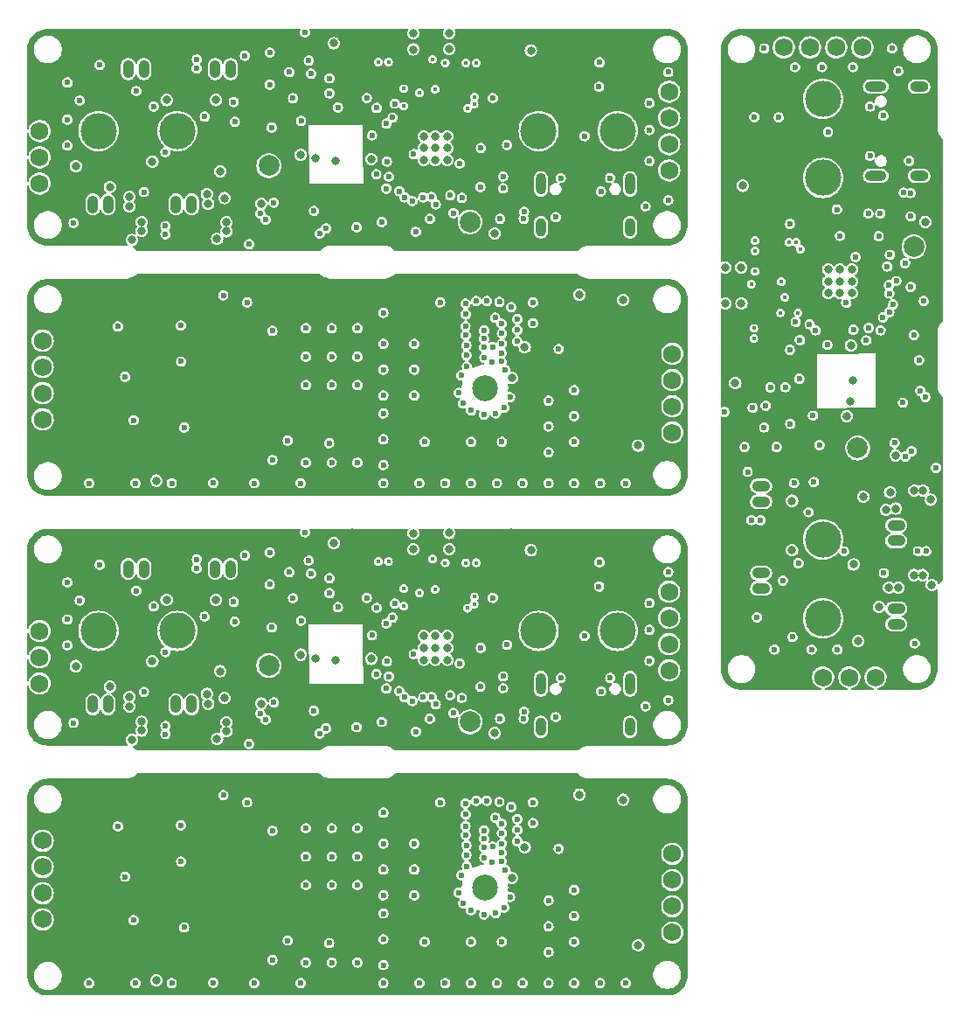
<source format=gbr>
%TF.GenerationSoftware,KiCad,Pcbnew,8.0.2*%
%TF.CreationDate,2024-05-13T13:54:00+09:00*%
%TF.ProjectId,ikafly_rev1a_p,696b6166-6c79-45f7-9265-7631615f702e,rev?*%
%TF.SameCoordinates,Original*%
%TF.FileFunction,Copper,L3,Inr*%
%TF.FilePolarity,Positive*%
%FSLAX46Y46*%
G04 Gerber Fmt 4.6, Leading zero omitted, Abs format (unit mm)*
G04 Created by KiCad (PCBNEW 8.0.2) date 2024-05-13 13:54:00*
%MOMM*%
%LPD*%
G01*
G04 APERTURE LIST*
%TA.AperFunction,ComponentPad*%
%ADD10C,2.000000*%
%TD*%
%TA.AperFunction,ComponentPad*%
%ADD11O,1.730000X1.030000*%
%TD*%
%TA.AperFunction,ComponentPad*%
%ADD12C,1.750000*%
%TD*%
%TA.AperFunction,ComponentPad*%
%ADD13O,2.100000X1.000000*%
%TD*%
%TA.AperFunction,ComponentPad*%
%ADD14O,1.800000X1.000000*%
%TD*%
%TA.AperFunction,ComponentPad*%
%ADD15C,3.500000*%
%TD*%
%TA.AperFunction,ComponentPad*%
%ADD16O,1.030000X1.730000*%
%TD*%
%TA.AperFunction,ComponentPad*%
%ADD17O,1.000000X2.100000*%
%TD*%
%TA.AperFunction,ComponentPad*%
%ADD18O,1.000000X1.800000*%
%TD*%
%TA.AperFunction,ComponentPad*%
%ADD19C,2.500000*%
%TD*%
%TA.AperFunction,ViaPad*%
%ADD20C,0.800000*%
%TD*%
%TA.AperFunction,ViaPad*%
%ADD21C,0.600000*%
%TD*%
%TA.AperFunction,ViaPad*%
%ADD22C,0.450000*%
%TD*%
G04 APERTURE END LIST*
D10*
%TO.N,N/C*%
%TO.C,AE2*%
X157250000Y-80970000D03*
%TD*%
%TO.N,N/C*%
%TO.C,AE3*%
X162700000Y-61470000D03*
%TD*%
D11*
%TO.N,N/C*%
%TO.C,J1*%
X161000000Y-96522500D03*
X161000000Y-98022500D03*
%TD*%
D12*
%TO.N,N/C*%
%TO.C,J5*%
X151365000Y-103170000D03*
X153905000Y-103170000D03*
X156445000Y-103170000D03*
X158985000Y-103170000D03*
X150095000Y-42170000D03*
X152635000Y-42170000D03*
X155175000Y-42170000D03*
X157715000Y-42170000D03*
%TD*%
D13*
%TO.N,N/C*%
%TO.C,J6*%
X159020000Y-54610000D03*
D14*
X163200000Y-54610000D03*
D13*
X159020000Y-45970000D03*
D14*
X163200000Y-45970000D03*
%TD*%
D11*
%TO.N,N/C*%
%TO.C,J3*%
X147900000Y-94570000D03*
X147900000Y-93070000D03*
%TD*%
%TO.N,N/C*%
%TO.C,J2*%
X161000000Y-88452500D03*
X161000000Y-89952500D03*
%TD*%
D15*
%TO.N,N/C*%
%TO.C,BT1*%
X153900000Y-97470000D03*
X153900000Y-89820000D03*
X153900000Y-54820000D03*
X153900000Y-47170000D03*
%TD*%
D11*
%TO.N,N/C*%
%TO.C,J4*%
X147900000Y-86157500D03*
X147900000Y-84657500D03*
%TD*%
D10*
%TO.N,N/C*%
%TO.C,AE2*%
X100200000Y-102025000D03*
%TD*%
%TO.N,N/C*%
%TO.C,AE3*%
X119700000Y-107475000D03*
%TD*%
D16*
%TO.N,N/C*%
%TO.C,J1*%
X84647500Y-105775000D03*
X83147500Y-105775000D03*
%TD*%
D12*
%TO.N,N/C*%
%TO.C,J5*%
X78000000Y-96140000D03*
X78000000Y-98680000D03*
X78000000Y-101220000D03*
X78000000Y-103760000D03*
X139000000Y-94870000D03*
X139000000Y-97410000D03*
X139000000Y-99950000D03*
X139000000Y-102490000D03*
%TD*%
D17*
%TO.N,N/C*%
%TO.C,J6*%
X126560000Y-103795000D03*
D18*
X126560000Y-107975000D03*
D17*
X135200000Y-103795000D03*
D18*
X135200000Y-107975000D03*
%TD*%
D16*
%TO.N,N/C*%
%TO.C,J3*%
X86600000Y-92675000D03*
X88100000Y-92675000D03*
%TD*%
%TO.N,N/C*%
%TO.C,J2*%
X92717500Y-105775000D03*
X91217500Y-105775000D03*
%TD*%
D15*
%TO.N,N/C*%
%TO.C,BT1*%
X83700000Y-98675000D03*
X91350000Y-98675000D03*
X126350000Y-98675000D03*
X134000000Y-98675000D03*
%TD*%
D12*
%TO.N,N/C*%
%TO.C,J7*%
X139300000Y-120245000D03*
X139300000Y-122785000D03*
X139300000Y-125325000D03*
X139300000Y-127865000D03*
X78300000Y-118975000D03*
X78300000Y-121515000D03*
X78300000Y-124055000D03*
X78300000Y-126595000D03*
%TD*%
D16*
%TO.N,N/C*%
%TO.C,J4*%
X95012500Y-92675000D03*
X96512500Y-92675000D03*
%TD*%
D19*
%TO.N,N/C*%
%TO.C,AE1*%
X121150000Y-123555000D03*
%TD*%
D16*
%TO.N,N/C*%
%TO.C,J1*%
X84647500Y-57375000D03*
X83147500Y-57375000D03*
%TD*%
%TO.N,N/C*%
%TO.C,J3*%
X86600000Y-44275000D03*
X88100000Y-44275000D03*
%TD*%
D17*
%TO.N,N/C*%
%TO.C,J6*%
X126560000Y-55395000D03*
D18*
X126560000Y-59575000D03*
D17*
X135200000Y-55395000D03*
D18*
X135200000Y-59575000D03*
%TD*%
D12*
%TO.N,N/C*%
%TO.C,J5*%
X78000000Y-47740000D03*
X78000000Y-50280000D03*
X78000000Y-52820000D03*
X78000000Y-55360000D03*
X139000000Y-46470000D03*
X139000000Y-49010000D03*
X139000000Y-51550000D03*
X139000000Y-54090000D03*
%TD*%
D16*
%TO.N,N/C*%
%TO.C,J4*%
X95012500Y-44275000D03*
X96512500Y-44275000D03*
%TD*%
D19*
%TO.N,N/C*%
%TO.C,AE1*%
X121150000Y-75155000D03*
%TD*%
D12*
%TO.N,N/C*%
%TO.C,J7*%
X139300000Y-71845000D03*
X139300000Y-74385000D03*
X139300000Y-76925000D03*
X139300000Y-79465000D03*
X78300000Y-70575000D03*
X78300000Y-73115000D03*
X78300000Y-75655000D03*
X78300000Y-78195000D03*
%TD*%
D15*
%TO.N,N/C*%
%TO.C,BT1*%
X83700000Y-50275000D03*
X91350000Y-50275000D03*
X126350000Y-50275000D03*
X134000000Y-50275000D03*
%TD*%
D16*
%TO.N,N/C*%
%TO.C,J2*%
X92717500Y-57375000D03*
X91217500Y-57375000D03*
%TD*%
D10*
%TO.N,N/C*%
%TO.C,AE3*%
X119700000Y-59075000D03*
%TD*%
%TO.N,N/C*%
%TO.C,AE2*%
X100200000Y-53625000D03*
%TD*%
D20*
%TO.N,*%
X156852708Y-92242170D03*
X160941914Y-86828086D03*
D21*
X160686475Y-67057026D03*
X159717099Y-68320381D03*
X163100000Y-90970000D03*
D20*
X160300000Y-94470000D03*
D21*
X159480000Y-69570000D03*
X160322023Y-65999357D03*
D20*
X160930000Y-81670000D03*
D21*
X160130000Y-63380000D03*
X151089878Y-84359878D03*
X155949998Y-90970000D03*
X163899503Y-90970000D03*
X163825000Y-76048470D03*
X162400000Y-65370000D03*
X159300000Y-60470000D03*
X160322337Y-67797227D03*
D20*
X160000000Y-86970000D03*
X161200000Y-94470000D03*
D21*
X156800000Y-44070000D03*
X161884288Y-81797210D03*
X162485996Y-81270000D03*
D20*
X163800000Y-59070000D03*
D21*
X157050000Y-62470000D03*
X151523899Y-92107498D03*
D22*
X146940964Y-65110251D03*
D21*
X163362500Y-64870000D03*
D20*
X156700000Y-65970000D03*
D21*
X146000000Y-78970000D03*
X150700000Y-73470000D03*
X161710000Y-56245000D03*
D22*
X149861559Y-64870001D03*
D21*
X161870866Y-83499134D03*
D20*
X154400000Y-64820000D03*
D21*
X154320000Y-70970000D03*
X151660122Y-70509878D03*
X152500000Y-91920000D03*
X158450000Y-52690000D03*
X147050000Y-76270000D03*
X161310000Y-92770000D03*
X152100000Y-73470000D03*
D20*
X150800000Y-83070000D03*
D22*
X150200000Y-66370000D03*
X151494167Y-67870000D03*
D21*
X150250000Y-75070000D03*
X158320000Y-69321921D03*
X161009017Y-64791250D03*
X161200000Y-44470000D03*
X156150000Y-66920000D03*
X152602500Y-68970000D03*
X163650000Y-66720000D03*
X162390000Y-56270000D03*
X160600000Y-42270000D03*
D22*
X151695000Y-61696646D03*
D21*
X151600000Y-74270000D03*
X155542000Y-60420000D03*
D22*
X149800000Y-67870000D03*
X147300000Y-60870000D03*
X147200000Y-69370000D03*
D21*
X150700000Y-71470000D03*
D22*
X151310000Y-61070000D03*
D21*
X153200000Y-92720000D03*
D20*
X144400498Y-57470000D03*
D21*
X158080000Y-70550000D03*
X163600000Y-80570000D03*
D22*
X147300000Y-61870000D03*
D21*
X153182500Y-69559878D03*
X158450000Y-47890000D03*
X150855329Y-75592285D03*
X149750000Y-78670000D03*
X148800000Y-75085500D03*
X160289999Y-65199999D03*
D20*
X144400498Y-72870000D03*
D21*
X154400000Y-80670000D03*
X156850000Y-69520000D03*
D22*
X150600000Y-61050000D03*
D20*
X144415000Y-63470000D03*
D21*
X159400000Y-59230000D03*
X152777386Y-80499723D03*
X150700000Y-51370000D03*
D20*
X157300000Y-99670000D03*
D21*
X148200000Y-42270000D03*
D20*
X164350000Y-85970000D03*
D21*
X150720000Y-52620000D03*
D20*
X150900000Y-87920000D03*
X163600000Y-85070000D03*
D21*
X152300000Y-92738107D03*
X159750000Y-48780000D03*
X152800000Y-100470000D03*
X151250000Y-68770000D03*
D22*
X147200000Y-70370000D03*
D21*
X152500000Y-87170000D03*
D20*
X145975000Y-63470000D03*
D21*
X146970000Y-87930000D03*
D20*
X145400000Y-74669502D03*
X156700000Y-63670000D03*
D21*
X144350000Y-77470000D03*
D20*
X156700000Y-64820000D03*
D21*
X148200000Y-78970000D03*
D20*
X155550000Y-65970000D03*
D21*
X150950000Y-99270000D03*
X163220000Y-72460000D03*
X147500000Y-97350000D03*
X161629500Y-76579500D03*
X147089281Y-77081755D03*
D20*
X156600000Y-71050000D03*
D21*
X162712110Y-70019374D03*
X160830000Y-80470000D03*
X149200000Y-100470000D03*
X149600000Y-48970000D03*
X155250000Y-57870000D03*
X159800000Y-93070000D03*
X150730000Y-78620000D03*
D20*
X160400000Y-85270000D03*
X146100000Y-55570498D03*
X156200000Y-77870000D03*
X144450000Y-66970000D03*
D21*
X153000000Y-84270000D03*
X146300000Y-80870000D03*
D20*
X157798716Y-85666238D03*
D22*
X147300000Y-63870000D03*
D21*
X153559057Y-80670000D03*
X147840000Y-87950000D03*
X146600000Y-83270000D03*
D20*
X155550000Y-63670000D03*
D21*
X159450000Y-58270000D03*
X164850000Y-82870000D03*
D20*
X159309235Y-96368316D03*
D21*
X155300000Y-100470000D03*
X162240000Y-53160000D03*
X152919057Y-77839057D03*
D20*
X163550000Y-93270000D03*
X150900000Y-86070000D03*
D21*
X160380000Y-62260000D03*
X150700000Y-59270000D03*
D20*
X150900000Y-90870000D03*
X162700497Y-93270000D03*
D21*
X151200000Y-44070000D03*
X149400000Y-80870000D03*
X158300000Y-58270000D03*
X148350000Y-76870000D03*
X161850000Y-63070000D03*
X150020000Y-93800000D03*
X162400000Y-58545000D03*
D20*
X156550000Y-76420000D03*
X164450000Y-94220000D03*
X162750497Y-85070000D03*
D21*
X154390000Y-50370000D03*
D20*
X154400000Y-65970000D03*
D21*
X153800000Y-44070000D03*
X162800000Y-99870000D03*
X147250000Y-48920000D03*
D20*
X155550000Y-64820000D03*
X156769950Y-74455225D03*
X154400000Y-63670000D03*
X146000000Y-66970000D03*
D21*
X163330000Y-75420000D03*
D20*
X88927830Y-101627708D03*
X94341914Y-105716914D03*
D21*
X114112974Y-105461475D03*
X112849619Y-104492099D03*
X90200000Y-107875000D03*
D20*
X86700000Y-105075000D03*
D21*
X111600000Y-104255000D03*
X115170643Y-105097023D03*
D20*
X99500000Y-105705000D03*
D21*
X117790000Y-104905000D03*
X96810122Y-95864878D03*
X90200000Y-100724998D03*
X90200000Y-108674503D03*
X105121530Y-108600000D03*
X115800000Y-107175000D03*
X120700000Y-104075000D03*
X113372773Y-105097337D03*
D20*
X94200000Y-104775000D03*
X86700000Y-105975000D03*
D21*
X137100000Y-101575000D03*
X99372790Y-106659288D03*
X99900000Y-107260996D03*
D20*
X122100000Y-108575000D03*
D21*
X118700000Y-101825000D03*
X89062502Y-96298899D03*
D22*
X116059749Y-91715964D03*
D21*
X116300000Y-108137500D03*
D20*
X115200000Y-101475000D03*
D21*
X121050000Y-118775000D03*
X102200000Y-90775000D03*
X85587500Y-117595000D03*
X107700000Y-95475000D03*
D20*
X130300000Y-114525000D03*
D21*
X124925000Y-106485000D03*
D20*
X131820000Y-119995000D03*
D22*
X116299999Y-94636559D03*
D21*
X97670866Y-106645866D03*
D20*
X116350000Y-99175000D03*
D21*
X121060000Y-126135000D03*
X110200000Y-99095000D03*
X110660122Y-96435122D03*
X89250000Y-97275000D03*
X128480000Y-103225000D03*
X104900000Y-91825000D03*
X88400000Y-106085000D03*
X107700000Y-96875000D03*
D20*
X98100000Y-95575000D03*
D22*
X114800000Y-94975000D03*
X113300000Y-96269167D03*
D21*
X106100000Y-95025000D03*
X111848079Y-103095000D03*
X134800000Y-132775000D03*
X116378750Y-105784017D03*
X136700000Y-105975000D03*
X114250000Y-100925000D03*
X112200000Y-97377500D03*
X114450000Y-108425000D03*
X124900000Y-107165000D03*
X135900000Y-121425000D03*
X138900000Y-105375000D03*
D22*
X119473354Y-96470000D03*
D21*
X106900000Y-96375000D03*
X120750000Y-100317000D03*
D22*
X113300000Y-94575000D03*
D21*
X102050000Y-128650000D03*
D22*
X120300000Y-92075000D03*
X111800000Y-91975000D03*
D21*
X109700000Y-95475000D03*
D22*
X120100000Y-96085000D03*
D21*
X88450000Y-97975000D03*
D20*
X123700000Y-89175498D03*
D21*
X121425000Y-117250000D03*
X110620000Y-102855000D03*
X100600000Y-108375000D03*
D22*
X119300000Y-92075000D03*
D21*
X111610122Y-97957500D03*
X133280000Y-103225000D03*
X105577715Y-95630329D03*
X102500000Y-94525000D03*
X106084500Y-93575000D03*
X115970001Y-105064999D03*
D20*
X108300000Y-89175498D03*
D21*
X100500000Y-99175000D03*
X111650000Y-101625000D03*
D22*
X120120000Y-95375000D03*
D20*
X117700000Y-89190000D03*
X131820000Y-118775000D03*
D21*
X121940000Y-104175000D03*
X100670277Y-97552386D03*
X129800000Y-95475000D03*
D20*
X81500000Y-102075000D03*
D21*
X138900000Y-92975000D03*
D20*
X95200000Y-109125000D03*
D21*
X128550000Y-95495000D03*
D20*
X93250000Y-95675000D03*
D21*
X129800000Y-123775000D03*
D20*
X96100000Y-108375000D03*
D21*
X88431893Y-97075000D03*
X124280000Y-116885000D03*
X132390000Y-104525000D03*
X100550000Y-130525000D03*
X121900000Y-119575000D03*
X127300000Y-124775000D03*
X100550000Y-118025000D03*
X91712500Y-120995000D03*
X111300000Y-124275000D03*
X122300000Y-132775000D03*
X80700000Y-97575000D03*
X112400000Y-96025000D03*
D22*
X110800000Y-91975000D03*
D21*
X108800000Y-130775000D03*
X111300000Y-126025000D03*
D20*
X134550000Y-115025000D03*
D21*
X119250000Y-117575000D03*
X94000000Y-97275000D03*
D20*
X117700000Y-90750000D03*
D21*
X93240000Y-91745000D03*
X98800000Y-132775000D03*
D20*
X106500498Y-90175000D03*
X117500000Y-101475000D03*
D21*
X103800000Y-120525000D03*
X119816985Y-125728840D03*
X90800000Y-132775000D03*
X103700000Y-89125000D03*
X119350000Y-120375000D03*
X103800000Y-123275000D03*
X121070000Y-117985000D03*
D20*
X116350000Y-101475000D03*
D21*
X102200000Y-92975000D03*
X106300000Y-130775000D03*
D20*
X115200000Y-100325000D03*
D21*
X122200000Y-126005000D03*
X81900000Y-95725000D03*
X91687500Y-117495000D03*
X108710000Y-107995000D03*
X116800000Y-115275000D03*
X119350000Y-119425000D03*
X83820000Y-92275000D03*
X104590500Y-106404500D03*
X104088245Y-91864281D03*
X121840000Y-121065000D03*
D20*
X110120000Y-101375000D03*
D21*
X119800000Y-132775000D03*
X119040000Y-125045000D03*
X111150626Y-107487110D03*
X100700000Y-105605000D03*
X122750500Y-120175000D03*
X111300000Y-132775000D03*
X80700000Y-93975000D03*
X132200000Y-94375000D03*
X111300000Y-119275000D03*
X119300000Y-116425000D03*
X121100000Y-120625000D03*
X123300000Y-100025000D03*
X122800000Y-128775000D03*
X88100000Y-104575000D03*
X111300000Y-116275000D03*
X102550000Y-95505000D03*
X117300000Y-132775000D03*
D20*
X95900000Y-105175000D03*
D21*
X92000000Y-127375000D03*
X125800000Y-117275000D03*
X111300000Y-128525000D03*
X122800000Y-118275000D03*
X114300000Y-121775000D03*
X106300000Y-123275000D03*
D20*
X125599502Y-90875000D03*
X103300000Y-100975000D03*
D21*
X108800000Y-123275000D03*
D20*
X114200000Y-89225000D03*
D21*
X98100000Y-115275000D03*
X96900000Y-97775000D03*
X103300000Y-132775000D03*
D20*
X123750000Y-122575000D03*
D21*
X125800000Y-115275000D03*
X100300000Y-91075000D03*
D20*
X89300000Y-132525000D03*
X95503762Y-102573716D03*
X136000000Y-129125000D03*
D22*
X117300000Y-92075000D03*
D21*
X100500000Y-98334057D03*
X94837381Y-132736634D03*
X93220000Y-92615000D03*
X127300000Y-129775000D03*
X97900000Y-91375000D03*
D20*
X117500000Y-100325000D03*
D21*
X122900000Y-104225000D03*
X122750500Y-120993772D03*
X108800000Y-120525000D03*
X98300000Y-109625000D03*
D20*
X84801684Y-104084235D03*
D21*
X80700000Y-100075000D03*
X128010000Y-107015000D03*
X129800000Y-126275000D03*
X123700000Y-115725000D03*
X103330943Y-97694057D03*
X124280000Y-117935000D03*
X114300000Y-119275000D03*
X129800000Y-128775000D03*
D20*
X87900000Y-108325000D03*
D21*
X87300000Y-132775000D03*
D20*
X95100000Y-95675000D03*
D21*
X86300000Y-122475000D03*
X118910000Y-105155000D03*
X82800000Y-132775000D03*
X121900000Y-95475000D03*
D20*
X90300000Y-95675000D03*
D21*
X121050000Y-119625000D03*
X123000000Y-125455000D03*
X123123056Y-121801944D03*
X87100000Y-126675000D03*
D20*
X87900000Y-107475497D03*
D21*
X103800000Y-117775000D03*
X122750500Y-117325000D03*
X122800000Y-119275000D03*
X106300000Y-120525000D03*
X119800000Y-128775000D03*
X120300000Y-115125000D03*
X137100000Y-95975000D03*
X111300000Y-131025000D03*
X111300000Y-121775000D03*
X100300000Y-94175000D03*
X122900000Y-103075000D03*
X104300000Y-93125000D03*
D20*
X125000000Y-119625000D03*
D21*
X118100000Y-106625000D03*
X108800000Y-117775000D03*
X123570000Y-124435000D03*
X87370000Y-94795000D03*
X124280000Y-119035000D03*
X95800000Y-114575000D03*
X127300000Y-132775000D03*
X132300000Y-132775000D03*
X127300000Y-127275000D03*
X122625000Y-107175000D03*
D20*
X104750000Y-101325000D03*
X86950000Y-109225000D03*
D21*
X121350000Y-115125000D03*
X122140000Y-116755000D03*
X119300000Y-118425000D03*
X118850000Y-122325000D03*
X103800000Y-130775000D03*
X128300000Y-119775000D03*
D20*
X96100000Y-107525497D03*
D21*
X130800000Y-99165000D03*
X106300000Y-117775000D03*
X115300000Y-128775000D03*
D20*
X115200000Y-99175000D03*
D21*
X114800000Y-132775000D03*
X118620000Y-124025000D03*
X137100000Y-98575000D03*
X81300000Y-107575000D03*
X132250000Y-92025000D03*
D20*
X116350000Y-100325000D03*
D21*
X119400000Y-121475000D03*
D20*
X106714775Y-101544950D03*
D21*
X119250000Y-115375000D03*
X114300000Y-124275000D03*
X124800000Y-132775000D03*
X129800000Y-132775000D03*
X106050000Y-128900000D03*
D20*
X117500000Y-99175000D03*
X114200000Y-90775000D03*
D21*
X105750000Y-108105000D03*
X122550000Y-115225000D03*
D20*
X96100000Y-59125497D03*
D21*
X118620000Y-75625000D03*
X81300000Y-59175000D03*
D20*
X114200000Y-42375000D03*
D21*
X118850000Y-73925000D03*
X106300000Y-69375000D03*
X130800000Y-50765000D03*
X119300000Y-70025000D03*
X122550000Y-66825000D03*
D20*
X117500000Y-50775000D03*
D21*
X124800000Y-84375000D03*
X105750000Y-59705000D03*
X122140000Y-68355000D03*
X106050000Y-80500000D03*
X103800000Y-82375000D03*
X129800000Y-84375000D03*
X119400000Y-73075000D03*
X121350000Y-66725000D03*
X128300000Y-71375000D03*
X114300000Y-75875000D03*
X119250000Y-66975000D03*
D20*
X106714775Y-53144950D03*
X116350000Y-51925000D03*
D21*
X132250000Y-43625000D03*
X137100000Y-50175000D03*
X114800000Y-84375000D03*
D20*
X115200000Y-50775000D03*
D21*
X115300000Y-80375000D03*
D20*
X88927830Y-53227708D03*
D21*
X98300000Y-61225000D03*
X100500000Y-49934057D03*
X120300000Y-66725000D03*
X82800000Y-84375000D03*
X127300000Y-84375000D03*
D20*
X87900000Y-59925000D03*
D21*
X125800000Y-66875000D03*
X121050000Y-71225000D03*
D20*
X123750000Y-74175000D03*
D21*
X118100000Y-58225000D03*
D20*
X90300000Y-47275000D03*
D21*
X122900000Y-55825000D03*
X95800000Y-66175000D03*
X108800000Y-72125000D03*
X119800000Y-80375000D03*
X124280000Y-69535000D03*
D20*
X95503762Y-54173716D03*
D21*
X124280000Y-70635000D03*
X108800000Y-69375000D03*
X87370000Y-46395000D03*
D20*
X125000000Y-71225000D03*
D21*
X122750500Y-72593772D03*
X122800000Y-70875000D03*
D20*
X136000000Y-80725000D03*
D21*
X93220000Y-44215000D03*
X129800000Y-80375000D03*
X137100000Y-47575000D03*
D20*
X95100000Y-47275000D03*
X86950000Y-60825000D03*
X117500000Y-51925000D03*
D21*
X121900000Y-47075000D03*
D20*
X89300000Y-84125000D03*
D21*
X103330943Y-49294057D03*
X80700000Y-51675000D03*
X100300000Y-42675000D03*
X123123056Y-73401944D03*
D20*
X104750000Y-52925000D03*
D21*
X97900000Y-42975000D03*
X87300000Y-84375000D03*
X118910000Y-56755000D03*
X86300000Y-74075000D03*
D20*
X84801684Y-55684235D03*
D21*
X122625000Y-58775000D03*
X122900000Y-54675000D03*
X114300000Y-70875000D03*
X123700000Y-67325000D03*
D22*
X117300000Y-43675000D03*
D21*
X127300000Y-78875000D03*
X129800000Y-77875000D03*
D20*
X87900000Y-59075497D03*
D21*
X127300000Y-81375000D03*
X132300000Y-84375000D03*
X87100000Y-78275000D03*
X106300000Y-72125000D03*
X128010000Y-58615000D03*
X94837381Y-84336634D03*
X123000000Y-77055000D03*
X100300000Y-45775000D03*
X123570000Y-76035000D03*
X111300000Y-73375000D03*
X122750500Y-68925000D03*
X104300000Y-44725000D03*
X111300000Y-82625000D03*
X103800000Y-69375000D03*
X114300000Y-73375000D03*
D20*
X103300000Y-52575000D03*
D21*
X111300000Y-80125000D03*
X103300000Y-84375000D03*
X96900000Y-49375000D03*
X98100000Y-66875000D03*
D20*
X114200000Y-40825000D03*
D21*
X106300000Y-74875000D03*
X122800000Y-69875000D03*
X108800000Y-74875000D03*
D20*
X125599502Y-42475000D03*
D21*
X104088245Y-43464281D03*
X90800000Y-84375000D03*
D20*
X134550000Y-66625000D03*
D21*
X112400000Y-47625000D03*
X103800000Y-74875000D03*
X122750500Y-71775000D03*
X122800000Y-80375000D03*
X108800000Y-82375000D03*
X106300000Y-82375000D03*
X91687500Y-69095000D03*
X119350000Y-71975000D03*
X132390000Y-56125000D03*
X81900000Y-47325000D03*
X124280000Y-68485000D03*
X111300000Y-70875000D03*
X122200000Y-77605000D03*
X111300000Y-77625000D03*
X111300000Y-67875000D03*
X119250000Y-69175000D03*
X119800000Y-84375000D03*
X119816985Y-77328840D03*
X127300000Y-76375000D03*
X88100000Y-56175000D03*
X119300000Y-68025000D03*
X123300000Y-51625000D03*
X132200000Y-45975000D03*
X94000000Y-48875000D03*
X104590500Y-58004500D03*
X100550000Y-69625000D03*
X80700000Y-49175000D03*
X103700000Y-40725000D03*
X119040000Y-76645000D03*
X121070000Y-69585000D03*
X125800000Y-68875000D03*
D22*
X110800000Y-43575000D03*
D21*
X98800000Y-84375000D03*
X121900000Y-71175000D03*
X122300000Y-84375000D03*
X103800000Y-72125000D03*
X108710000Y-59595000D03*
D20*
X117500000Y-53075000D03*
D21*
X102550000Y-47105000D03*
D20*
X106500498Y-41775000D03*
D21*
X116800000Y-66875000D03*
X111300000Y-75875000D03*
X121100000Y-72225000D03*
X111150626Y-59087110D03*
X111300000Y-84375000D03*
X121840000Y-72665000D03*
X80700000Y-45575000D03*
X100550000Y-82125000D03*
X93240000Y-43345000D03*
X91712500Y-72595000D03*
D20*
X117700000Y-42350000D03*
X115200000Y-51925000D03*
D21*
X102200000Y-44575000D03*
X100700000Y-57205000D03*
D20*
X110120000Y-52975000D03*
D21*
X83820000Y-43875000D03*
X119350000Y-71025000D03*
X92000000Y-78975000D03*
D20*
X116350000Y-53075000D03*
X95900000Y-56775000D03*
D21*
X117300000Y-84375000D03*
X129800000Y-75375000D03*
X100670277Y-49152386D03*
D20*
X93250000Y-47275000D03*
D21*
X128550000Y-47095000D03*
D20*
X96100000Y-59975000D03*
D21*
X121940000Y-55775000D03*
D20*
X81500000Y-53675000D03*
D21*
X129800000Y-47075000D03*
X88431893Y-48675000D03*
D20*
X95200000Y-60725000D03*
D21*
X138900000Y-44575000D03*
X116300000Y-59737500D03*
X107700000Y-47075000D03*
D20*
X115200000Y-53075000D03*
D21*
X121050000Y-70375000D03*
D20*
X117700000Y-40790000D03*
D21*
X107700000Y-48475000D03*
X88400000Y-57685000D03*
X121060000Y-77735000D03*
X105577715Y-47230329D03*
D20*
X123700000Y-40775498D03*
X130300000Y-66125000D03*
D21*
X102050000Y-80250000D03*
D22*
X111800000Y-43575000D03*
D21*
X104900000Y-43425000D03*
X100500000Y-50775000D03*
D20*
X116350000Y-50775000D03*
D21*
X110200000Y-50695000D03*
X134800000Y-84375000D03*
X85587500Y-69195000D03*
X97670866Y-58245866D03*
X114450000Y-60025000D03*
X102500000Y-46125000D03*
D20*
X98100000Y-47175000D03*
X108300000Y-40775498D03*
D21*
X102200000Y-42375000D03*
X88450000Y-49575000D03*
X89250000Y-48875000D03*
D22*
X120120000Y-46975000D03*
D21*
X111650000Y-53225000D03*
X138900000Y-56975000D03*
X128480000Y-54825000D03*
D20*
X131820000Y-71595000D03*
D21*
X109700000Y-47075000D03*
X135900000Y-73025000D03*
D22*
X116059749Y-43315964D03*
D21*
X124900000Y-58765000D03*
X110660122Y-48035122D03*
D22*
X120300000Y-43675000D03*
D21*
X112200000Y-48977500D03*
D22*
X116299999Y-46236559D03*
D21*
X124925000Y-58085000D03*
D22*
X119473354Y-48070000D03*
D21*
X136700000Y-57575000D03*
X89062502Y-47898899D03*
X118700000Y-53425000D03*
D20*
X131820000Y-70375000D03*
D21*
X110620000Y-54455000D03*
X115970001Y-56664999D03*
D22*
X114800000Y-46575000D03*
D21*
X111848079Y-54695000D03*
X106084500Y-45175000D03*
X133280000Y-54825000D03*
X106900000Y-47975000D03*
X106100000Y-46625000D03*
X111610122Y-49557500D03*
X116378750Y-57384017D03*
D22*
X113300000Y-46175000D03*
D21*
X114250000Y-52525000D03*
D22*
X119300000Y-43675000D03*
D21*
X120750000Y-51917000D03*
X121425000Y-68850000D03*
X100600000Y-59975000D03*
D22*
X120100000Y-47685000D03*
X113300000Y-47869167D03*
D21*
X120700000Y-55675000D03*
X115800000Y-58775000D03*
X99900000Y-58860996D03*
X99372790Y-58259288D03*
X105121530Y-60200000D03*
X137100000Y-53175000D03*
D20*
X86700000Y-57575000D03*
D21*
X90200000Y-60274503D03*
D20*
X122100000Y-60175000D03*
X94200000Y-56375000D03*
D21*
X113372773Y-56697337D03*
D20*
X86700000Y-56675000D03*
D21*
X112849619Y-56092099D03*
X115170643Y-56697023D03*
X111600000Y-55855000D03*
X90200000Y-59475000D03*
X114112974Y-57061475D03*
D20*
X94341914Y-57316914D03*
D21*
X90200000Y-52324998D03*
X96810122Y-47464878D03*
X117790000Y-56505000D03*
D20*
X99500000Y-57305000D03*
%TD*%
%TA.AperFunction,NonConductor*%
G36*
X105151776Y-64093907D02*
G01*
X105160922Y-64101428D01*
X105299302Y-64229827D01*
X105497509Y-64364962D01*
X105609278Y-64418786D01*
X105713632Y-64469041D01*
X105942857Y-64539748D01*
X106180059Y-64575500D01*
X106180064Y-64575500D01*
X111419936Y-64575500D01*
X111419941Y-64575500D01*
X111657143Y-64539748D01*
X111886368Y-64469041D01*
X112102494Y-64364960D01*
X112300694Y-64229830D01*
X112439078Y-64101428D01*
X112494594Y-64075708D01*
X112506415Y-64075000D01*
X130093585Y-64075000D01*
X130151776Y-64093907D01*
X130160922Y-64101428D01*
X130299302Y-64229827D01*
X130497509Y-64364962D01*
X130609278Y-64418786D01*
X130713632Y-64469041D01*
X130942857Y-64539748D01*
X131180059Y-64575500D01*
X131234108Y-64575500D01*
X138734108Y-64575500D01*
X138796759Y-64575500D01*
X138803234Y-64575712D01*
X139054517Y-64592181D01*
X139067342Y-64593870D01*
X139311150Y-64642366D01*
X139323650Y-64645715D01*
X139436824Y-64684133D01*
X139559033Y-64725618D01*
X139570996Y-64730574D01*
X139793929Y-64840512D01*
X139805145Y-64846987D01*
X140011824Y-64985086D01*
X140022097Y-64992969D01*
X140208981Y-65156861D01*
X140218138Y-65166018D01*
X140382030Y-65352902D01*
X140389913Y-65363175D01*
X140528012Y-65569854D01*
X140534487Y-65581070D01*
X140644425Y-65804003D01*
X140649381Y-65815966D01*
X140729282Y-66051344D01*
X140732634Y-66063853D01*
X140781128Y-66307650D01*
X140782818Y-66320489D01*
X140799288Y-66571765D01*
X140799500Y-66578240D01*
X140799500Y-83571759D01*
X140799288Y-83578234D01*
X140782818Y-83829510D01*
X140781128Y-83842349D01*
X140732634Y-84086146D01*
X140729282Y-84098655D01*
X140649381Y-84334033D01*
X140644425Y-84345996D01*
X140534487Y-84568929D01*
X140528012Y-84580145D01*
X140389913Y-84786824D01*
X140382030Y-84797097D01*
X140218138Y-84983981D01*
X140208981Y-84993138D01*
X140022097Y-85157030D01*
X140011824Y-85164913D01*
X139805145Y-85303012D01*
X139793929Y-85309487D01*
X139570996Y-85419425D01*
X139559033Y-85424381D01*
X139323655Y-85504282D01*
X139311146Y-85507634D01*
X139067349Y-85556128D01*
X139054510Y-85557818D01*
X138803234Y-85574288D01*
X138796759Y-85574500D01*
X78803241Y-85574500D01*
X78796766Y-85574288D01*
X78545489Y-85557818D01*
X78532650Y-85556128D01*
X78288853Y-85507634D01*
X78276344Y-85504282D01*
X78040966Y-85424381D01*
X78029003Y-85419425D01*
X77806070Y-85309487D01*
X77794854Y-85303012D01*
X77588175Y-85164913D01*
X77577902Y-85157030D01*
X77391018Y-84993138D01*
X77381861Y-84983981D01*
X77217969Y-84797097D01*
X77210086Y-84786824D01*
X77071987Y-84580145D01*
X77065512Y-84568929D01*
X76955574Y-84345996D01*
X76950618Y-84334033D01*
X76870717Y-84098655D01*
X76867365Y-84086146D01*
X76848809Y-83992857D01*
X76818870Y-83842342D01*
X76817181Y-83829510D01*
X76816699Y-83822161D01*
X76800712Y-83578234D01*
X76800500Y-83571759D01*
X76800500Y-83568709D01*
X77449500Y-83568709D01*
X77449500Y-83781290D01*
X77482752Y-83991238D01*
X77548443Y-84193412D01*
X77644948Y-84382815D01*
X77644950Y-84382819D01*
X77769891Y-84554786D01*
X77769893Y-84554788D01*
X77769896Y-84554792D01*
X77920208Y-84705104D01*
X77920211Y-84705106D01*
X77920213Y-84705108D01*
X78092180Y-84830049D01*
X78092184Y-84830051D01*
X78281588Y-84926557D01*
X78483757Y-84992246D01*
X78483758Y-84992246D01*
X78483761Y-84992247D01*
X78693710Y-85025500D01*
X78693713Y-85025500D01*
X78906290Y-85025500D01*
X79116238Y-84992247D01*
X79116239Y-84992246D01*
X79116243Y-84992246D01*
X79318412Y-84926557D01*
X79507816Y-84830051D01*
X79512627Y-84826556D01*
X79567313Y-84786824D01*
X79679792Y-84705104D01*
X79830104Y-84554792D01*
X79955051Y-84382816D01*
X79959035Y-84374997D01*
X82294353Y-84374997D01*
X82294353Y-84375002D01*
X82314834Y-84517456D01*
X82374622Y-84648371D01*
X82374623Y-84648373D01*
X82423784Y-84705108D01*
X82468873Y-84757144D01*
X82582316Y-84830049D01*
X82589947Y-84834953D01*
X82696403Y-84866211D01*
X82728035Y-84875499D01*
X82728036Y-84875499D01*
X82728039Y-84875500D01*
X82728041Y-84875500D01*
X82871959Y-84875500D01*
X82871961Y-84875500D01*
X83010053Y-84834953D01*
X83131128Y-84757143D01*
X83225377Y-84648373D01*
X83285165Y-84517457D01*
X83304523Y-84382819D01*
X83305647Y-84375002D01*
X83305647Y-84374997D01*
X86794353Y-84374997D01*
X86794353Y-84375002D01*
X86814834Y-84517456D01*
X86874622Y-84648371D01*
X86874623Y-84648373D01*
X86923784Y-84705108D01*
X86968873Y-84757144D01*
X87082316Y-84830049D01*
X87089947Y-84834953D01*
X87196403Y-84866211D01*
X87228035Y-84875499D01*
X87228036Y-84875499D01*
X87228039Y-84875500D01*
X87228041Y-84875500D01*
X87371959Y-84875500D01*
X87371961Y-84875500D01*
X87510053Y-84834953D01*
X87631128Y-84757143D01*
X87725377Y-84648373D01*
X87785165Y-84517457D01*
X87804523Y-84382819D01*
X87805647Y-84375002D01*
X87805647Y-84374997D01*
X87785165Y-84232543D01*
X87736051Y-84125000D01*
X87736051Y-84124999D01*
X88694318Y-84124999D01*
X88694318Y-84125000D01*
X88714955Y-84281758D01*
X88714957Y-84281766D01*
X88775462Y-84427838D01*
X88775462Y-84427839D01*
X88871713Y-84553276D01*
X88871718Y-84553282D01*
X88997159Y-84649536D01*
X88997160Y-84649536D01*
X88997161Y-84649537D01*
X89131312Y-84705104D01*
X89143238Y-84710044D01*
X89260809Y-84725522D01*
X89299999Y-84730682D01*
X89300000Y-84730682D01*
X89300001Y-84730682D01*
X89331352Y-84726554D01*
X89456762Y-84710044D01*
X89602841Y-84649536D01*
X89728282Y-84553282D01*
X89824536Y-84427841D01*
X89846425Y-84374997D01*
X90294353Y-84374997D01*
X90294353Y-84375002D01*
X90314834Y-84517456D01*
X90374622Y-84648371D01*
X90374623Y-84648373D01*
X90423784Y-84705108D01*
X90468873Y-84757144D01*
X90582316Y-84830049D01*
X90589947Y-84834953D01*
X90696403Y-84866211D01*
X90728035Y-84875499D01*
X90728036Y-84875499D01*
X90728039Y-84875500D01*
X90728041Y-84875500D01*
X90871959Y-84875500D01*
X90871961Y-84875500D01*
X91010053Y-84834953D01*
X91131128Y-84757143D01*
X91225377Y-84648373D01*
X91285165Y-84517457D01*
X91304523Y-84382819D01*
X91305647Y-84375002D01*
X91305647Y-84374997D01*
X91300131Y-84336631D01*
X94331734Y-84336631D01*
X94331734Y-84336636D01*
X94352215Y-84479090D01*
X94386098Y-84553282D01*
X94412004Y-84610007D01*
X94494409Y-84705108D01*
X94506254Y-84718778D01*
X94627323Y-84796584D01*
X94627328Y-84796587D01*
X94729394Y-84826556D01*
X94765416Y-84837133D01*
X94765417Y-84837133D01*
X94765420Y-84837134D01*
X94765422Y-84837134D01*
X94909340Y-84837134D01*
X94909342Y-84837134D01*
X95047434Y-84796587D01*
X95168509Y-84718777D01*
X95262758Y-84610007D01*
X95322546Y-84479091D01*
X95337512Y-84374997D01*
X98294353Y-84374997D01*
X98294353Y-84375002D01*
X98314834Y-84517456D01*
X98374622Y-84648371D01*
X98374623Y-84648373D01*
X98423784Y-84705108D01*
X98468873Y-84757144D01*
X98582316Y-84830049D01*
X98589947Y-84834953D01*
X98696403Y-84866211D01*
X98728035Y-84875499D01*
X98728036Y-84875499D01*
X98728039Y-84875500D01*
X98728041Y-84875500D01*
X98871959Y-84875500D01*
X98871961Y-84875500D01*
X99010053Y-84834953D01*
X99131128Y-84757143D01*
X99225377Y-84648373D01*
X99285165Y-84517457D01*
X99304523Y-84382819D01*
X99305647Y-84375002D01*
X99305647Y-84374997D01*
X102794353Y-84374997D01*
X102794353Y-84375002D01*
X102814834Y-84517456D01*
X102874622Y-84648371D01*
X102874623Y-84648373D01*
X102923784Y-84705108D01*
X102968873Y-84757144D01*
X103082316Y-84830049D01*
X103089947Y-84834953D01*
X103196403Y-84866211D01*
X103228035Y-84875499D01*
X103228036Y-84875499D01*
X103228039Y-84875500D01*
X103228041Y-84875500D01*
X103371959Y-84875500D01*
X103371961Y-84875500D01*
X103510053Y-84834953D01*
X103631128Y-84757143D01*
X103725377Y-84648373D01*
X103785165Y-84517457D01*
X103804523Y-84382819D01*
X103805647Y-84375002D01*
X103805647Y-84374997D01*
X110794353Y-84374997D01*
X110794353Y-84375002D01*
X110814834Y-84517456D01*
X110874622Y-84648371D01*
X110874623Y-84648373D01*
X110923784Y-84705108D01*
X110968873Y-84757144D01*
X111082316Y-84830049D01*
X111089947Y-84834953D01*
X111196403Y-84866211D01*
X111228035Y-84875499D01*
X111228036Y-84875499D01*
X111228039Y-84875500D01*
X111228041Y-84875500D01*
X111371959Y-84875500D01*
X111371961Y-84875500D01*
X111510053Y-84834953D01*
X111631128Y-84757143D01*
X111725377Y-84648373D01*
X111785165Y-84517457D01*
X111804523Y-84382819D01*
X111805647Y-84375002D01*
X111805647Y-84374997D01*
X114294353Y-84374997D01*
X114294353Y-84375002D01*
X114314834Y-84517456D01*
X114374622Y-84648371D01*
X114374623Y-84648373D01*
X114423784Y-84705108D01*
X114468873Y-84757144D01*
X114582316Y-84830049D01*
X114589947Y-84834953D01*
X114696403Y-84866211D01*
X114728035Y-84875499D01*
X114728036Y-84875499D01*
X114728039Y-84875500D01*
X114728041Y-84875500D01*
X114871959Y-84875500D01*
X114871961Y-84875500D01*
X115010053Y-84834953D01*
X115131128Y-84757143D01*
X115225377Y-84648373D01*
X115285165Y-84517457D01*
X115304523Y-84382819D01*
X115305647Y-84375002D01*
X115305647Y-84374997D01*
X116794353Y-84374997D01*
X116794353Y-84375002D01*
X116814834Y-84517456D01*
X116874622Y-84648371D01*
X116874623Y-84648373D01*
X116923784Y-84705108D01*
X116968873Y-84757144D01*
X117082316Y-84830049D01*
X117089947Y-84834953D01*
X117196403Y-84866211D01*
X117228035Y-84875499D01*
X117228036Y-84875499D01*
X117228039Y-84875500D01*
X117228041Y-84875500D01*
X117371959Y-84875500D01*
X117371961Y-84875500D01*
X117510053Y-84834953D01*
X117631128Y-84757143D01*
X117725377Y-84648373D01*
X117785165Y-84517457D01*
X117804523Y-84382819D01*
X117805647Y-84375002D01*
X117805647Y-84374997D01*
X119294353Y-84374997D01*
X119294353Y-84375002D01*
X119314834Y-84517456D01*
X119374622Y-84648371D01*
X119374623Y-84648373D01*
X119423784Y-84705108D01*
X119468873Y-84757144D01*
X119582316Y-84830049D01*
X119589947Y-84834953D01*
X119696403Y-84866211D01*
X119728035Y-84875499D01*
X119728036Y-84875499D01*
X119728039Y-84875500D01*
X119728041Y-84875500D01*
X119871959Y-84875500D01*
X119871961Y-84875500D01*
X120010053Y-84834953D01*
X120131128Y-84757143D01*
X120225377Y-84648373D01*
X120285165Y-84517457D01*
X120304523Y-84382819D01*
X120305647Y-84375002D01*
X120305647Y-84374997D01*
X121794353Y-84374997D01*
X121794353Y-84375002D01*
X121814834Y-84517456D01*
X121874622Y-84648371D01*
X121874623Y-84648373D01*
X121923784Y-84705108D01*
X121968873Y-84757144D01*
X122082316Y-84830049D01*
X122089947Y-84834953D01*
X122196403Y-84866211D01*
X122228035Y-84875499D01*
X122228036Y-84875499D01*
X122228039Y-84875500D01*
X122228041Y-84875500D01*
X122371959Y-84875500D01*
X122371961Y-84875500D01*
X122510053Y-84834953D01*
X122631128Y-84757143D01*
X122725377Y-84648373D01*
X122785165Y-84517457D01*
X122804523Y-84382819D01*
X122805647Y-84375002D01*
X122805647Y-84374997D01*
X124294353Y-84374997D01*
X124294353Y-84375002D01*
X124314834Y-84517456D01*
X124374622Y-84648371D01*
X124374623Y-84648373D01*
X124423784Y-84705108D01*
X124468873Y-84757144D01*
X124582316Y-84830049D01*
X124589947Y-84834953D01*
X124696403Y-84866211D01*
X124728035Y-84875499D01*
X124728036Y-84875499D01*
X124728039Y-84875500D01*
X124728041Y-84875500D01*
X124871959Y-84875500D01*
X124871961Y-84875500D01*
X125010053Y-84834953D01*
X125131128Y-84757143D01*
X125225377Y-84648373D01*
X125285165Y-84517457D01*
X125304523Y-84382819D01*
X125305647Y-84375002D01*
X125305647Y-84374997D01*
X126794353Y-84374997D01*
X126794353Y-84375002D01*
X126814834Y-84517456D01*
X126874622Y-84648371D01*
X126874623Y-84648373D01*
X126923784Y-84705108D01*
X126968873Y-84757144D01*
X127082316Y-84830049D01*
X127089947Y-84834953D01*
X127196403Y-84866211D01*
X127228035Y-84875499D01*
X127228036Y-84875499D01*
X127228039Y-84875500D01*
X127228041Y-84875500D01*
X127371959Y-84875500D01*
X127371961Y-84875500D01*
X127510053Y-84834953D01*
X127631128Y-84757143D01*
X127725377Y-84648373D01*
X127785165Y-84517457D01*
X127804523Y-84382819D01*
X127805647Y-84375002D01*
X127805647Y-84374997D01*
X129294353Y-84374997D01*
X129294353Y-84375002D01*
X129314834Y-84517456D01*
X129374622Y-84648371D01*
X129374623Y-84648373D01*
X129423784Y-84705108D01*
X129468873Y-84757144D01*
X129582316Y-84830049D01*
X129589947Y-84834953D01*
X129696403Y-84866211D01*
X129728035Y-84875499D01*
X129728036Y-84875499D01*
X129728039Y-84875500D01*
X129728041Y-84875500D01*
X129871959Y-84875500D01*
X129871961Y-84875500D01*
X130010053Y-84834953D01*
X130131128Y-84757143D01*
X130225377Y-84648373D01*
X130285165Y-84517457D01*
X130304523Y-84382819D01*
X130305647Y-84375002D01*
X130305647Y-84374997D01*
X131794353Y-84374997D01*
X131794353Y-84375002D01*
X131814834Y-84517456D01*
X131874622Y-84648371D01*
X131874623Y-84648373D01*
X131923784Y-84705108D01*
X131968873Y-84757144D01*
X132082316Y-84830049D01*
X132089947Y-84834953D01*
X132196403Y-84866211D01*
X132228035Y-84875499D01*
X132228036Y-84875499D01*
X132228039Y-84875500D01*
X132228041Y-84875500D01*
X132371959Y-84875500D01*
X132371961Y-84875500D01*
X132510053Y-84834953D01*
X132631128Y-84757143D01*
X132725377Y-84648373D01*
X132785165Y-84517457D01*
X132804523Y-84382819D01*
X132805647Y-84375002D01*
X132805647Y-84374997D01*
X134294353Y-84374997D01*
X134294353Y-84375002D01*
X134314834Y-84517456D01*
X134374622Y-84648371D01*
X134374623Y-84648373D01*
X134423784Y-84705108D01*
X134468873Y-84757144D01*
X134582316Y-84830049D01*
X134589947Y-84834953D01*
X134696403Y-84866211D01*
X134728035Y-84875499D01*
X134728036Y-84875499D01*
X134728039Y-84875500D01*
X134728041Y-84875500D01*
X134871959Y-84875500D01*
X134871961Y-84875500D01*
X135010053Y-84834953D01*
X135131128Y-84757143D01*
X135225377Y-84648373D01*
X135285165Y-84517457D01*
X135304523Y-84382819D01*
X135305647Y-84375002D01*
X135305647Y-84374997D01*
X135285165Y-84232543D01*
X135236051Y-84125000D01*
X135225377Y-84101627D01*
X135131128Y-83992857D01*
X135131127Y-83992856D01*
X135131126Y-83992855D01*
X135010057Y-83915049D01*
X135010054Y-83915047D01*
X135010053Y-83915047D01*
X135010050Y-83915046D01*
X134871964Y-83874500D01*
X134871961Y-83874500D01*
X134728039Y-83874500D01*
X134728035Y-83874500D01*
X134589949Y-83915046D01*
X134589942Y-83915049D01*
X134468873Y-83992855D01*
X134374622Y-84101628D01*
X134314834Y-84232543D01*
X134294353Y-84374997D01*
X132805647Y-84374997D01*
X132785165Y-84232543D01*
X132736051Y-84125000D01*
X132725377Y-84101627D01*
X132631128Y-83992857D01*
X132631127Y-83992856D01*
X132631126Y-83992855D01*
X132510057Y-83915049D01*
X132510054Y-83915047D01*
X132510053Y-83915047D01*
X132510050Y-83915046D01*
X132371964Y-83874500D01*
X132371961Y-83874500D01*
X132228039Y-83874500D01*
X132228035Y-83874500D01*
X132089949Y-83915046D01*
X132089942Y-83915049D01*
X131968873Y-83992855D01*
X131874622Y-84101628D01*
X131814834Y-84232543D01*
X131794353Y-84374997D01*
X130305647Y-84374997D01*
X130285165Y-84232543D01*
X130236051Y-84125000D01*
X130225377Y-84101627D01*
X130131128Y-83992857D01*
X130131127Y-83992856D01*
X130131126Y-83992855D01*
X130010057Y-83915049D01*
X130010054Y-83915047D01*
X130010053Y-83915047D01*
X130010050Y-83915046D01*
X129871964Y-83874500D01*
X129871961Y-83874500D01*
X129728039Y-83874500D01*
X129728035Y-83874500D01*
X129589949Y-83915046D01*
X129589942Y-83915049D01*
X129468873Y-83992855D01*
X129374622Y-84101628D01*
X129314834Y-84232543D01*
X129294353Y-84374997D01*
X127805647Y-84374997D01*
X127785165Y-84232543D01*
X127736051Y-84125000D01*
X127725377Y-84101627D01*
X127631128Y-83992857D01*
X127631127Y-83992856D01*
X127631126Y-83992855D01*
X127510057Y-83915049D01*
X127510054Y-83915047D01*
X127510053Y-83915047D01*
X127510050Y-83915046D01*
X127371964Y-83874500D01*
X127371961Y-83874500D01*
X127228039Y-83874500D01*
X127228035Y-83874500D01*
X127089949Y-83915046D01*
X127089942Y-83915049D01*
X126968873Y-83992855D01*
X126874622Y-84101628D01*
X126814834Y-84232543D01*
X126794353Y-84374997D01*
X125305647Y-84374997D01*
X125285165Y-84232543D01*
X125236051Y-84125000D01*
X125225377Y-84101627D01*
X125131128Y-83992857D01*
X125131127Y-83992856D01*
X125131126Y-83992855D01*
X125010057Y-83915049D01*
X125010054Y-83915047D01*
X125010053Y-83915047D01*
X125010050Y-83915046D01*
X124871964Y-83874500D01*
X124871961Y-83874500D01*
X124728039Y-83874500D01*
X124728035Y-83874500D01*
X124589949Y-83915046D01*
X124589942Y-83915049D01*
X124468873Y-83992855D01*
X124374622Y-84101628D01*
X124314834Y-84232543D01*
X124294353Y-84374997D01*
X122805647Y-84374997D01*
X122785165Y-84232543D01*
X122736051Y-84125000D01*
X122725377Y-84101627D01*
X122631128Y-83992857D01*
X122631127Y-83992856D01*
X122631126Y-83992855D01*
X122510057Y-83915049D01*
X122510054Y-83915047D01*
X122510053Y-83915047D01*
X122510050Y-83915046D01*
X122371964Y-83874500D01*
X122371961Y-83874500D01*
X122228039Y-83874500D01*
X122228035Y-83874500D01*
X122089949Y-83915046D01*
X122089942Y-83915049D01*
X121968873Y-83992855D01*
X121874622Y-84101628D01*
X121814834Y-84232543D01*
X121794353Y-84374997D01*
X120305647Y-84374997D01*
X120285165Y-84232543D01*
X120236051Y-84125000D01*
X120225377Y-84101627D01*
X120131128Y-83992857D01*
X120131127Y-83992856D01*
X120131126Y-83992855D01*
X120010057Y-83915049D01*
X120010054Y-83915047D01*
X120010053Y-83915047D01*
X120010050Y-83915046D01*
X119871964Y-83874500D01*
X119871961Y-83874500D01*
X119728039Y-83874500D01*
X119728035Y-83874500D01*
X119589949Y-83915046D01*
X119589942Y-83915049D01*
X119468873Y-83992855D01*
X119374622Y-84101628D01*
X119314834Y-84232543D01*
X119294353Y-84374997D01*
X117805647Y-84374997D01*
X117785165Y-84232543D01*
X117736051Y-84125000D01*
X117725377Y-84101627D01*
X117631128Y-83992857D01*
X117631127Y-83992856D01*
X117631126Y-83992855D01*
X117510057Y-83915049D01*
X117510054Y-83915047D01*
X117510053Y-83915047D01*
X117510050Y-83915046D01*
X117371964Y-83874500D01*
X117371961Y-83874500D01*
X117228039Y-83874500D01*
X117228035Y-83874500D01*
X117089949Y-83915046D01*
X117089942Y-83915049D01*
X116968873Y-83992855D01*
X116874622Y-84101628D01*
X116814834Y-84232543D01*
X116794353Y-84374997D01*
X115305647Y-84374997D01*
X115285165Y-84232543D01*
X115236051Y-84125000D01*
X115225377Y-84101627D01*
X115131128Y-83992857D01*
X115131127Y-83992856D01*
X115131126Y-83992855D01*
X115010057Y-83915049D01*
X115010054Y-83915047D01*
X115010053Y-83915047D01*
X115010050Y-83915046D01*
X114871964Y-83874500D01*
X114871961Y-83874500D01*
X114728039Y-83874500D01*
X114728035Y-83874500D01*
X114589949Y-83915046D01*
X114589942Y-83915049D01*
X114468873Y-83992855D01*
X114374622Y-84101628D01*
X114314834Y-84232543D01*
X114294353Y-84374997D01*
X111805647Y-84374997D01*
X111785165Y-84232543D01*
X111736051Y-84125000D01*
X111725377Y-84101627D01*
X111631128Y-83992857D01*
X111631127Y-83992856D01*
X111631126Y-83992855D01*
X111510057Y-83915049D01*
X111510054Y-83915047D01*
X111510053Y-83915047D01*
X111510050Y-83915046D01*
X111371964Y-83874500D01*
X111371961Y-83874500D01*
X111228039Y-83874500D01*
X111228035Y-83874500D01*
X111089949Y-83915046D01*
X111089942Y-83915049D01*
X110968873Y-83992855D01*
X110874622Y-84101628D01*
X110814834Y-84232543D01*
X110794353Y-84374997D01*
X103805647Y-84374997D01*
X103785165Y-84232543D01*
X103736051Y-84125000D01*
X103725377Y-84101627D01*
X103631128Y-83992857D01*
X103631127Y-83992856D01*
X103631126Y-83992855D01*
X103510057Y-83915049D01*
X103510054Y-83915047D01*
X103510053Y-83915047D01*
X103510050Y-83915046D01*
X103371964Y-83874500D01*
X103371961Y-83874500D01*
X103228039Y-83874500D01*
X103228035Y-83874500D01*
X103089949Y-83915046D01*
X103089942Y-83915049D01*
X102968873Y-83992855D01*
X102874622Y-84101628D01*
X102814834Y-84232543D01*
X102794353Y-84374997D01*
X99305647Y-84374997D01*
X99285165Y-84232543D01*
X99236051Y-84125000D01*
X99225377Y-84101627D01*
X99131128Y-83992857D01*
X99131127Y-83992856D01*
X99131126Y-83992855D01*
X99010057Y-83915049D01*
X99010054Y-83915047D01*
X99010053Y-83915047D01*
X99010050Y-83915046D01*
X98871964Y-83874500D01*
X98871961Y-83874500D01*
X98728039Y-83874500D01*
X98728035Y-83874500D01*
X98589949Y-83915046D01*
X98589942Y-83915049D01*
X98468873Y-83992855D01*
X98374622Y-84101628D01*
X98314834Y-84232543D01*
X98294353Y-84374997D01*
X95337512Y-84374997D01*
X95343028Y-84336634D01*
X95335139Y-84281766D01*
X95322546Y-84194177D01*
X95322197Y-84193412D01*
X95262758Y-84063261D01*
X95168509Y-83954491D01*
X95168508Y-83954490D01*
X95168507Y-83954489D01*
X95047438Y-83876683D01*
X95047435Y-83876681D01*
X95047434Y-83876681D01*
X95047431Y-83876680D01*
X94909345Y-83836134D01*
X94909342Y-83836134D01*
X94765420Y-83836134D01*
X94765416Y-83836134D01*
X94627330Y-83876680D01*
X94627323Y-83876683D01*
X94506254Y-83954489D01*
X94412003Y-84063262D01*
X94352215Y-84194177D01*
X94331734Y-84336631D01*
X91300131Y-84336631D01*
X91285165Y-84232543D01*
X91236051Y-84125000D01*
X91225377Y-84101627D01*
X91131128Y-83992857D01*
X91131127Y-83992856D01*
X91131126Y-83992855D01*
X91010057Y-83915049D01*
X91010054Y-83915047D01*
X91010053Y-83915047D01*
X91010050Y-83915046D01*
X90871964Y-83874500D01*
X90871961Y-83874500D01*
X90728039Y-83874500D01*
X90728035Y-83874500D01*
X90589949Y-83915046D01*
X90589942Y-83915049D01*
X90468873Y-83992855D01*
X90374622Y-84101628D01*
X90314834Y-84232543D01*
X90294353Y-84374997D01*
X89846425Y-84374997D01*
X89885044Y-84281762D01*
X89905682Y-84125000D01*
X89885044Y-83968238D01*
X89847120Y-83876681D01*
X89824537Y-83822161D01*
X89824537Y-83822160D01*
X89728286Y-83696723D01*
X89728285Y-83696722D01*
X89728282Y-83696718D01*
X89728277Y-83696714D01*
X89728276Y-83696713D01*
X89602838Y-83600462D01*
X89456766Y-83539957D01*
X89456758Y-83539955D01*
X89300001Y-83519318D01*
X89299999Y-83519318D01*
X89143241Y-83539955D01*
X89143233Y-83539957D01*
X88997161Y-83600462D01*
X88997160Y-83600462D01*
X88871723Y-83696713D01*
X88871713Y-83696723D01*
X88775462Y-83822160D01*
X88775462Y-83822161D01*
X88714957Y-83968233D01*
X88714955Y-83968241D01*
X88694318Y-84124999D01*
X87736051Y-84124999D01*
X87725377Y-84101627D01*
X87631128Y-83992857D01*
X87631127Y-83992856D01*
X87631126Y-83992855D01*
X87510057Y-83915049D01*
X87510054Y-83915047D01*
X87510053Y-83915047D01*
X87510050Y-83915046D01*
X87371964Y-83874500D01*
X87371961Y-83874500D01*
X87228039Y-83874500D01*
X87228035Y-83874500D01*
X87089949Y-83915046D01*
X87089942Y-83915049D01*
X86968873Y-83992855D01*
X86874622Y-84101628D01*
X86814834Y-84232543D01*
X86794353Y-84374997D01*
X83305647Y-84374997D01*
X83285165Y-84232543D01*
X83236051Y-84125000D01*
X83225377Y-84101627D01*
X83131128Y-83992857D01*
X83131127Y-83992856D01*
X83131126Y-83992855D01*
X83010057Y-83915049D01*
X83010054Y-83915047D01*
X83010053Y-83915047D01*
X83010050Y-83915046D01*
X82871964Y-83874500D01*
X82871961Y-83874500D01*
X82728039Y-83874500D01*
X82728035Y-83874500D01*
X82589949Y-83915046D01*
X82589942Y-83915049D01*
X82468873Y-83992855D01*
X82374622Y-84101628D01*
X82314834Y-84232543D01*
X82294353Y-84374997D01*
X79959035Y-84374997D01*
X80051557Y-84193412D01*
X80117246Y-83991243D01*
X80120890Y-83968238D01*
X80150500Y-83781290D01*
X80150500Y-83568709D01*
X80134661Y-83468709D01*
X137449500Y-83468709D01*
X137449500Y-83681290D01*
X137482752Y-83891238D01*
X137548443Y-84093412D01*
X137644948Y-84282815D01*
X137644950Y-84282819D01*
X137769891Y-84454786D01*
X137769893Y-84454788D01*
X137769896Y-84454792D01*
X137920208Y-84605104D01*
X137920211Y-84605106D01*
X137920213Y-84605108D01*
X138092180Y-84730049D01*
X138092184Y-84730051D01*
X138281588Y-84826557D01*
X138483757Y-84892246D01*
X138483758Y-84892246D01*
X138483761Y-84892247D01*
X138693710Y-84925500D01*
X138693713Y-84925500D01*
X138906290Y-84925500D01*
X139116238Y-84892247D01*
X139116239Y-84892246D01*
X139116243Y-84892246D01*
X139318412Y-84826557D01*
X139507816Y-84730051D01*
X139523334Y-84718777D01*
X139620237Y-84648373D01*
X139679792Y-84605104D01*
X139830104Y-84454792D01*
X139955051Y-84282816D01*
X140051557Y-84093412D01*
X140117246Y-83891243D01*
X140119552Y-83876683D01*
X140150500Y-83681290D01*
X140150500Y-83468709D01*
X140117247Y-83258761D01*
X140084049Y-83156588D01*
X140051557Y-83056588D01*
X139955051Y-82867184D01*
X139955049Y-82867180D01*
X139830108Y-82695213D01*
X139830106Y-82695211D01*
X139830104Y-82695208D01*
X139679792Y-82544896D01*
X139679788Y-82544893D01*
X139679786Y-82544891D01*
X139507819Y-82419950D01*
X139507815Y-82419948D01*
X139318412Y-82323443D01*
X139116238Y-82257752D01*
X138906290Y-82224500D01*
X138906287Y-82224500D01*
X138693713Y-82224500D01*
X138693710Y-82224500D01*
X138483761Y-82257752D01*
X138281587Y-82323443D01*
X138092184Y-82419948D01*
X138092180Y-82419950D01*
X137920213Y-82544891D01*
X137769891Y-82695213D01*
X137644950Y-82867180D01*
X137644948Y-82867184D01*
X137548443Y-83056587D01*
X137482752Y-83258761D01*
X137449500Y-83468709D01*
X80134661Y-83468709D01*
X80117247Y-83358761D01*
X80084755Y-83258761D01*
X80051557Y-83156588D01*
X79955051Y-82967184D01*
X79955049Y-82967180D01*
X79830108Y-82795213D01*
X79830106Y-82795211D01*
X79830104Y-82795208D01*
X79679792Y-82644896D01*
X79679788Y-82644893D01*
X79679786Y-82644891D01*
X79507819Y-82519950D01*
X79507815Y-82519948D01*
X79318412Y-82423443D01*
X79116238Y-82357752D01*
X78906290Y-82324500D01*
X78906287Y-82324500D01*
X78693713Y-82324500D01*
X78693710Y-82324500D01*
X78483761Y-82357752D01*
X78281587Y-82423443D01*
X78092184Y-82519948D01*
X78092180Y-82519950D01*
X77920213Y-82644891D01*
X77769891Y-82795213D01*
X77644950Y-82967180D01*
X77644948Y-82967184D01*
X77548443Y-83156587D01*
X77482752Y-83358761D01*
X77449500Y-83568709D01*
X76800500Y-83568709D01*
X76800500Y-82124997D01*
X100044353Y-82124997D01*
X100044353Y-82125002D01*
X100064834Y-82267456D01*
X100113947Y-82374997D01*
X100124623Y-82398373D01*
X100197556Y-82482543D01*
X100218873Y-82507144D01*
X100238800Y-82519950D01*
X100339947Y-82584953D01*
X100446403Y-82616211D01*
X100478035Y-82625499D01*
X100478036Y-82625499D01*
X100478039Y-82625500D01*
X100478041Y-82625500D01*
X100621959Y-82625500D01*
X100621961Y-82625500D01*
X100760053Y-82584953D01*
X100881128Y-82507143D01*
X100975377Y-82398373D01*
X100986053Y-82374997D01*
X103294353Y-82374997D01*
X103294353Y-82375002D01*
X103314834Y-82517456D01*
X103363947Y-82624997D01*
X103374623Y-82648373D01*
X103415210Y-82695213D01*
X103468873Y-82757144D01*
X103528102Y-82795208D01*
X103589947Y-82834953D01*
X103696403Y-82866211D01*
X103728035Y-82875499D01*
X103728036Y-82875499D01*
X103728039Y-82875500D01*
X103728041Y-82875500D01*
X103871959Y-82875500D01*
X103871961Y-82875500D01*
X104010053Y-82834953D01*
X104131128Y-82757143D01*
X104225377Y-82648373D01*
X104285165Y-82517457D01*
X104299184Y-82419950D01*
X104305647Y-82375002D01*
X104305647Y-82374997D01*
X105794353Y-82374997D01*
X105794353Y-82375002D01*
X105814834Y-82517456D01*
X105863947Y-82624997D01*
X105874623Y-82648373D01*
X105915210Y-82695213D01*
X105968873Y-82757144D01*
X106028102Y-82795208D01*
X106089947Y-82834953D01*
X106196403Y-82866211D01*
X106228035Y-82875499D01*
X106228036Y-82875499D01*
X106228039Y-82875500D01*
X106228041Y-82875500D01*
X106371959Y-82875500D01*
X106371961Y-82875500D01*
X106510053Y-82834953D01*
X106631128Y-82757143D01*
X106725377Y-82648373D01*
X106785165Y-82517457D01*
X106799184Y-82419950D01*
X106805647Y-82375002D01*
X106805647Y-82374997D01*
X108294353Y-82374997D01*
X108294353Y-82375002D01*
X108314834Y-82517456D01*
X108363947Y-82624997D01*
X108374623Y-82648373D01*
X108415210Y-82695213D01*
X108468873Y-82757144D01*
X108528102Y-82795208D01*
X108589947Y-82834953D01*
X108696403Y-82866211D01*
X108728035Y-82875499D01*
X108728036Y-82875499D01*
X108728039Y-82875500D01*
X108728041Y-82875500D01*
X108871959Y-82875500D01*
X108871961Y-82875500D01*
X109010053Y-82834953D01*
X109131128Y-82757143D01*
X109225377Y-82648373D01*
X109236053Y-82624997D01*
X110794353Y-82624997D01*
X110794353Y-82625002D01*
X110814834Y-82767456D01*
X110860377Y-82867180D01*
X110874623Y-82898373D01*
X110934244Y-82967180D01*
X110968873Y-83007144D01*
X111045810Y-83056588D01*
X111089947Y-83084953D01*
X111196403Y-83116211D01*
X111228035Y-83125499D01*
X111228036Y-83125499D01*
X111228039Y-83125500D01*
X111228041Y-83125500D01*
X111371959Y-83125500D01*
X111371961Y-83125500D01*
X111510053Y-83084953D01*
X111631128Y-83007143D01*
X111725377Y-82898373D01*
X111785165Y-82767457D01*
X111802287Y-82648371D01*
X111805647Y-82625002D01*
X111805647Y-82624997D01*
X111785165Y-82482543D01*
X111725377Y-82351627D01*
X111631128Y-82242857D01*
X111631127Y-82242856D01*
X111631126Y-82242855D01*
X111510057Y-82165049D01*
X111510054Y-82165047D01*
X111510053Y-82165047D01*
X111510050Y-82165046D01*
X111371964Y-82124500D01*
X111371961Y-82124500D01*
X111228039Y-82124500D01*
X111228035Y-82124500D01*
X111089949Y-82165046D01*
X111089942Y-82165049D01*
X110968873Y-82242855D01*
X110874622Y-82351628D01*
X110814834Y-82482543D01*
X110794353Y-82624997D01*
X109236053Y-82624997D01*
X109285165Y-82517457D01*
X109299184Y-82419950D01*
X109305647Y-82375002D01*
X109305647Y-82374997D01*
X109285165Y-82232543D01*
X109236051Y-82125000D01*
X109225377Y-82101627D01*
X109131128Y-81992857D01*
X109131127Y-81992856D01*
X109131126Y-81992855D01*
X109010057Y-81915049D01*
X109010054Y-81915047D01*
X109010053Y-81915047D01*
X109010050Y-81915046D01*
X108871964Y-81874500D01*
X108871961Y-81874500D01*
X108728039Y-81874500D01*
X108728035Y-81874500D01*
X108589949Y-81915046D01*
X108589942Y-81915049D01*
X108468873Y-81992855D01*
X108374622Y-82101628D01*
X108314834Y-82232543D01*
X108294353Y-82374997D01*
X106805647Y-82374997D01*
X106785165Y-82232543D01*
X106736051Y-82125000D01*
X106725377Y-82101627D01*
X106631128Y-81992857D01*
X106631127Y-81992856D01*
X106631126Y-81992855D01*
X106510057Y-81915049D01*
X106510054Y-81915047D01*
X106510053Y-81915047D01*
X106510050Y-81915046D01*
X106371964Y-81874500D01*
X106371961Y-81874500D01*
X106228039Y-81874500D01*
X106228035Y-81874500D01*
X106089949Y-81915046D01*
X106089942Y-81915049D01*
X105968873Y-81992855D01*
X105874622Y-82101628D01*
X105814834Y-82232543D01*
X105794353Y-82374997D01*
X104305647Y-82374997D01*
X104285165Y-82232543D01*
X104236051Y-82125000D01*
X104225377Y-82101627D01*
X104131128Y-81992857D01*
X104131127Y-81992856D01*
X104131126Y-81992855D01*
X104010057Y-81915049D01*
X104010054Y-81915047D01*
X104010053Y-81915047D01*
X104010050Y-81915046D01*
X103871964Y-81874500D01*
X103871961Y-81874500D01*
X103728039Y-81874500D01*
X103728035Y-81874500D01*
X103589949Y-81915046D01*
X103589942Y-81915049D01*
X103468873Y-81992855D01*
X103374622Y-82101628D01*
X103314834Y-82232543D01*
X103294353Y-82374997D01*
X100986053Y-82374997D01*
X101035165Y-82267457D01*
X101055647Y-82125000D01*
X101055575Y-82124500D01*
X101035165Y-81982543D01*
X101004340Y-81915046D01*
X100975377Y-81851627D01*
X100881128Y-81742857D01*
X100881127Y-81742856D01*
X100881126Y-81742855D01*
X100760057Y-81665049D01*
X100760054Y-81665047D01*
X100760053Y-81665047D01*
X100760050Y-81665046D01*
X100621964Y-81624500D01*
X100621961Y-81624500D01*
X100478039Y-81624500D01*
X100478035Y-81624500D01*
X100339949Y-81665046D01*
X100339942Y-81665049D01*
X100218873Y-81742855D01*
X100124622Y-81851628D01*
X100064834Y-81982543D01*
X100044353Y-82124997D01*
X76800500Y-82124997D01*
X76800500Y-81374997D01*
X126794353Y-81374997D01*
X126794353Y-81375002D01*
X126814834Y-81517456D01*
X126863720Y-81624500D01*
X126874623Y-81648373D01*
X126956493Y-81742857D01*
X126968873Y-81757144D01*
X127089942Y-81834950D01*
X127089947Y-81834953D01*
X127196403Y-81866211D01*
X127228035Y-81875499D01*
X127228036Y-81875499D01*
X127228039Y-81875500D01*
X127228041Y-81875500D01*
X127371959Y-81875500D01*
X127371961Y-81875500D01*
X127510053Y-81834953D01*
X127631128Y-81757143D01*
X127725377Y-81648373D01*
X127785165Y-81517457D01*
X127805647Y-81375000D01*
X127785165Y-81232543D01*
X127725377Y-81101627D01*
X127631128Y-80992857D01*
X127631127Y-80992856D01*
X127631126Y-80992855D01*
X127510057Y-80915049D01*
X127510054Y-80915047D01*
X127510053Y-80915047D01*
X127510050Y-80915046D01*
X127371964Y-80874500D01*
X127371961Y-80874500D01*
X127228039Y-80874500D01*
X127228035Y-80874500D01*
X127089949Y-80915046D01*
X127089942Y-80915049D01*
X126968873Y-80992855D01*
X126874622Y-81101628D01*
X126814834Y-81232543D01*
X126794353Y-81374997D01*
X76800500Y-81374997D01*
X76800500Y-80249997D01*
X101544353Y-80249997D01*
X101544353Y-80250002D01*
X101564834Y-80392456D01*
X101613947Y-80499997D01*
X101624623Y-80523373D01*
X101677982Y-80584953D01*
X101718873Y-80632144D01*
X101744123Y-80648371D01*
X101839947Y-80709953D01*
X101946403Y-80741211D01*
X101978035Y-80750499D01*
X101978036Y-80750499D01*
X101978039Y-80750500D01*
X101978041Y-80750500D01*
X102121959Y-80750500D01*
X102121961Y-80750500D01*
X102260053Y-80709953D01*
X102381128Y-80632143D01*
X102475377Y-80523373D01*
X102486053Y-80499997D01*
X105544353Y-80499997D01*
X105544353Y-80500002D01*
X105564834Y-80642456D01*
X105614177Y-80750499D01*
X105624623Y-80773373D01*
X105718542Y-80881762D01*
X105718873Y-80882144D01*
X105839942Y-80959950D01*
X105839947Y-80959953D01*
X105946403Y-80991211D01*
X105978035Y-81000499D01*
X105978036Y-81000499D01*
X105978039Y-81000500D01*
X105978041Y-81000500D01*
X106121959Y-81000500D01*
X106121961Y-81000500D01*
X106260053Y-80959953D01*
X106381128Y-80882143D01*
X106475377Y-80773373D01*
X106535165Y-80642457D01*
X106555647Y-80500000D01*
X106545851Y-80431869D01*
X106535165Y-80357543D01*
X106507387Y-80296718D01*
X106475377Y-80226627D01*
X106387315Y-80124997D01*
X110794353Y-80124997D01*
X110794353Y-80125002D01*
X110814834Y-80267456D01*
X110842003Y-80326947D01*
X110874623Y-80398373D01*
X110966041Y-80503876D01*
X110968873Y-80507144D01*
X111089942Y-80584950D01*
X111089947Y-80584953D01*
X111196403Y-80616211D01*
X111228035Y-80625499D01*
X111228036Y-80625499D01*
X111228039Y-80625500D01*
X111228041Y-80625500D01*
X111371959Y-80625500D01*
X111371961Y-80625500D01*
X111510053Y-80584953D01*
X111631128Y-80507143D01*
X111725377Y-80398373D01*
X111736053Y-80374997D01*
X114794353Y-80374997D01*
X114794353Y-80375002D01*
X114814834Y-80517456D01*
X114864177Y-80625499D01*
X114874623Y-80648373D01*
X114941020Y-80725000D01*
X114968873Y-80757144D01*
X114994123Y-80773371D01*
X115089947Y-80834953D01*
X115196403Y-80866211D01*
X115228035Y-80875499D01*
X115228036Y-80875499D01*
X115228039Y-80875500D01*
X115228041Y-80875500D01*
X115371959Y-80875500D01*
X115371961Y-80875500D01*
X115510053Y-80834953D01*
X115631128Y-80757143D01*
X115725377Y-80648373D01*
X115785165Y-80517457D01*
X115798866Y-80422161D01*
X115805647Y-80375002D01*
X115805647Y-80374997D01*
X119294353Y-80374997D01*
X119294353Y-80375002D01*
X119314834Y-80517456D01*
X119364177Y-80625499D01*
X119374623Y-80648373D01*
X119441020Y-80725000D01*
X119468873Y-80757144D01*
X119494123Y-80773371D01*
X119589947Y-80834953D01*
X119696403Y-80866211D01*
X119728035Y-80875499D01*
X119728036Y-80875499D01*
X119728039Y-80875500D01*
X119728041Y-80875500D01*
X119871959Y-80875500D01*
X119871961Y-80875500D01*
X120010053Y-80834953D01*
X120131128Y-80757143D01*
X120225377Y-80648373D01*
X120285165Y-80517457D01*
X120298866Y-80422161D01*
X120305647Y-80375002D01*
X120305647Y-80374997D01*
X122294353Y-80374997D01*
X122294353Y-80375002D01*
X122314834Y-80517456D01*
X122364177Y-80625499D01*
X122374623Y-80648373D01*
X122441020Y-80725000D01*
X122468873Y-80757144D01*
X122494123Y-80773371D01*
X122589947Y-80834953D01*
X122696403Y-80866211D01*
X122728035Y-80875499D01*
X122728036Y-80875499D01*
X122728039Y-80875500D01*
X122728041Y-80875500D01*
X122871959Y-80875500D01*
X122871961Y-80875500D01*
X123010053Y-80834953D01*
X123131128Y-80757143D01*
X123225377Y-80648373D01*
X123285165Y-80517457D01*
X123298866Y-80422161D01*
X123305647Y-80375002D01*
X123305647Y-80374997D01*
X129294353Y-80374997D01*
X129294353Y-80375002D01*
X129314834Y-80517456D01*
X129364177Y-80625499D01*
X129374623Y-80648373D01*
X129441020Y-80725000D01*
X129468873Y-80757144D01*
X129494123Y-80773371D01*
X129589947Y-80834953D01*
X129696403Y-80866211D01*
X129728035Y-80875499D01*
X129728036Y-80875499D01*
X129728039Y-80875500D01*
X129728041Y-80875500D01*
X129871959Y-80875500D01*
X129871961Y-80875500D01*
X130010053Y-80834953D01*
X130131128Y-80757143D01*
X130158981Y-80724999D01*
X135394318Y-80724999D01*
X135394318Y-80725000D01*
X135414955Y-80881758D01*
X135414957Y-80881766D01*
X135475462Y-81027838D01*
X135475462Y-81027839D01*
X135571713Y-81153276D01*
X135571718Y-81153282D01*
X135697159Y-81249536D01*
X135843238Y-81310044D01*
X135960809Y-81325522D01*
X135999999Y-81330682D01*
X136000000Y-81330682D01*
X136000001Y-81330682D01*
X136031352Y-81326554D01*
X136156762Y-81310044D01*
X136302841Y-81249536D01*
X136428282Y-81153282D01*
X136524536Y-81027841D01*
X136585044Y-80881762D01*
X136605682Y-80725000D01*
X136585044Y-80568238D01*
X136566460Y-80523373D01*
X136524537Y-80422161D01*
X136524537Y-80422160D01*
X136428286Y-80296723D01*
X136428285Y-80296722D01*
X136428282Y-80296718D01*
X136428277Y-80296714D01*
X136428276Y-80296713D01*
X136302838Y-80200462D01*
X136156766Y-80139957D01*
X136156758Y-80139955D01*
X136000001Y-80119318D01*
X135999999Y-80119318D01*
X135843241Y-80139955D01*
X135843233Y-80139957D01*
X135697161Y-80200462D01*
X135697160Y-80200462D01*
X135571723Y-80296713D01*
X135571713Y-80296723D01*
X135475462Y-80422160D01*
X135475462Y-80422161D01*
X135414957Y-80568233D01*
X135414955Y-80568241D01*
X135394318Y-80724999D01*
X130158981Y-80724999D01*
X130225377Y-80648373D01*
X130285165Y-80517457D01*
X130298866Y-80422161D01*
X130305647Y-80375002D01*
X130305647Y-80374997D01*
X130285165Y-80232543D01*
X130236051Y-80125000D01*
X130225377Y-80101627D01*
X130131128Y-79992857D01*
X130131127Y-79992856D01*
X130131126Y-79992855D01*
X130010057Y-79915049D01*
X130010054Y-79915047D01*
X130010053Y-79915047D01*
X130010050Y-79915046D01*
X129871964Y-79874500D01*
X129871961Y-79874500D01*
X129728039Y-79874500D01*
X129728035Y-79874500D01*
X129589949Y-79915046D01*
X129589942Y-79915049D01*
X129468873Y-79992855D01*
X129374622Y-80101628D01*
X129314834Y-80232543D01*
X129294353Y-80374997D01*
X123305647Y-80374997D01*
X123285165Y-80232543D01*
X123236051Y-80125000D01*
X123225377Y-80101627D01*
X123131128Y-79992857D01*
X123131127Y-79992856D01*
X123131126Y-79992855D01*
X123010057Y-79915049D01*
X123010054Y-79915047D01*
X123010053Y-79915047D01*
X123010050Y-79915046D01*
X122871964Y-79874500D01*
X122871961Y-79874500D01*
X122728039Y-79874500D01*
X122728035Y-79874500D01*
X122589949Y-79915046D01*
X122589942Y-79915049D01*
X122468873Y-79992855D01*
X122374622Y-80101628D01*
X122314834Y-80232543D01*
X122294353Y-80374997D01*
X120305647Y-80374997D01*
X120285165Y-80232543D01*
X120236051Y-80125000D01*
X120225377Y-80101627D01*
X120131128Y-79992857D01*
X120131127Y-79992856D01*
X120131126Y-79992855D01*
X120010057Y-79915049D01*
X120010054Y-79915047D01*
X120010053Y-79915047D01*
X120010050Y-79915046D01*
X119871964Y-79874500D01*
X119871961Y-79874500D01*
X119728039Y-79874500D01*
X119728035Y-79874500D01*
X119589949Y-79915046D01*
X119589942Y-79915049D01*
X119468873Y-79992855D01*
X119374622Y-80101628D01*
X119314834Y-80232543D01*
X119294353Y-80374997D01*
X115805647Y-80374997D01*
X115785165Y-80232543D01*
X115736051Y-80125000D01*
X115725377Y-80101627D01*
X115631128Y-79992857D01*
X115631127Y-79992856D01*
X115631126Y-79992855D01*
X115510057Y-79915049D01*
X115510054Y-79915047D01*
X115510053Y-79915047D01*
X115510050Y-79915046D01*
X115371964Y-79874500D01*
X115371961Y-79874500D01*
X115228039Y-79874500D01*
X115228035Y-79874500D01*
X115089949Y-79915046D01*
X115089942Y-79915049D01*
X114968873Y-79992855D01*
X114874622Y-80101628D01*
X114814834Y-80232543D01*
X114794353Y-80374997D01*
X111736053Y-80374997D01*
X111785165Y-80267457D01*
X111794797Y-80200462D01*
X111805647Y-80125002D01*
X111805647Y-80124997D01*
X111785165Y-79982543D01*
X111754340Y-79915046D01*
X111725377Y-79851627D01*
X111631128Y-79742857D01*
X111631127Y-79742856D01*
X111631126Y-79742855D01*
X111510057Y-79665049D01*
X111510054Y-79665047D01*
X111510053Y-79665047D01*
X111510050Y-79665046D01*
X111371964Y-79624500D01*
X111371961Y-79624500D01*
X111228039Y-79624500D01*
X111228035Y-79624500D01*
X111089949Y-79665046D01*
X111089942Y-79665049D01*
X110968873Y-79742855D01*
X110874622Y-79851628D01*
X110814834Y-79982543D01*
X110794353Y-80124997D01*
X106387315Y-80124997D01*
X106381128Y-80117857D01*
X106381127Y-80117856D01*
X106381126Y-80117855D01*
X106260057Y-80040049D01*
X106260054Y-80040047D01*
X106260053Y-80040047D01*
X106260050Y-80040046D01*
X106121964Y-79999500D01*
X106121961Y-79999500D01*
X105978039Y-79999500D01*
X105978035Y-79999500D01*
X105839949Y-80040046D01*
X105839942Y-80040049D01*
X105718873Y-80117855D01*
X105624622Y-80226628D01*
X105564834Y-80357543D01*
X105544353Y-80499997D01*
X102486053Y-80499997D01*
X102535165Y-80392457D01*
X102555647Y-80250000D01*
X102547403Y-80192664D01*
X102535165Y-80107543D01*
X102501394Y-80033596D01*
X102475377Y-79976627D01*
X102381128Y-79867857D01*
X102381127Y-79867856D01*
X102381126Y-79867855D01*
X102260057Y-79790049D01*
X102260054Y-79790047D01*
X102260053Y-79790047D01*
X102260050Y-79790046D01*
X102121964Y-79749500D01*
X102121961Y-79749500D01*
X101978039Y-79749500D01*
X101978035Y-79749500D01*
X101839949Y-79790046D01*
X101839942Y-79790049D01*
X101718873Y-79867855D01*
X101624622Y-79976628D01*
X101564834Y-80107543D01*
X101544353Y-80249997D01*
X76800500Y-80249997D01*
X76800500Y-78195000D01*
X77219892Y-78195000D01*
X77238283Y-78393470D01*
X77268061Y-78498130D01*
X77292829Y-78585180D01*
X77381674Y-78763604D01*
X77501791Y-78922664D01*
X77649090Y-79056945D01*
X77818554Y-79161873D01*
X78004414Y-79233876D01*
X78200340Y-79270500D01*
X78399660Y-79270500D01*
X78595586Y-79233876D01*
X78781446Y-79161873D01*
X78950910Y-79056945D01*
X79040803Y-78974997D01*
X91494353Y-78974997D01*
X91494353Y-78975002D01*
X91514834Y-79117456D01*
X91535119Y-79161873D01*
X91574623Y-79248373D01*
X91668872Y-79357143D01*
X91668873Y-79357144D01*
X91697436Y-79375500D01*
X91789947Y-79434953D01*
X91892279Y-79465000D01*
X91928035Y-79475499D01*
X91928036Y-79475499D01*
X91928039Y-79475500D01*
X91928041Y-79475500D01*
X92071959Y-79475500D01*
X92071961Y-79475500D01*
X92107721Y-79465000D01*
X138219892Y-79465000D01*
X138238283Y-79663470D01*
X138262761Y-79749500D01*
X138292829Y-79855180D01*
X138381674Y-80033604D01*
X138501791Y-80192664D01*
X138649090Y-80326945D01*
X138818554Y-80431873D01*
X139004414Y-80503876D01*
X139200340Y-80540500D01*
X139399660Y-80540500D01*
X139595586Y-80503876D01*
X139781446Y-80431873D01*
X139950910Y-80326945D01*
X140098209Y-80192664D01*
X140218326Y-80033604D01*
X140307171Y-79855180D01*
X140361717Y-79663469D01*
X140380108Y-79465000D01*
X140361717Y-79266531D01*
X140307171Y-79074820D01*
X140218326Y-78896396D01*
X140098209Y-78737336D01*
X139950910Y-78603055D01*
X139781446Y-78498127D01*
X139595586Y-78426124D01*
X139595585Y-78426123D01*
X139595583Y-78426123D01*
X139399660Y-78389500D01*
X139200340Y-78389500D01*
X139004416Y-78426123D01*
X138818553Y-78498127D01*
X138818548Y-78498130D01*
X138649094Y-78603052D01*
X138649092Y-78603053D01*
X138649090Y-78603055D01*
X138504405Y-78734953D01*
X138501789Y-78737338D01*
X138381680Y-78896387D01*
X138381670Y-78896403D01*
X138292829Y-79074819D01*
X138238283Y-79266529D01*
X138219892Y-79465000D01*
X92107721Y-79465000D01*
X92210053Y-79434953D01*
X92331128Y-79357143D01*
X92425377Y-79248373D01*
X92485165Y-79117457D01*
X92505647Y-78975000D01*
X92498122Y-78922664D01*
X92491269Y-78874997D01*
X126794353Y-78874997D01*
X126794353Y-78875002D01*
X126814834Y-79017456D01*
X126860504Y-79117457D01*
X126874623Y-79148373D01*
X126886321Y-79161873D01*
X126968873Y-79257144D01*
X127089942Y-79334950D01*
X127089947Y-79334953D01*
X127196403Y-79366211D01*
X127228035Y-79375499D01*
X127228036Y-79375499D01*
X127228039Y-79375500D01*
X127228041Y-79375500D01*
X127371959Y-79375500D01*
X127371961Y-79375500D01*
X127510053Y-79334953D01*
X127631128Y-79257143D01*
X127725377Y-79148373D01*
X127785165Y-79017457D01*
X127798794Y-78922664D01*
X127805647Y-78875002D01*
X127805647Y-78874997D01*
X127785165Y-78732543D01*
X127750731Y-78657144D01*
X127725377Y-78601627D01*
X127631128Y-78492857D01*
X127631127Y-78492856D01*
X127631126Y-78492855D01*
X127510057Y-78415049D01*
X127510054Y-78415047D01*
X127510053Y-78415047D01*
X127510050Y-78415046D01*
X127371964Y-78374500D01*
X127371961Y-78374500D01*
X127228039Y-78374500D01*
X127228035Y-78374500D01*
X127089949Y-78415046D01*
X127089942Y-78415049D01*
X126968873Y-78492855D01*
X126874622Y-78601628D01*
X126814834Y-78732543D01*
X126794353Y-78874997D01*
X92491269Y-78874997D01*
X92485165Y-78832543D01*
X92459114Y-78775500D01*
X92425377Y-78701627D01*
X92331128Y-78592857D01*
X92331127Y-78592856D01*
X92331126Y-78592855D01*
X92210057Y-78515049D01*
X92210054Y-78515047D01*
X92210053Y-78515047D01*
X92210050Y-78515046D01*
X92071964Y-78474500D01*
X92071961Y-78474500D01*
X91928039Y-78474500D01*
X91928035Y-78474500D01*
X91789949Y-78515046D01*
X91789942Y-78515049D01*
X91668873Y-78592855D01*
X91574622Y-78701628D01*
X91514834Y-78832543D01*
X91494353Y-78974997D01*
X79040803Y-78974997D01*
X79098209Y-78922664D01*
X79218326Y-78763604D01*
X79307171Y-78585180D01*
X79361717Y-78393469D01*
X79372695Y-78274997D01*
X86594353Y-78274997D01*
X86594353Y-78275002D01*
X86614834Y-78417456D01*
X86659403Y-78515046D01*
X86674623Y-78548373D01*
X86722005Y-78603055D01*
X86768873Y-78657144D01*
X86838092Y-78701628D01*
X86889947Y-78734953D01*
X86987552Y-78763612D01*
X87028035Y-78775499D01*
X87028036Y-78775499D01*
X87028039Y-78775500D01*
X87028041Y-78775500D01*
X87171959Y-78775500D01*
X87171961Y-78775500D01*
X87310053Y-78734953D01*
X87431128Y-78657143D01*
X87525377Y-78548373D01*
X87585165Y-78417457D01*
X87605647Y-78275000D01*
X87585165Y-78132543D01*
X87525377Y-78001627D01*
X87431128Y-77892857D01*
X87431127Y-77892856D01*
X87431126Y-77892855D01*
X87310057Y-77815049D01*
X87310054Y-77815047D01*
X87310053Y-77815047D01*
X87310050Y-77815046D01*
X87171964Y-77774500D01*
X87171961Y-77774500D01*
X87028039Y-77774500D01*
X87028035Y-77774500D01*
X86889949Y-77815046D01*
X86889942Y-77815049D01*
X86768873Y-77892855D01*
X86674622Y-78001628D01*
X86614834Y-78132543D01*
X86594353Y-78274997D01*
X79372695Y-78274997D01*
X79380108Y-78195000D01*
X79361717Y-77996531D01*
X79307171Y-77804820D01*
X79218326Y-77626396D01*
X79217270Y-77624997D01*
X110794353Y-77624997D01*
X110794353Y-77625002D01*
X110814834Y-77767456D01*
X110872103Y-77892855D01*
X110874623Y-77898373D01*
X110964093Y-78001628D01*
X110968873Y-78007144D01*
X111058826Y-78064953D01*
X111089947Y-78084953D01*
X111196403Y-78116211D01*
X111228035Y-78125499D01*
X111228036Y-78125499D01*
X111228039Y-78125500D01*
X111228041Y-78125500D01*
X111371959Y-78125500D01*
X111371961Y-78125500D01*
X111510053Y-78084953D01*
X111631128Y-78007143D01*
X111725377Y-77898373D01*
X111785165Y-77767457D01*
X111801670Y-77652661D01*
X111805647Y-77625002D01*
X111805647Y-77624997D01*
X111785165Y-77482543D01*
X111743945Y-77392285D01*
X111725377Y-77351627D01*
X111631128Y-77242857D01*
X111631127Y-77242856D01*
X111631126Y-77242855D01*
X111510057Y-77165049D01*
X111510054Y-77165047D01*
X111510053Y-77165047D01*
X111510050Y-77165046D01*
X111371964Y-77124500D01*
X111371961Y-77124500D01*
X111228039Y-77124500D01*
X111228035Y-77124500D01*
X111089949Y-77165046D01*
X111089942Y-77165049D01*
X110968873Y-77242855D01*
X110874622Y-77351628D01*
X110814834Y-77482543D01*
X110794353Y-77624997D01*
X79217270Y-77624997D01*
X79098209Y-77467336D01*
X78950910Y-77333055D01*
X78805236Y-77242857D01*
X78781451Y-77228130D01*
X78781446Y-77228127D01*
X78702278Y-77197457D01*
X78595586Y-77156124D01*
X78595585Y-77156123D01*
X78595583Y-77156123D01*
X78399660Y-77119500D01*
X78200340Y-77119500D01*
X78004416Y-77156123D01*
X77818553Y-77228127D01*
X77818548Y-77228130D01*
X77649094Y-77333052D01*
X77649092Y-77333053D01*
X77649090Y-77333055D01*
X77507049Y-77462543D01*
X77501789Y-77467338D01*
X77381680Y-77626387D01*
X77381670Y-77626403D01*
X77292829Y-77804819D01*
X77238283Y-77996529D01*
X77219892Y-78195000D01*
X76800500Y-78195000D01*
X76800500Y-75655000D01*
X77219892Y-75655000D01*
X77238283Y-75853470D01*
X77268061Y-75958130D01*
X77292829Y-76045180D01*
X77381674Y-76223604D01*
X77501791Y-76382664D01*
X77649090Y-76516945D01*
X77818554Y-76621873D01*
X78004414Y-76693876D01*
X78200340Y-76730500D01*
X78399660Y-76730500D01*
X78595586Y-76693876D01*
X78781446Y-76621873D01*
X78950910Y-76516945D01*
X79098209Y-76382664D01*
X79218326Y-76223604D01*
X79307171Y-76045180D01*
X79355592Y-75874997D01*
X110794353Y-75874997D01*
X110794353Y-75875002D01*
X110814834Y-76017456D01*
X110853275Y-76101628D01*
X110874623Y-76148373D01*
X110947556Y-76232543D01*
X110968873Y-76257144D01*
X111089942Y-76334950D01*
X111089947Y-76334953D01*
X111163000Y-76356403D01*
X111228035Y-76375499D01*
X111228036Y-76375499D01*
X111228039Y-76375500D01*
X111228041Y-76375500D01*
X111371959Y-76375500D01*
X111371961Y-76375500D01*
X111510053Y-76334953D01*
X111631128Y-76257143D01*
X111725377Y-76148373D01*
X111785165Y-76017457D01*
X111805575Y-75875500D01*
X111805647Y-75875002D01*
X111805647Y-75874997D01*
X113794353Y-75874997D01*
X113794353Y-75875002D01*
X113814834Y-76017456D01*
X113853275Y-76101628D01*
X113874623Y-76148373D01*
X113947556Y-76232543D01*
X113968873Y-76257144D01*
X114089942Y-76334950D01*
X114089947Y-76334953D01*
X114163000Y-76356403D01*
X114228035Y-76375499D01*
X114228036Y-76375499D01*
X114228039Y-76375500D01*
X114228041Y-76375500D01*
X114371959Y-76375500D01*
X114371961Y-76375500D01*
X114510053Y-76334953D01*
X114631128Y-76257143D01*
X114725377Y-76148373D01*
X114785165Y-76017457D01*
X114805575Y-75875500D01*
X114805647Y-75875002D01*
X114805647Y-75874997D01*
X114785165Y-75732543D01*
X114746725Y-75648373D01*
X114736050Y-75624997D01*
X118114353Y-75624997D01*
X118114353Y-75625002D01*
X118134834Y-75767456D01*
X118189029Y-75886124D01*
X118194623Y-75898373D01*
X118276493Y-75992857D01*
X118288873Y-76007144D01*
X118375868Y-76063052D01*
X118409947Y-76084953D01*
X118516403Y-76116211D01*
X118548035Y-76125499D01*
X118548036Y-76125499D01*
X118548039Y-76125500D01*
X118548041Y-76125500D01*
X118611113Y-76125500D01*
X118669304Y-76144407D01*
X118705268Y-76193907D01*
X118705268Y-76255093D01*
X118685932Y-76289331D01*
X118614623Y-76371626D01*
X118554834Y-76502543D01*
X118534353Y-76644997D01*
X118534353Y-76645002D01*
X118554834Y-76787456D01*
X118576526Y-76834953D01*
X118614623Y-76918373D01*
X118639166Y-76946697D01*
X118708873Y-77027144D01*
X118752945Y-77055467D01*
X118829947Y-77104953D01*
X118896519Y-77124500D01*
X118968035Y-77145499D01*
X118968036Y-77145499D01*
X118968039Y-77145500D01*
X118968041Y-77145500D01*
X119111959Y-77145500D01*
X119111961Y-77145500D01*
X119199842Y-77119696D01*
X119261001Y-77121443D01*
X119309454Y-77158806D01*
X119326692Y-77217513D01*
X119325724Y-77228774D01*
X119311338Y-77328835D01*
X119311338Y-77328842D01*
X119331819Y-77471296D01*
X119387191Y-77592541D01*
X119391608Y-77602213D01*
X119435324Y-77652664D01*
X119485858Y-77710984D01*
X119606927Y-77788790D01*
X119606932Y-77788793D01*
X119696343Y-77815046D01*
X119745020Y-77829339D01*
X119745021Y-77829339D01*
X119745024Y-77829340D01*
X119745026Y-77829340D01*
X119888944Y-77829340D01*
X119888946Y-77829340D01*
X120027038Y-77788793D01*
X120148113Y-77710983D01*
X120242362Y-77602213D01*
X120302150Y-77471297D01*
X120316373Y-77372373D01*
X120343368Y-77317465D01*
X120397482Y-77288911D01*
X120446185Y-77292714D01*
X120519097Y-77317465D01*
X120569347Y-77334523D01*
X120569080Y-77335306D01*
X120617579Y-77366803D01*
X120639504Y-77423925D01*
X120630693Y-77470230D01*
X120574834Y-77592541D01*
X120574834Y-77592543D01*
X120554353Y-77734997D01*
X120554353Y-77735002D01*
X120574834Y-77877456D01*
X120624927Y-77987143D01*
X120634623Y-78008373D01*
X120728872Y-78117143D01*
X120728873Y-78117144D01*
X120849942Y-78194950D01*
X120849947Y-78194953D01*
X120956403Y-78226211D01*
X120988035Y-78235499D01*
X120988036Y-78235499D01*
X120988039Y-78235500D01*
X120988041Y-78235500D01*
X121131959Y-78235500D01*
X121131961Y-78235500D01*
X121270053Y-78194953D01*
X121391128Y-78117143D01*
X121485377Y-78008373D01*
X121545165Y-77877457D01*
X121552024Y-77829749D01*
X121579019Y-77774844D01*
X121633133Y-77746290D01*
X121693696Y-77754997D01*
X121737574Y-77797639D01*
X121740069Y-77802713D01*
X121774622Y-77878371D01*
X121774623Y-77878373D01*
X121848711Y-77963876D01*
X121868873Y-77987144D01*
X121989942Y-78064950D01*
X121989947Y-78064953D01*
X122058062Y-78084953D01*
X122128035Y-78105499D01*
X122128036Y-78105499D01*
X122128039Y-78105500D01*
X122128041Y-78105500D01*
X122271959Y-78105500D01*
X122271961Y-78105500D01*
X122410053Y-78064953D01*
X122531128Y-77987143D01*
X122625377Y-77878373D01*
X122626919Y-77874997D01*
X129294353Y-77874997D01*
X129294353Y-77875002D01*
X129314834Y-78017456D01*
X129374622Y-78148371D01*
X129374623Y-78148373D01*
X129468872Y-78257143D01*
X129468873Y-78257144D01*
X129496653Y-78274997D01*
X129589947Y-78334953D01*
X129696403Y-78366211D01*
X129728035Y-78375499D01*
X129728036Y-78375499D01*
X129728039Y-78375500D01*
X129728041Y-78375500D01*
X129871959Y-78375500D01*
X129871961Y-78375500D01*
X130010053Y-78334953D01*
X130131128Y-78257143D01*
X130225377Y-78148373D01*
X130285165Y-78017457D01*
X130305162Y-77878373D01*
X130305647Y-77875002D01*
X130305647Y-77874997D01*
X130285165Y-77732543D01*
X130248685Y-77652664D01*
X130225377Y-77601627D01*
X130131128Y-77492857D01*
X130131127Y-77492856D01*
X130131126Y-77492855D01*
X130010057Y-77415049D01*
X130010054Y-77415047D01*
X130010053Y-77415047D01*
X130010050Y-77415046D01*
X129871964Y-77374500D01*
X129871961Y-77374500D01*
X129728039Y-77374500D01*
X129728035Y-77374500D01*
X129589949Y-77415046D01*
X129589942Y-77415049D01*
X129468873Y-77492855D01*
X129374622Y-77601628D01*
X129314834Y-77732543D01*
X129294353Y-77874997D01*
X122626919Y-77874997D01*
X122685165Y-77747457D01*
X122705224Y-77607939D01*
X122732219Y-77553032D01*
X122786333Y-77524478D01*
X122831104Y-77527037D01*
X122928039Y-77555500D01*
X122928041Y-77555500D01*
X123071959Y-77555500D01*
X123071961Y-77555500D01*
X123210053Y-77514953D01*
X123331128Y-77437143D01*
X123425377Y-77328373D01*
X123485165Y-77197457D01*
X123505647Y-77055000D01*
X123486956Y-76925000D01*
X138219892Y-76925000D01*
X138238283Y-77123470D01*
X138273364Y-77246768D01*
X138292829Y-77315180D01*
X138381674Y-77493604D01*
X138501791Y-77652664D01*
X138649090Y-77786945D01*
X138818554Y-77891873D01*
X139004414Y-77963876D01*
X139200340Y-78000500D01*
X139399660Y-78000500D01*
X139595586Y-77963876D01*
X139781446Y-77891873D01*
X139950910Y-77786945D01*
X140098209Y-77652664D01*
X140218326Y-77493604D01*
X140307171Y-77315180D01*
X140361717Y-77123469D01*
X140380108Y-76925000D01*
X140361717Y-76726531D01*
X140307171Y-76534820D01*
X140218326Y-76356396D01*
X140098209Y-76197336D01*
X139950910Y-76063055D01*
X139837537Y-75992857D01*
X139781451Y-75958130D01*
X139781446Y-75958127D01*
X139595586Y-75886124D01*
X139595585Y-75886123D01*
X139595583Y-75886123D01*
X139399660Y-75849500D01*
X139200340Y-75849500D01*
X139004416Y-75886123D01*
X138818553Y-75958127D01*
X138818548Y-75958130D01*
X138649094Y-76063052D01*
X138649092Y-76063053D01*
X138649090Y-76063055D01*
X138501791Y-76197336D01*
X138501789Y-76197338D01*
X138381680Y-76356387D01*
X138381670Y-76356403D01*
X138292829Y-76534819D01*
X138238283Y-76726529D01*
X138219892Y-76925000D01*
X123486956Y-76925000D01*
X123485165Y-76912543D01*
X123425377Y-76781627D01*
X123335326Y-76677702D01*
X123311509Y-76621344D01*
X123325368Y-76561749D01*
X123371608Y-76521681D01*
X123432569Y-76516445D01*
X123438037Y-76517882D01*
X123498035Y-76535499D01*
X123498036Y-76535499D01*
X123498039Y-76535500D01*
X123498041Y-76535500D01*
X123641959Y-76535500D01*
X123641961Y-76535500D01*
X123780053Y-76494953D01*
X123901128Y-76417143D01*
X123937647Y-76374997D01*
X126794353Y-76374997D01*
X126794353Y-76375002D01*
X126814834Y-76517456D01*
X126873083Y-76645002D01*
X126874623Y-76648373D01*
X126941542Y-76725602D01*
X126968873Y-76757144D01*
X127089942Y-76834950D01*
X127089947Y-76834953D01*
X127196403Y-76866211D01*
X127228035Y-76875499D01*
X127228036Y-76875499D01*
X127228039Y-76875500D01*
X127228041Y-76875500D01*
X127371959Y-76875500D01*
X127371961Y-76875500D01*
X127510053Y-76834953D01*
X127631128Y-76757143D01*
X127725377Y-76648373D01*
X127785165Y-76517457D01*
X127805575Y-76375500D01*
X127805647Y-76375002D01*
X127805647Y-76374997D01*
X127785165Y-76232543D01*
X127746725Y-76148373D01*
X127725377Y-76101627D01*
X127631128Y-75992857D01*
X127631127Y-75992856D01*
X127631126Y-75992855D01*
X127510057Y-75915049D01*
X127510054Y-75915047D01*
X127510053Y-75915047D01*
X127510050Y-75915046D01*
X127371964Y-75874500D01*
X127371961Y-75874500D01*
X127228039Y-75874500D01*
X127228035Y-75874500D01*
X127089949Y-75915046D01*
X127089942Y-75915049D01*
X126968873Y-75992855D01*
X126874622Y-76101628D01*
X126814834Y-76232543D01*
X126794353Y-76374997D01*
X123937647Y-76374997D01*
X123995377Y-76308373D01*
X124055165Y-76177457D01*
X124062635Y-76125499D01*
X124075647Y-76035002D01*
X124075647Y-76034997D01*
X124055165Y-75892543D01*
X123995377Y-75761627D01*
X123901128Y-75652857D01*
X123901127Y-75652856D01*
X123901126Y-75652855D01*
X123780057Y-75575049D01*
X123780054Y-75575047D01*
X123780053Y-75575047D01*
X123778892Y-75574706D01*
X123641964Y-75534500D01*
X123641961Y-75534500D01*
X123498039Y-75534500D01*
X123490959Y-75534500D01*
X123490959Y-75532594D01*
X123439889Y-75523744D01*
X123397257Y-75479856D01*
X123387322Y-75429723D01*
X123390909Y-75374997D01*
X129294353Y-75374997D01*
X129294353Y-75375002D01*
X129314834Y-75517456D01*
X129353275Y-75601628D01*
X129374623Y-75648373D01*
X129447556Y-75732543D01*
X129468873Y-75757144D01*
X129589942Y-75834950D01*
X129589947Y-75834953D01*
X129696403Y-75866211D01*
X129728035Y-75875499D01*
X129728036Y-75875499D01*
X129728039Y-75875500D01*
X129728041Y-75875500D01*
X129871959Y-75875500D01*
X129871961Y-75875500D01*
X130010053Y-75834953D01*
X130131128Y-75757143D01*
X130225377Y-75648373D01*
X130285165Y-75517457D01*
X130294953Y-75449380D01*
X130305647Y-75375002D01*
X130305647Y-75374997D01*
X130285165Y-75232543D01*
X130246725Y-75148373D01*
X130225377Y-75101627D01*
X130131128Y-74992857D01*
X130131127Y-74992856D01*
X130131126Y-74992855D01*
X130010057Y-74915049D01*
X130010054Y-74915047D01*
X130010053Y-74915047D01*
X130010050Y-74915046D01*
X129871964Y-74874500D01*
X129871961Y-74874500D01*
X129728039Y-74874500D01*
X129728035Y-74874500D01*
X129589949Y-74915046D01*
X129589942Y-74915049D01*
X129468873Y-74992855D01*
X129374622Y-75101628D01*
X129314834Y-75232543D01*
X129294353Y-75374997D01*
X123390909Y-75374997D01*
X123405329Y-75155000D01*
X123386034Y-74860620D01*
X123381761Y-74839138D01*
X123388951Y-74778377D01*
X123430483Y-74733447D01*
X123490493Y-74721509D01*
X123516743Y-74728358D01*
X123593238Y-74760044D01*
X123708208Y-74775180D01*
X123749999Y-74780682D01*
X123750000Y-74780682D01*
X123750001Y-74780682D01*
X123791792Y-74775180D01*
X123906762Y-74760044D01*
X124052841Y-74699536D01*
X124178282Y-74603282D01*
X124274536Y-74477841D01*
X124312992Y-74385000D01*
X138219892Y-74385000D01*
X138238283Y-74583470D01*
X138268061Y-74688130D01*
X138292829Y-74775180D01*
X138381674Y-74953604D01*
X138501791Y-75112664D01*
X138649090Y-75246945D01*
X138818554Y-75351873D01*
X139004414Y-75423876D01*
X139200340Y-75460500D01*
X139399660Y-75460500D01*
X139595586Y-75423876D01*
X139781446Y-75351873D01*
X139950910Y-75246945D01*
X140098209Y-75112664D01*
X140218326Y-74953604D01*
X140307171Y-74775180D01*
X140361717Y-74583469D01*
X140380108Y-74385000D01*
X140361717Y-74186531D01*
X140307171Y-73994820D01*
X140218326Y-73816396D01*
X140098209Y-73657336D01*
X139950910Y-73523055D01*
X139781446Y-73418127D01*
X139595586Y-73346124D01*
X139595585Y-73346123D01*
X139595583Y-73346123D01*
X139399660Y-73309500D01*
X139200340Y-73309500D01*
X139004416Y-73346123D01*
X138818553Y-73418127D01*
X138818548Y-73418130D01*
X138649094Y-73523052D01*
X138649092Y-73523053D01*
X138649090Y-73523055D01*
X138501791Y-73657336D01*
X138501789Y-73657338D01*
X138381680Y-73816387D01*
X138381670Y-73816403D01*
X138292829Y-73994819D01*
X138238283Y-74186529D01*
X138219892Y-74385000D01*
X124312992Y-74385000D01*
X124335044Y-74331762D01*
X124355682Y-74175000D01*
X124335044Y-74018238D01*
X124296424Y-73925002D01*
X124274537Y-73872161D01*
X124274537Y-73872160D01*
X124178286Y-73746723D01*
X124178285Y-73746722D01*
X124178282Y-73746718D01*
X124178277Y-73746714D01*
X124178276Y-73746713D01*
X124061799Y-73657338D01*
X124052841Y-73650464D01*
X124052840Y-73650463D01*
X124052838Y-73650462D01*
X123906766Y-73589957D01*
X123906758Y-73589955D01*
X123750001Y-73569318D01*
X123750000Y-73569318D01*
X123746364Y-73569796D01*
X123731333Y-73571775D01*
X123671173Y-73560622D01*
X123629057Y-73516238D01*
X123620423Y-73459531D01*
X123620767Y-73457143D01*
X123628703Y-73401944D01*
X123624829Y-73375002D01*
X123608221Y-73259487D01*
X123589026Y-73217456D01*
X123548433Y-73128571D01*
X123454184Y-73019801D01*
X123454183Y-73019800D01*
X123454182Y-73019799D01*
X123333113Y-72941993D01*
X123333110Y-72941992D01*
X123333109Y-72941991D01*
X123273952Y-72924621D01*
X123223445Y-72890085D01*
X123202884Y-72832458D01*
X123211790Y-72788506D01*
X123235665Y-72736229D01*
X123235665Y-72736227D01*
X123235666Y-72736226D01*
X123256147Y-72593774D01*
X123256147Y-72593769D01*
X123235665Y-72451315D01*
X123226520Y-72431291D01*
X123175877Y-72320399D01*
X123114195Y-72249213D01*
X123090379Y-72192858D01*
X123104237Y-72133263D01*
X123114187Y-72119566D01*
X123175877Y-72048373D01*
X123235665Y-71917457D01*
X123250007Y-71817706D01*
X123256147Y-71775002D01*
X123256147Y-71774997D01*
X123235665Y-71632543D01*
X123227140Y-71613876D01*
X123175877Y-71501627D01*
X123098616Y-71412463D01*
X123074800Y-71356104D01*
X123088659Y-71296509D01*
X123119912Y-71264350D01*
X123131128Y-71257143D01*
X123225377Y-71148373D01*
X123285165Y-71017457D01*
X123298866Y-70922161D01*
X123305647Y-70875002D01*
X123305647Y-70874997D01*
X123285165Y-70732543D01*
X123240618Y-70635000D01*
X123225377Y-70601627D01*
X123131128Y-70492857D01*
X123131127Y-70492856D01*
X123131126Y-70492855D01*
X123077331Y-70458284D01*
X123038600Y-70410919D01*
X123035106Y-70349833D01*
X123068185Y-70298360D01*
X123077331Y-70291716D01*
X123131126Y-70257144D01*
X123131125Y-70257144D01*
X123131128Y-70257143D01*
X123225377Y-70148373D01*
X123285165Y-70017457D01*
X123302287Y-69898371D01*
X123305647Y-69875002D01*
X123305647Y-69874997D01*
X123285165Y-69732543D01*
X123246725Y-69648373D01*
X123225377Y-69601627D01*
X123131128Y-69492857D01*
X123090903Y-69467006D01*
X123052172Y-69419640D01*
X123048680Y-69358554D01*
X123077232Y-69312703D01*
X123076991Y-69312494D01*
X123078311Y-69310970D01*
X123079603Y-69308896D01*
X123081621Y-69307147D01*
X123081628Y-69307143D01*
X123175877Y-69198373D01*
X123235665Y-69067457D01*
X123247449Y-68985500D01*
X123256147Y-68925002D01*
X123256147Y-68924997D01*
X123235665Y-68782543D01*
X123213974Y-68735047D01*
X123175877Y-68651627D01*
X123081628Y-68542857D01*
X123081627Y-68542856D01*
X123081626Y-68542855D01*
X122991597Y-68484997D01*
X123774353Y-68484997D01*
X123774353Y-68485002D01*
X123794834Y-68627456D01*
X123833835Y-68712855D01*
X123854623Y-68758373D01*
X123948872Y-68867143D01*
X123948873Y-68867144D01*
X124041569Y-68926716D01*
X124080301Y-68974082D01*
X124083794Y-69035168D01*
X124050714Y-69086640D01*
X124041569Y-69093284D01*
X123948873Y-69152855D01*
X123854622Y-69261628D01*
X123794834Y-69392543D01*
X123774353Y-69534997D01*
X123774353Y-69535002D01*
X123794834Y-69677456D01*
X123835937Y-69767457D01*
X123854623Y-69808373D01*
X123918891Y-69882543D01*
X123948873Y-69917144D01*
X124075903Y-69998781D01*
X124075238Y-69999815D01*
X124115012Y-70036322D01*
X124127160Y-70096290D01*
X124101740Y-70151945D01*
X124075682Y-70170876D01*
X124075903Y-70171219D01*
X123948873Y-70252855D01*
X123854622Y-70361628D01*
X123794834Y-70492543D01*
X123774353Y-70634997D01*
X123774353Y-70635002D01*
X123794834Y-70777456D01*
X123839382Y-70875000D01*
X123854623Y-70908373D01*
X123927828Y-70992857D01*
X123948873Y-71017144D01*
X124069942Y-71094950D01*
X124069947Y-71094953D01*
X124151722Y-71118964D01*
X124208035Y-71135499D01*
X124208036Y-71135499D01*
X124208039Y-71135500D01*
X124208041Y-71135500D01*
X124295714Y-71135500D01*
X124353905Y-71154407D01*
X124389869Y-71203907D01*
X124393867Y-71221578D01*
X124414955Y-71381758D01*
X124414957Y-71381766D01*
X124475462Y-71527838D01*
X124475462Y-71527839D01*
X124567951Y-71648373D01*
X124571718Y-71653282D01*
X124571722Y-71653285D01*
X124571723Y-71653286D01*
X124587049Y-71665046D01*
X124697159Y-71749536D01*
X124697160Y-71749536D01*
X124697161Y-71749537D01*
X124758627Y-71774997D01*
X124843238Y-71810044D01*
X124951896Y-71824349D01*
X124999999Y-71830682D01*
X125000000Y-71830682D01*
X125000001Y-71830682D01*
X125048104Y-71824349D01*
X125156762Y-71810044D01*
X125302841Y-71749536D01*
X125428282Y-71653282D01*
X125524536Y-71527841D01*
X125585044Y-71381762D01*
X125585935Y-71374997D01*
X127794353Y-71374997D01*
X127794353Y-71375002D01*
X127814834Y-71517456D01*
X127867583Y-71632958D01*
X127874623Y-71648373D01*
X127968872Y-71757143D01*
X127968873Y-71757144D01*
X128083301Y-71830682D01*
X128089947Y-71834953D01*
X128196403Y-71866211D01*
X128228035Y-71875499D01*
X128228036Y-71875499D01*
X128228039Y-71875500D01*
X128228041Y-71875500D01*
X128371959Y-71875500D01*
X128371961Y-71875500D01*
X128475836Y-71845000D01*
X138219892Y-71845000D01*
X138238283Y-72043470D01*
X138268061Y-72148130D01*
X138292829Y-72235180D01*
X138381674Y-72413604D01*
X138501791Y-72572664D01*
X138649090Y-72706945D01*
X138818554Y-72811873D01*
X139004414Y-72883876D01*
X139200340Y-72920500D01*
X139399660Y-72920500D01*
X139595586Y-72883876D01*
X139781446Y-72811873D01*
X139950910Y-72706945D01*
X140098209Y-72572664D01*
X140218326Y-72413604D01*
X140307171Y-72235180D01*
X140361717Y-72043469D01*
X140380108Y-71845000D01*
X140361717Y-71646531D01*
X140307171Y-71454820D01*
X140218326Y-71276396D01*
X140098209Y-71117336D01*
X139950910Y-70983055D01*
X139781446Y-70878127D01*
X139595586Y-70806124D01*
X139595585Y-70806123D01*
X139595583Y-70806123D01*
X139399660Y-70769500D01*
X139200340Y-70769500D01*
X139004416Y-70806123D01*
X138818553Y-70878127D01*
X138818548Y-70878130D01*
X138649094Y-70983052D01*
X138649092Y-70983053D01*
X138649090Y-70983055D01*
X138526344Y-71094953D01*
X138501789Y-71117338D01*
X138381680Y-71276387D01*
X138381670Y-71276403D01*
X138292829Y-71454819D01*
X138238283Y-71646529D01*
X138219892Y-71845000D01*
X128475836Y-71845000D01*
X128510053Y-71834953D01*
X128631128Y-71757143D01*
X128725377Y-71648373D01*
X128785165Y-71517457D01*
X128795098Y-71448373D01*
X128805647Y-71375002D01*
X128805647Y-71374997D01*
X128785165Y-71232543D01*
X128746725Y-71148373D01*
X128725377Y-71101627D01*
X128631128Y-70992857D01*
X128631127Y-70992856D01*
X128631126Y-70992855D01*
X128510057Y-70915049D01*
X128510054Y-70915047D01*
X128510053Y-70915047D01*
X128510050Y-70915046D01*
X128371964Y-70874500D01*
X128371961Y-70874500D01*
X128228039Y-70874500D01*
X128228035Y-70874500D01*
X128089949Y-70915046D01*
X128089942Y-70915049D01*
X127968873Y-70992855D01*
X127874622Y-71101628D01*
X127814834Y-71232543D01*
X127794353Y-71374997D01*
X125585935Y-71374997D01*
X125605682Y-71225000D01*
X125605231Y-71221578D01*
X125600522Y-71185809D01*
X125585044Y-71068238D01*
X125536742Y-70951626D01*
X125524537Y-70922161D01*
X125524537Y-70922160D01*
X125428286Y-70796723D01*
X125428285Y-70796722D01*
X125428282Y-70796718D01*
X125428277Y-70796714D01*
X125428276Y-70796713D01*
X125324175Y-70716834D01*
X125302841Y-70700464D01*
X125302840Y-70700463D01*
X125302838Y-70700462D01*
X125156766Y-70639957D01*
X125156758Y-70639955D01*
X125000001Y-70619318D01*
X124999998Y-70619318D01*
X124884407Y-70634535D01*
X124824247Y-70623385D01*
X124782130Y-70579002D01*
X124773494Y-70550470D01*
X124765166Y-70492544D01*
X124722978Y-70400168D01*
X124705377Y-70361627D01*
X124611128Y-70252857D01*
X124611127Y-70252856D01*
X124611126Y-70252855D01*
X124484097Y-70171219D01*
X124484761Y-70170184D01*
X124444990Y-70133683D01*
X124432838Y-70073716D01*
X124458255Y-70018060D01*
X124484317Y-69999124D01*
X124484097Y-69998781D01*
X124574914Y-69940416D01*
X124611128Y-69917143D01*
X124705377Y-69808373D01*
X124765165Y-69677457D01*
X124775410Y-69606200D01*
X124785647Y-69535002D01*
X124785647Y-69534997D01*
X124765165Y-69392543D01*
X124754126Y-69368371D01*
X124705377Y-69261627D01*
X124611128Y-69152857D01*
X124611127Y-69152856D01*
X124611126Y-69152855D01*
X124531412Y-69101627D01*
X124518429Y-69093283D01*
X124479699Y-69045918D01*
X124476205Y-68984833D01*
X124509284Y-68933360D01*
X124518430Y-68926716D01*
X124521097Y-68925002D01*
X124598907Y-68874997D01*
X125294353Y-68874997D01*
X125294353Y-68875002D01*
X125314834Y-69017456D01*
X125353275Y-69101628D01*
X125374623Y-69148373D01*
X125456493Y-69242857D01*
X125468873Y-69257144D01*
X125586897Y-69332993D01*
X125589947Y-69334953D01*
X125670326Y-69358554D01*
X125728035Y-69375499D01*
X125728036Y-69375499D01*
X125728039Y-69375500D01*
X125728041Y-69375500D01*
X125871959Y-69375500D01*
X125871961Y-69375500D01*
X126010053Y-69334953D01*
X126131128Y-69257143D01*
X126225377Y-69148373D01*
X126285165Y-69017457D01*
X126295589Y-68944953D01*
X126305647Y-68875002D01*
X126305647Y-68874997D01*
X126285165Y-68732543D01*
X126248211Y-68651627D01*
X126225377Y-68601627D01*
X126131128Y-68492857D01*
X126131127Y-68492856D01*
X126131126Y-68492855D01*
X126010057Y-68415049D01*
X126010054Y-68415047D01*
X126010053Y-68415047D01*
X125983138Y-68407144D01*
X125871964Y-68374500D01*
X125871961Y-68374500D01*
X125728039Y-68374500D01*
X125728035Y-68374500D01*
X125589949Y-68415046D01*
X125589942Y-68415049D01*
X125468873Y-68492855D01*
X125374622Y-68601628D01*
X125314834Y-68732543D01*
X125294353Y-68874997D01*
X124598907Y-68874997D01*
X124611128Y-68867143D01*
X124705377Y-68758373D01*
X124765165Y-68627457D01*
X124781715Y-68512350D01*
X124785647Y-68485002D01*
X124785647Y-68484997D01*
X124765165Y-68342543D01*
X124726164Y-68257144D01*
X124705377Y-68211627D01*
X124611128Y-68102857D01*
X124611127Y-68102856D01*
X124611126Y-68102855D01*
X124490057Y-68025049D01*
X124490054Y-68025047D01*
X124490053Y-68025047D01*
X124464204Y-68017457D01*
X124351964Y-67984500D01*
X124351961Y-67984500D01*
X124208039Y-67984500D01*
X124208035Y-67984500D01*
X124069949Y-68025046D01*
X124069942Y-68025049D01*
X123948873Y-68102855D01*
X123854622Y-68211628D01*
X123794834Y-68342543D01*
X123774353Y-68484997D01*
X122991597Y-68484997D01*
X122960557Y-68465049D01*
X122960554Y-68465047D01*
X122960553Y-68465047D01*
X122960550Y-68465046D01*
X122822464Y-68424500D01*
X122822461Y-68424500D01*
X122741424Y-68424500D01*
X122683233Y-68405593D01*
X122647269Y-68356093D01*
X122643432Y-68339589D01*
X122625165Y-68212543D01*
X122595858Y-68148371D01*
X122565377Y-68081627D01*
X122471128Y-67972857D01*
X122471127Y-67972856D01*
X122471126Y-67972855D01*
X122350057Y-67895049D01*
X122350054Y-67895047D01*
X122350053Y-67895047D01*
X122350050Y-67895046D01*
X122211964Y-67854500D01*
X122211961Y-67854500D01*
X122068039Y-67854500D01*
X122068035Y-67854500D01*
X121929949Y-67895046D01*
X121929942Y-67895049D01*
X121808873Y-67972855D01*
X121714622Y-68081628D01*
X121654834Y-68212543D01*
X121634353Y-68354997D01*
X121634353Y-68355002D01*
X121654834Y-68497456D01*
X121702408Y-68601627D01*
X121714623Y-68628373D01*
X121787828Y-68712857D01*
X121808873Y-68737144D01*
X121929942Y-68814950D01*
X121929947Y-68814953D01*
X122023264Y-68842353D01*
X122068035Y-68855499D01*
X122068036Y-68855499D01*
X122068039Y-68855500D01*
X122068041Y-68855500D01*
X122149076Y-68855500D01*
X122207267Y-68874407D01*
X122243231Y-68923907D01*
X122247068Y-68940411D01*
X122265334Y-69067456D01*
X122323583Y-69195002D01*
X122325123Y-69198373D01*
X122419369Y-69307139D01*
X122419373Y-69307144D01*
X122459595Y-69332993D01*
X122498326Y-69380359D01*
X122501820Y-69441444D01*
X122473269Y-69487298D01*
X122473509Y-69487506D01*
X122472199Y-69489017D01*
X122470907Y-69491093D01*
X122468875Y-69492853D01*
X122374622Y-69601628D01*
X122314834Y-69732543D01*
X122294353Y-69874997D01*
X122294353Y-69875002D01*
X122314834Y-70017456D01*
X122353275Y-70101628D01*
X122374623Y-70148373D01*
X122468872Y-70257143D01*
X122522669Y-70291716D01*
X122561400Y-70339082D01*
X122564893Y-70400168D01*
X122531813Y-70451640D01*
X122522670Y-70458282D01*
X122481171Y-70484953D01*
X122468872Y-70492857D01*
X122374622Y-70601628D01*
X122322008Y-70716834D01*
X122280636Y-70761911D01*
X122220669Y-70774062D01*
X122178432Y-70758991D01*
X122110057Y-70715049D01*
X122110054Y-70715047D01*
X122110053Y-70715047D01*
X122110050Y-70715046D01*
X121971964Y-70674500D01*
X121971961Y-70674500D01*
X121828039Y-70674500D01*
X121828035Y-70674500D01*
X121689949Y-70715046D01*
X121689943Y-70715048D01*
X121626781Y-70755640D01*
X121567606Y-70771193D01*
X121510590Y-70748994D01*
X121477511Y-70697521D01*
X121481005Y-70636436D01*
X121483194Y-70631255D01*
X121535165Y-70517457D01*
X121550483Y-70410919D01*
X121555647Y-70375002D01*
X121555647Y-70374997D01*
X121535165Y-70232543D01*
X121505440Y-70167456D01*
X121475377Y-70101627D01*
X121436163Y-70056371D01*
X121412345Y-70000012D01*
X121426204Y-69940416D01*
X121436153Y-69926721D01*
X121495377Y-69858373D01*
X121555165Y-69727457D01*
X121565590Y-69654950D01*
X121575647Y-69585002D01*
X121575647Y-69584997D01*
X121555165Y-69442543D01*
X121532417Y-69392732D01*
X121495377Y-69311627D01*
X121401128Y-69202857D01*
X121401127Y-69202856D01*
X121401126Y-69202855D01*
X121280057Y-69125049D01*
X121280054Y-69125047D01*
X121280053Y-69125047D01*
X121280050Y-69125046D01*
X121141964Y-69084500D01*
X121141961Y-69084500D01*
X120998039Y-69084500D01*
X120998035Y-69084500D01*
X120859949Y-69125046D01*
X120859942Y-69125049D01*
X120738873Y-69202855D01*
X120644622Y-69311628D01*
X120584834Y-69442543D01*
X120564353Y-69584997D01*
X120564353Y-69585002D01*
X120584834Y-69727456D01*
X120644623Y-69858373D01*
X120683836Y-69903628D01*
X120707654Y-69959987D01*
X120693795Y-70019583D01*
X120683837Y-70033290D01*
X120624622Y-70101628D01*
X120564834Y-70232543D01*
X120544353Y-70374997D01*
X120544353Y-70375002D01*
X120564834Y-70517456D01*
X120624623Y-70648373D01*
X120699831Y-70735170D01*
X120723648Y-70791529D01*
X120709789Y-70851124D01*
X120699831Y-70864830D01*
X120624623Y-70951626D01*
X120564834Y-71082543D01*
X120544353Y-71224997D01*
X120544353Y-71225002D01*
X120564834Y-71367456D01*
X120604732Y-71454819D01*
X120624623Y-71498373D01*
X120706493Y-71592857D01*
X120718873Y-71607144D01*
X120797668Y-71657782D01*
X120836399Y-71705148D01*
X120839893Y-71766233D01*
X120806814Y-71817706D01*
X120797669Y-71824349D01*
X120768874Y-71842854D01*
X120674622Y-71951628D01*
X120614834Y-72082543D01*
X120594353Y-72224997D01*
X120594353Y-72225002D01*
X120614834Y-72367456D01*
X120645660Y-72434954D01*
X120674623Y-72498373D01*
X120757286Y-72593772D01*
X120768873Y-72607144D01*
X120797436Y-72625500D01*
X120889947Y-72684953D01*
X120999614Y-72717153D01*
X121050120Y-72751688D01*
X121070682Y-72809315D01*
X121053444Y-72868022D01*
X121004991Y-72905385D01*
X120978198Y-72910931D01*
X120855621Y-72918965D01*
X120676328Y-72954629D01*
X120566278Y-72976519D01*
X120566275Y-72976519D01*
X120566270Y-72976521D01*
X120286924Y-73071347D01*
X120286913Y-73071352D01*
X120045635Y-73190338D01*
X119985083Y-73199118D01*
X119930934Y-73170629D01*
X119903873Y-73115754D01*
X119903856Y-73087458D01*
X119905647Y-73075001D01*
X119905647Y-73074997D01*
X119885165Y-72932543D01*
X119879665Y-72920500D01*
X119825377Y-72801627D01*
X119731128Y-72692857D01*
X119731127Y-72692856D01*
X119731126Y-72692855D01*
X119610057Y-72615049D01*
X119610054Y-72615048D01*
X119610053Y-72615047D01*
X119591381Y-72609564D01*
X119540875Y-72575029D01*
X119520314Y-72517402D01*
X119537552Y-72458695D01*
X119565751Y-72431291D01*
X119593285Y-72413596D01*
X119681128Y-72357143D01*
X119775377Y-72248373D01*
X119835165Y-72117457D01*
X119846373Y-72039500D01*
X119855647Y-71975002D01*
X119855647Y-71974997D01*
X119835165Y-71832543D01*
X119824889Y-71810042D01*
X119775377Y-71701627D01*
X119681128Y-71592857D01*
X119681127Y-71592856D01*
X119674221Y-71588418D01*
X119666232Y-71583284D01*
X119627501Y-71535919D01*
X119624007Y-71474834D01*
X119657086Y-71423361D01*
X119666232Y-71416716D01*
X119681128Y-71407143D01*
X119775377Y-71298373D01*
X119835165Y-71167457D01*
X119849430Y-71068241D01*
X119855647Y-71025002D01*
X119855647Y-71024997D01*
X119835165Y-70882543D01*
X119800265Y-70806124D01*
X119775377Y-70751627D01*
X119681128Y-70642857D01*
X119681127Y-70642856D01*
X119681126Y-70642855D01*
X119602331Y-70592217D01*
X119563599Y-70544851D01*
X119560106Y-70483765D01*
X119593186Y-70432293D01*
X119602319Y-70425656D01*
X119631128Y-70407143D01*
X119725377Y-70298373D01*
X119785165Y-70167457D01*
X119804019Y-70036322D01*
X119805647Y-70025002D01*
X119805647Y-70024997D01*
X119785165Y-69882543D01*
X119732606Y-69767456D01*
X119725377Y-69751627D01*
X119631128Y-69642857D01*
X119631127Y-69642856D01*
X119626491Y-69637506D01*
X119628622Y-69635659D01*
X119603373Y-69593794D01*
X119608605Y-69532833D01*
X119624976Y-69506539D01*
X119675377Y-69448373D01*
X119735165Y-69317457D01*
X119752771Y-69195002D01*
X119755647Y-69175002D01*
X119755647Y-69174997D01*
X119735165Y-69032543D01*
X119698630Y-68952543D01*
X119675377Y-68901627D01*
X119581128Y-68792857D01*
X119581127Y-68792856D01*
X119581126Y-68792855D01*
X119460057Y-68715049D01*
X119460055Y-68715048D01*
X119460053Y-68715047D01*
X119427070Y-68705362D01*
X119416743Y-68702330D01*
X119366236Y-68667794D01*
X119345675Y-68610166D01*
X119362914Y-68551459D01*
X119411367Y-68514097D01*
X119416722Y-68512357D01*
X119510053Y-68484953D01*
X119631128Y-68407143D01*
X119725377Y-68298373D01*
X119785165Y-68167457D01*
X119805640Y-68025049D01*
X119805647Y-68025002D01*
X119805647Y-68024997D01*
X119785165Y-67882543D01*
X119759114Y-67825500D01*
X119725377Y-67751627D01*
X119631128Y-67642857D01*
X119631127Y-67642856D01*
X119631126Y-67642855D01*
X119513430Y-67567217D01*
X119474699Y-67519851D01*
X119471205Y-67458766D01*
X119504285Y-67407293D01*
X119513417Y-67400657D01*
X119581128Y-67357143D01*
X119675377Y-67248373D01*
X119735165Y-67117457D01*
X119738845Y-67091855D01*
X119765840Y-67036949D01*
X119819954Y-67008394D01*
X119880517Y-67017101D01*
X119911655Y-67041110D01*
X119955627Y-67091857D01*
X119968873Y-67107144D01*
X120086197Y-67182543D01*
X120089947Y-67184953D01*
X120175400Y-67210044D01*
X120228035Y-67225499D01*
X120228036Y-67225499D01*
X120228039Y-67225500D01*
X120228041Y-67225500D01*
X120371959Y-67225500D01*
X120371961Y-67225500D01*
X120510053Y-67184953D01*
X120631128Y-67107143D01*
X120725377Y-66998373D01*
X120729346Y-66989680D01*
X120734947Y-66977419D01*
X120776319Y-66932341D01*
X120836286Y-66920190D01*
X120891942Y-66945608D01*
X120915053Y-66977419D01*
X120924621Y-66998370D01*
X120924622Y-66998371D01*
X120924623Y-66998373D01*
X120972202Y-67053282D01*
X121018873Y-67107144D01*
X121136197Y-67182543D01*
X121139947Y-67184953D01*
X121225400Y-67210044D01*
X121278035Y-67225499D01*
X121278036Y-67225499D01*
X121278039Y-67225500D01*
X121278041Y-67225500D01*
X121421959Y-67225500D01*
X121421961Y-67225500D01*
X121560053Y-67184953D01*
X121681128Y-67107143D01*
X121775377Y-66998373D01*
X121835165Y-66867457D01*
X121841270Y-66824997D01*
X122044353Y-66824997D01*
X122044353Y-66825002D01*
X122064834Y-66967456D01*
X122104030Y-67053282D01*
X122124623Y-67098373D01*
X122218872Y-67207143D01*
X122218873Y-67207144D01*
X122336626Y-67282819D01*
X122339947Y-67284953D01*
X122446403Y-67316211D01*
X122478035Y-67325499D01*
X122478036Y-67325499D01*
X122478039Y-67325500D01*
X122478041Y-67325500D01*
X122621959Y-67325500D01*
X122621961Y-67325500D01*
X122623674Y-67324997D01*
X123194353Y-67324997D01*
X123194353Y-67325002D01*
X123214834Y-67467456D01*
X123259403Y-67565047D01*
X123274623Y-67598373D01*
X123368872Y-67707143D01*
X123368873Y-67707144D01*
X123438092Y-67751628D01*
X123489947Y-67784953D01*
X123596403Y-67816211D01*
X123628035Y-67825499D01*
X123628036Y-67825499D01*
X123628039Y-67825500D01*
X123628041Y-67825500D01*
X123771959Y-67825500D01*
X123771961Y-67825500D01*
X123910053Y-67784953D01*
X124031128Y-67707143D01*
X124125377Y-67598373D01*
X124185165Y-67467457D01*
X124198386Y-67375500D01*
X124205647Y-67325002D01*
X124205647Y-67324997D01*
X124185165Y-67182543D01*
X124150731Y-67107144D01*
X124125377Y-67051627D01*
X124031128Y-66942857D01*
X124031127Y-66942856D01*
X124031126Y-66942855D01*
X123925536Y-66874997D01*
X125294353Y-66874997D01*
X125294353Y-66875002D01*
X125314834Y-67017456D01*
X125360504Y-67117457D01*
X125374623Y-67148373D01*
X125445944Y-67230682D01*
X125468873Y-67257144D01*
X125589942Y-67334950D01*
X125589947Y-67334953D01*
X125696403Y-67366211D01*
X125728035Y-67375499D01*
X125728036Y-67375499D01*
X125728039Y-67375500D01*
X125728041Y-67375500D01*
X125871959Y-67375500D01*
X125871961Y-67375500D01*
X126010053Y-67334953D01*
X126131128Y-67257143D01*
X126225377Y-67148373D01*
X126285165Y-67017457D01*
X126303312Y-66891243D01*
X126305647Y-66875002D01*
X126305647Y-66874997D01*
X126285165Y-66732543D01*
X126262492Y-66682897D01*
X126225377Y-66601627D01*
X126131128Y-66492857D01*
X126131127Y-66492856D01*
X126131126Y-66492855D01*
X126010057Y-66415049D01*
X126010054Y-66415047D01*
X126010053Y-66415047D01*
X126010050Y-66415046D01*
X125871964Y-66374500D01*
X125871961Y-66374500D01*
X125728039Y-66374500D01*
X125728035Y-66374500D01*
X125589949Y-66415046D01*
X125589942Y-66415049D01*
X125468873Y-66492855D01*
X125374622Y-66601628D01*
X125314834Y-66732543D01*
X125294353Y-66874997D01*
X123925536Y-66874997D01*
X123910057Y-66865049D01*
X123910054Y-66865047D01*
X123910053Y-66865047D01*
X123910050Y-66865046D01*
X123771964Y-66824500D01*
X123771961Y-66824500D01*
X123628039Y-66824500D01*
X123628035Y-66824500D01*
X123489949Y-66865046D01*
X123489942Y-66865049D01*
X123368873Y-66942855D01*
X123274622Y-67051628D01*
X123214834Y-67182543D01*
X123194353Y-67324997D01*
X122623674Y-67324997D01*
X122760053Y-67284953D01*
X122881128Y-67207143D01*
X122975377Y-67098373D01*
X123035165Y-66967457D01*
X123049889Y-66865046D01*
X123055647Y-66825002D01*
X123055647Y-66824997D01*
X123035165Y-66682543D01*
X123013430Y-66634950D01*
X122975377Y-66551627D01*
X122881128Y-66442857D01*
X122881127Y-66442856D01*
X122881126Y-66442855D01*
X122760057Y-66365049D01*
X122760054Y-66365047D01*
X122760053Y-66365047D01*
X122760050Y-66365046D01*
X122621964Y-66324500D01*
X122621961Y-66324500D01*
X122478039Y-66324500D01*
X122478035Y-66324500D01*
X122339949Y-66365046D01*
X122339942Y-66365049D01*
X122218873Y-66442855D01*
X122124622Y-66551628D01*
X122064834Y-66682543D01*
X122044353Y-66824997D01*
X121841270Y-66824997D01*
X121847487Y-66781758D01*
X121855647Y-66725002D01*
X121855647Y-66724997D01*
X121835165Y-66582543D01*
X121830243Y-66571765D01*
X121775377Y-66451627D01*
X121681128Y-66342857D01*
X121681127Y-66342856D01*
X121681126Y-66342855D01*
X121560057Y-66265049D01*
X121560054Y-66265047D01*
X121560053Y-66265047D01*
X121538645Y-66258761D01*
X121421964Y-66224500D01*
X121421961Y-66224500D01*
X121278039Y-66224500D01*
X121278035Y-66224500D01*
X121139949Y-66265046D01*
X121139942Y-66265049D01*
X121018873Y-66342855D01*
X120924622Y-66451627D01*
X120915053Y-66472582D01*
X120873680Y-66517659D01*
X120813713Y-66529808D01*
X120758057Y-66504390D01*
X120734947Y-66472582D01*
X120725377Y-66451627D01*
X120693680Y-66415046D01*
X120631128Y-66342857D01*
X120631127Y-66342856D01*
X120631126Y-66342855D01*
X120510057Y-66265049D01*
X120510054Y-66265047D01*
X120510053Y-66265047D01*
X120488645Y-66258761D01*
X120371964Y-66224500D01*
X120371961Y-66224500D01*
X120228039Y-66224500D01*
X120228035Y-66224500D01*
X120089949Y-66265046D01*
X120089942Y-66265049D01*
X119968873Y-66342855D01*
X119874622Y-66451628D01*
X119814834Y-66582543D01*
X119811153Y-66608145D01*
X119784156Y-66663053D01*
X119730042Y-66691605D01*
X119669479Y-66682897D01*
X119638344Y-66658888D01*
X119581128Y-66592857D01*
X119581127Y-66592856D01*
X119581126Y-66592855D01*
X119460057Y-66515049D01*
X119460054Y-66515047D01*
X119460053Y-66515047D01*
X119460050Y-66515046D01*
X119321964Y-66474500D01*
X119321961Y-66474500D01*
X119178039Y-66474500D01*
X119178035Y-66474500D01*
X119039949Y-66515046D01*
X119039942Y-66515049D01*
X118918873Y-66592855D01*
X118824622Y-66701628D01*
X118764834Y-66832543D01*
X118744353Y-66974997D01*
X118744353Y-66975002D01*
X118764834Y-67117456D01*
X118814177Y-67225499D01*
X118824623Y-67248373D01*
X118918872Y-67357143D01*
X118918873Y-67357144D01*
X119036569Y-67432782D01*
X119075300Y-67480148D01*
X119078794Y-67541233D01*
X119045714Y-67592706D01*
X119036570Y-67599350D01*
X118968872Y-67642857D01*
X118874622Y-67751628D01*
X118814834Y-67882543D01*
X118794353Y-68024997D01*
X118794353Y-68025002D01*
X118814834Y-68167456D01*
X118855794Y-68257144D01*
X118874623Y-68298373D01*
X118967529Y-68405593D01*
X118968873Y-68407144D01*
X119089942Y-68484950D01*
X119089947Y-68484953D01*
X119133255Y-68497669D01*
X119183762Y-68532204D01*
X119204324Y-68589831D01*
X119187086Y-68648538D01*
X119138633Y-68685901D01*
X119133256Y-68687649D01*
X119039947Y-68715047D01*
X119039942Y-68715049D01*
X118918873Y-68792855D01*
X118824622Y-68901628D01*
X118764834Y-69032543D01*
X118744353Y-69174997D01*
X118744353Y-69175002D01*
X118764834Y-69317456D01*
X118821960Y-69442543D01*
X118824623Y-69448373D01*
X118918872Y-69557143D01*
X118923509Y-69562494D01*
X118921376Y-69564341D01*
X118946625Y-69606200D01*
X118941395Y-69667162D01*
X118925020Y-69693464D01*
X118874623Y-69751626D01*
X118814834Y-69882543D01*
X118794353Y-70024997D01*
X118794353Y-70025002D01*
X118814834Y-70167456D01*
X118855794Y-70257144D01*
X118874623Y-70298373D01*
X118940587Y-70374500D01*
X118968873Y-70407144D01*
X119047668Y-70457782D01*
X119086399Y-70505148D01*
X119089893Y-70566233D01*
X119056814Y-70617706D01*
X119047669Y-70624349D01*
X119018874Y-70642854D01*
X118924622Y-70751628D01*
X118864834Y-70882543D01*
X118844353Y-71024997D01*
X118844353Y-71025002D01*
X118864834Y-71167456D01*
X118923772Y-71296509D01*
X118924623Y-71298373D01*
X119018872Y-71407143D01*
X119027152Y-71412464D01*
X119033768Y-71416716D01*
X119072499Y-71464083D01*
X119075991Y-71525168D01*
X119042912Y-71576641D01*
X119033768Y-71583284D01*
X119018872Y-71592857D01*
X118924622Y-71701628D01*
X118864834Y-71832543D01*
X118844353Y-71974997D01*
X118844353Y-71975002D01*
X118864834Y-72117456D01*
X118924622Y-72248371D01*
X118924623Y-72248373D01*
X118995787Y-72330501D01*
X119018873Y-72357144D01*
X119139942Y-72434950D01*
X119139947Y-72434953D01*
X119158614Y-72440434D01*
X119209122Y-72474968D01*
X119229685Y-72532595D01*
X119212448Y-72591302D01*
X119184249Y-72618708D01*
X119068872Y-72692857D01*
X118974622Y-72801628D01*
X118914834Y-72932543D01*
X118894353Y-73074997D01*
X118894353Y-73075002D01*
X118914834Y-73217456D01*
X118945395Y-73284373D01*
X118952370Y-73345159D01*
X118922284Y-73398437D01*
X118866628Y-73423855D01*
X118855342Y-73424500D01*
X118778035Y-73424500D01*
X118639949Y-73465046D01*
X118639942Y-73465049D01*
X118518873Y-73542855D01*
X118424622Y-73651628D01*
X118364834Y-73782543D01*
X118344353Y-73924997D01*
X118344353Y-73925002D01*
X118364834Y-74067456D01*
X118413948Y-74174999D01*
X118424623Y-74198373D01*
X118518872Y-74307143D01*
X118518873Y-74307144D01*
X118639942Y-74384950D01*
X118639947Y-74384953D01*
X118742436Y-74415046D01*
X118778035Y-74425499D01*
X118778036Y-74425499D01*
X118778039Y-74425500D01*
X118778041Y-74425500D01*
X118882849Y-74425500D01*
X118941040Y-74444407D01*
X118977004Y-74493907D01*
X118977004Y-74555093D01*
X118976596Y-74556321D01*
X118971518Y-74571279D01*
X118913965Y-74860622D01*
X118900888Y-75060135D01*
X118878215Y-75116965D01*
X118826469Y-75149614D01*
X118774209Y-75148650D01*
X118691964Y-75124500D01*
X118691961Y-75124500D01*
X118548039Y-75124500D01*
X118548035Y-75124500D01*
X118409949Y-75165046D01*
X118409942Y-75165049D01*
X118288873Y-75242855D01*
X118194622Y-75351628D01*
X118134834Y-75482543D01*
X118114353Y-75624997D01*
X114736050Y-75624997D01*
X114725377Y-75601627D01*
X114631128Y-75492857D01*
X114631127Y-75492856D01*
X114631126Y-75492855D01*
X114510057Y-75415049D01*
X114510054Y-75415047D01*
X114510053Y-75415047D01*
X114510050Y-75415046D01*
X114371964Y-75374500D01*
X114371961Y-75374500D01*
X114228039Y-75374500D01*
X114228035Y-75374500D01*
X114089949Y-75415046D01*
X114089942Y-75415049D01*
X113968873Y-75492855D01*
X113874622Y-75601628D01*
X113814834Y-75732543D01*
X113794353Y-75874997D01*
X111805647Y-75874997D01*
X111785165Y-75732543D01*
X111746725Y-75648373D01*
X111725377Y-75601627D01*
X111631128Y-75492857D01*
X111631127Y-75492856D01*
X111631126Y-75492855D01*
X111510057Y-75415049D01*
X111510054Y-75415047D01*
X111510053Y-75415047D01*
X111510050Y-75415046D01*
X111371964Y-75374500D01*
X111371961Y-75374500D01*
X111228039Y-75374500D01*
X111228035Y-75374500D01*
X111089949Y-75415046D01*
X111089942Y-75415049D01*
X110968873Y-75492855D01*
X110874622Y-75601628D01*
X110814834Y-75732543D01*
X110794353Y-75874997D01*
X79355592Y-75874997D01*
X79361717Y-75853469D01*
X79380108Y-75655000D01*
X79361717Y-75456531D01*
X79307171Y-75264820D01*
X79218326Y-75086396D01*
X79098209Y-74927336D01*
X79040796Y-74874997D01*
X103294353Y-74874997D01*
X103294353Y-74875002D01*
X103314834Y-75017456D01*
X103358315Y-75112664D01*
X103374623Y-75148373D01*
X103460037Y-75246947D01*
X103468873Y-75257144D01*
X103589942Y-75334950D01*
X103589947Y-75334953D01*
X103696403Y-75366211D01*
X103728035Y-75375499D01*
X103728036Y-75375499D01*
X103728039Y-75375500D01*
X103728041Y-75375500D01*
X103871959Y-75375500D01*
X103871961Y-75375500D01*
X104010053Y-75334953D01*
X104131128Y-75257143D01*
X104225377Y-75148373D01*
X104285165Y-75017457D01*
X104305647Y-74875000D01*
X104305647Y-74874997D01*
X105794353Y-74874997D01*
X105794353Y-74875002D01*
X105814834Y-75017456D01*
X105858315Y-75112664D01*
X105874623Y-75148373D01*
X105960037Y-75246947D01*
X105968873Y-75257144D01*
X106089942Y-75334950D01*
X106089947Y-75334953D01*
X106196403Y-75366211D01*
X106228035Y-75375499D01*
X106228036Y-75375499D01*
X106228039Y-75375500D01*
X106228041Y-75375500D01*
X106371959Y-75375500D01*
X106371961Y-75375500D01*
X106510053Y-75334953D01*
X106631128Y-75257143D01*
X106725377Y-75148373D01*
X106785165Y-75017457D01*
X106805647Y-74875000D01*
X106805647Y-74874997D01*
X108294353Y-74874997D01*
X108294353Y-74875002D01*
X108314834Y-75017456D01*
X108358315Y-75112664D01*
X108374623Y-75148373D01*
X108460037Y-75246947D01*
X108468873Y-75257144D01*
X108589942Y-75334950D01*
X108589947Y-75334953D01*
X108696403Y-75366211D01*
X108728035Y-75375499D01*
X108728036Y-75375499D01*
X108728039Y-75375500D01*
X108728041Y-75375500D01*
X108871959Y-75375500D01*
X108871961Y-75375500D01*
X109010053Y-75334953D01*
X109131128Y-75257143D01*
X109225377Y-75148373D01*
X109285165Y-75017457D01*
X109305647Y-74875000D01*
X109305575Y-74874500D01*
X109285165Y-74732543D01*
X109264881Y-74688127D01*
X109225377Y-74601627D01*
X109131128Y-74492857D01*
X109131127Y-74492856D01*
X109131126Y-74492855D01*
X109010057Y-74415049D01*
X109010054Y-74415047D01*
X109010053Y-74415047D01*
X109010050Y-74415046D01*
X108871964Y-74374500D01*
X108871961Y-74374500D01*
X108728039Y-74374500D01*
X108728035Y-74374500D01*
X108589949Y-74415046D01*
X108589942Y-74415049D01*
X108468873Y-74492855D01*
X108374622Y-74601628D01*
X108314834Y-74732543D01*
X108294353Y-74874997D01*
X106805647Y-74874997D01*
X106805575Y-74874500D01*
X106785165Y-74732543D01*
X106764881Y-74688127D01*
X106725377Y-74601627D01*
X106631128Y-74492857D01*
X106631127Y-74492856D01*
X106631126Y-74492855D01*
X106510057Y-74415049D01*
X106510054Y-74415047D01*
X106510053Y-74415047D01*
X106510050Y-74415046D01*
X106371964Y-74374500D01*
X106371961Y-74374500D01*
X106228039Y-74374500D01*
X106228035Y-74374500D01*
X106089949Y-74415046D01*
X106089942Y-74415049D01*
X105968873Y-74492855D01*
X105874622Y-74601628D01*
X105814834Y-74732543D01*
X105794353Y-74874997D01*
X104305647Y-74874997D01*
X104305575Y-74874500D01*
X104285165Y-74732543D01*
X104264881Y-74688127D01*
X104225377Y-74601627D01*
X104131128Y-74492857D01*
X104131127Y-74492856D01*
X104131126Y-74492855D01*
X104010057Y-74415049D01*
X104010054Y-74415047D01*
X104010053Y-74415047D01*
X104010050Y-74415046D01*
X103871964Y-74374500D01*
X103871961Y-74374500D01*
X103728039Y-74374500D01*
X103728035Y-74374500D01*
X103589949Y-74415046D01*
X103589942Y-74415049D01*
X103468873Y-74492855D01*
X103374622Y-74601628D01*
X103314834Y-74732543D01*
X103294353Y-74874997D01*
X79040796Y-74874997D01*
X78950910Y-74793055D01*
X78781446Y-74688127D01*
X78595586Y-74616124D01*
X78595585Y-74616123D01*
X78595583Y-74616123D01*
X78399660Y-74579500D01*
X78200340Y-74579500D01*
X78004416Y-74616123D01*
X77818553Y-74688127D01*
X77818548Y-74688130D01*
X77649094Y-74793052D01*
X77649092Y-74793053D01*
X77649090Y-74793055D01*
X77515269Y-74915049D01*
X77501789Y-74927338D01*
X77381680Y-75086387D01*
X77381670Y-75086403D01*
X77292829Y-75264819D01*
X77238283Y-75456529D01*
X77219892Y-75655000D01*
X76800500Y-75655000D01*
X76800500Y-73115000D01*
X77219892Y-73115000D01*
X77238283Y-73313470D01*
X77268061Y-73418130D01*
X77292829Y-73505180D01*
X77381674Y-73683604D01*
X77501791Y-73842664D01*
X77649090Y-73976945D01*
X77818554Y-74081873D01*
X78004414Y-74153876D01*
X78200340Y-74190500D01*
X78399660Y-74190500D01*
X78595586Y-74153876D01*
X78781446Y-74081873D01*
X78792551Y-74074997D01*
X85794353Y-74074997D01*
X85794353Y-74075002D01*
X85814834Y-74217456D01*
X85855794Y-74307144D01*
X85874623Y-74348373D01*
X85957836Y-74444407D01*
X85968873Y-74457144D01*
X86024441Y-74492855D01*
X86089947Y-74534953D01*
X86162721Y-74556321D01*
X86228035Y-74575499D01*
X86228036Y-74575499D01*
X86228039Y-74575500D01*
X86228041Y-74575500D01*
X86371959Y-74575500D01*
X86371961Y-74575500D01*
X86510053Y-74534953D01*
X86631128Y-74457143D01*
X86725377Y-74348373D01*
X86785165Y-74217457D01*
X86791992Y-74169971D01*
X86805647Y-74075002D01*
X86805647Y-74074997D01*
X86785165Y-73932543D01*
X86759114Y-73875500D01*
X86725377Y-73801627D01*
X86631128Y-73692857D01*
X86631127Y-73692856D01*
X86631126Y-73692855D01*
X86510057Y-73615049D01*
X86510054Y-73615047D01*
X86510053Y-73615047D01*
X86510050Y-73615046D01*
X86371964Y-73574500D01*
X86371961Y-73574500D01*
X86228039Y-73574500D01*
X86228035Y-73574500D01*
X86089949Y-73615046D01*
X86089942Y-73615049D01*
X85968873Y-73692855D01*
X85874622Y-73801628D01*
X85814834Y-73932543D01*
X85794353Y-74074997D01*
X78792551Y-74074997D01*
X78950910Y-73976945D01*
X79098209Y-73842664D01*
X79218326Y-73683604D01*
X79307171Y-73505180D01*
X79344211Y-73374997D01*
X110794353Y-73374997D01*
X110794353Y-73375002D01*
X110814834Y-73517456D01*
X110847945Y-73589957D01*
X110874623Y-73648373D01*
X110959839Y-73746718D01*
X110968873Y-73757144D01*
X111089942Y-73834950D01*
X111089947Y-73834953D01*
X111196403Y-73866211D01*
X111228035Y-73875499D01*
X111228036Y-73875499D01*
X111228039Y-73875500D01*
X111228041Y-73875500D01*
X111371959Y-73875500D01*
X111371961Y-73875500D01*
X111510053Y-73834953D01*
X111631128Y-73757143D01*
X111725377Y-73648373D01*
X111785165Y-73517457D01*
X111801774Y-73401941D01*
X111805647Y-73375002D01*
X111805647Y-73374997D01*
X113794353Y-73374997D01*
X113794353Y-73375002D01*
X113814834Y-73517456D01*
X113847945Y-73589957D01*
X113874623Y-73648373D01*
X113959839Y-73746718D01*
X113968873Y-73757144D01*
X114089942Y-73834950D01*
X114089947Y-73834953D01*
X114196403Y-73866211D01*
X114228035Y-73875499D01*
X114228036Y-73875499D01*
X114228039Y-73875500D01*
X114228041Y-73875500D01*
X114371959Y-73875500D01*
X114371961Y-73875500D01*
X114510053Y-73834953D01*
X114631128Y-73757143D01*
X114725377Y-73648373D01*
X114785165Y-73517457D01*
X114801774Y-73401941D01*
X114805647Y-73375002D01*
X114805647Y-73374997D01*
X114785165Y-73232543D01*
X114773596Y-73207210D01*
X114725377Y-73101627D01*
X114631128Y-72992857D01*
X114631127Y-72992856D01*
X114631126Y-72992855D01*
X114510057Y-72915049D01*
X114510054Y-72915047D01*
X114510053Y-72915047D01*
X114510050Y-72915046D01*
X114371964Y-72874500D01*
X114371961Y-72874500D01*
X114228039Y-72874500D01*
X114228035Y-72874500D01*
X114089949Y-72915046D01*
X114089942Y-72915049D01*
X113968873Y-72992855D01*
X113874622Y-73101628D01*
X113814834Y-73232543D01*
X113794353Y-73374997D01*
X111805647Y-73374997D01*
X111785165Y-73232543D01*
X111773596Y-73207210D01*
X111725377Y-73101627D01*
X111631128Y-72992857D01*
X111631127Y-72992856D01*
X111631126Y-72992855D01*
X111510057Y-72915049D01*
X111510054Y-72915047D01*
X111510053Y-72915047D01*
X111510050Y-72915046D01*
X111371964Y-72874500D01*
X111371961Y-72874500D01*
X111228039Y-72874500D01*
X111228035Y-72874500D01*
X111089949Y-72915046D01*
X111089942Y-72915049D01*
X110968873Y-72992855D01*
X110874622Y-73101628D01*
X110814834Y-73232543D01*
X110794353Y-73374997D01*
X79344211Y-73374997D01*
X79361717Y-73313469D01*
X79380108Y-73115000D01*
X79361717Y-72916531D01*
X79307171Y-72724820D01*
X79242527Y-72594997D01*
X91206853Y-72594997D01*
X91206853Y-72595002D01*
X91227334Y-72737456D01*
X91261320Y-72811873D01*
X91287123Y-72868373D01*
X91347778Y-72938373D01*
X91381373Y-72977144D01*
X91500536Y-73053725D01*
X91502447Y-73054953D01*
X91608903Y-73086211D01*
X91640535Y-73095499D01*
X91640536Y-73095499D01*
X91640539Y-73095500D01*
X91640541Y-73095500D01*
X91784459Y-73095500D01*
X91784461Y-73095500D01*
X91922553Y-73054953D01*
X92043628Y-72977143D01*
X92137877Y-72868373D01*
X92197665Y-72737457D01*
X92213762Y-72625499D01*
X92218147Y-72595002D01*
X92218147Y-72594997D01*
X92197665Y-72452543D01*
X92183454Y-72421425D01*
X92137877Y-72321627D01*
X92043628Y-72212857D01*
X92043627Y-72212856D01*
X92043626Y-72212855D01*
X91922557Y-72135049D01*
X91922554Y-72135047D01*
X91922553Y-72135047D01*
X91922550Y-72135046D01*
X91888326Y-72124997D01*
X103294353Y-72124997D01*
X103294353Y-72125002D01*
X103314834Y-72267456D01*
X103369583Y-72387338D01*
X103374623Y-72398373D01*
X103461271Y-72498371D01*
X103468873Y-72507144D01*
X103574505Y-72575029D01*
X103589947Y-72584953D01*
X103673769Y-72609565D01*
X103728035Y-72625499D01*
X103728036Y-72625499D01*
X103728039Y-72625500D01*
X103728041Y-72625500D01*
X103871959Y-72625500D01*
X103871961Y-72625500D01*
X104010053Y-72584953D01*
X104131128Y-72507143D01*
X104225377Y-72398373D01*
X104285165Y-72267457D01*
X104293015Y-72212857D01*
X104305647Y-72125002D01*
X104305647Y-72124997D01*
X105794353Y-72124997D01*
X105794353Y-72125002D01*
X105814834Y-72267456D01*
X105869583Y-72387338D01*
X105874623Y-72398373D01*
X105961271Y-72498371D01*
X105968873Y-72507144D01*
X106074505Y-72575029D01*
X106089947Y-72584953D01*
X106173769Y-72609565D01*
X106228035Y-72625499D01*
X106228036Y-72625499D01*
X106228039Y-72625500D01*
X106228041Y-72625500D01*
X106371959Y-72625500D01*
X106371961Y-72625500D01*
X106510053Y-72584953D01*
X106631128Y-72507143D01*
X106725377Y-72398373D01*
X106785165Y-72267457D01*
X106793015Y-72212857D01*
X106805647Y-72125002D01*
X106805647Y-72124997D01*
X108294353Y-72124997D01*
X108294353Y-72125002D01*
X108314834Y-72267456D01*
X108369583Y-72387338D01*
X108374623Y-72398373D01*
X108461271Y-72498371D01*
X108468873Y-72507144D01*
X108574505Y-72575029D01*
X108589947Y-72584953D01*
X108673769Y-72609565D01*
X108728035Y-72625499D01*
X108728036Y-72625499D01*
X108728039Y-72625500D01*
X108728041Y-72625500D01*
X108871959Y-72625500D01*
X108871961Y-72625500D01*
X109010053Y-72584953D01*
X109131128Y-72507143D01*
X109225377Y-72398373D01*
X109285165Y-72267457D01*
X109293015Y-72212857D01*
X109305647Y-72125002D01*
X109305647Y-72124997D01*
X109285165Y-71982543D01*
X109255440Y-71917456D01*
X109225377Y-71851627D01*
X109131128Y-71742857D01*
X109131127Y-71742856D01*
X109131126Y-71742855D01*
X109010057Y-71665049D01*
X109010054Y-71665047D01*
X109010053Y-71665047D01*
X109010050Y-71665046D01*
X108871964Y-71624500D01*
X108871961Y-71624500D01*
X108728039Y-71624500D01*
X108728035Y-71624500D01*
X108589949Y-71665046D01*
X108589942Y-71665049D01*
X108468873Y-71742855D01*
X108374622Y-71851628D01*
X108314834Y-71982543D01*
X108294353Y-72124997D01*
X106805647Y-72124997D01*
X106785165Y-71982543D01*
X106755440Y-71917456D01*
X106725377Y-71851627D01*
X106631128Y-71742857D01*
X106631127Y-71742856D01*
X106631126Y-71742855D01*
X106510057Y-71665049D01*
X106510054Y-71665047D01*
X106510053Y-71665047D01*
X106510050Y-71665046D01*
X106371964Y-71624500D01*
X106371961Y-71624500D01*
X106228039Y-71624500D01*
X106228035Y-71624500D01*
X106089949Y-71665046D01*
X106089942Y-71665049D01*
X105968873Y-71742855D01*
X105874622Y-71851628D01*
X105814834Y-71982543D01*
X105794353Y-72124997D01*
X104305647Y-72124997D01*
X104285165Y-71982543D01*
X104255440Y-71917456D01*
X104225377Y-71851627D01*
X104131128Y-71742857D01*
X104131127Y-71742856D01*
X104131126Y-71742855D01*
X104010057Y-71665049D01*
X104010054Y-71665047D01*
X104010053Y-71665047D01*
X104010050Y-71665046D01*
X103871964Y-71624500D01*
X103871961Y-71624500D01*
X103728039Y-71624500D01*
X103728035Y-71624500D01*
X103589949Y-71665046D01*
X103589942Y-71665049D01*
X103468873Y-71742855D01*
X103374622Y-71851628D01*
X103314834Y-71982543D01*
X103294353Y-72124997D01*
X91888326Y-72124997D01*
X91784464Y-72094500D01*
X91784461Y-72094500D01*
X91640539Y-72094500D01*
X91640535Y-72094500D01*
X91502449Y-72135046D01*
X91502442Y-72135049D01*
X91381373Y-72212855D01*
X91287122Y-72321628D01*
X91227334Y-72452543D01*
X91206853Y-72594997D01*
X79242527Y-72594997D01*
X79218326Y-72546396D01*
X79098209Y-72387336D01*
X78950910Y-72253055D01*
X78781446Y-72148127D01*
X78595586Y-72076124D01*
X78595585Y-72076123D01*
X78595583Y-72076123D01*
X78399660Y-72039500D01*
X78200340Y-72039500D01*
X78004416Y-72076123D01*
X77818553Y-72148127D01*
X77818548Y-72148130D01*
X77649094Y-72253052D01*
X77649092Y-72253053D01*
X77649090Y-72253055D01*
X77523597Y-72367457D01*
X77501789Y-72387338D01*
X77381680Y-72546387D01*
X77381670Y-72546403D01*
X77292829Y-72724819D01*
X77238283Y-72916529D01*
X77219892Y-73115000D01*
X76800500Y-73115000D01*
X76800500Y-70575000D01*
X77219892Y-70575000D01*
X77238283Y-70773470D01*
X77268061Y-70878130D01*
X77292829Y-70965180D01*
X77381674Y-71143604D01*
X77501791Y-71302664D01*
X77649090Y-71436945D01*
X77818554Y-71541873D01*
X78004414Y-71613876D01*
X78200340Y-71650500D01*
X78399660Y-71650500D01*
X78595586Y-71613876D01*
X78781446Y-71541873D01*
X78950910Y-71436945D01*
X79098209Y-71302664D01*
X79218326Y-71143604D01*
X79307171Y-70965180D01*
X79332830Y-70874997D01*
X110794353Y-70874997D01*
X110794353Y-70875002D01*
X110814834Y-71017456D01*
X110868744Y-71135500D01*
X110874623Y-71148373D01*
X110968872Y-71257143D01*
X110968873Y-71257144D01*
X111089942Y-71334950D01*
X111089947Y-71334953D01*
X111161982Y-71356104D01*
X111228035Y-71375499D01*
X111228036Y-71375499D01*
X111228039Y-71375500D01*
X111228041Y-71375500D01*
X111371959Y-71375500D01*
X111371961Y-71375500D01*
X111510053Y-71334953D01*
X111631128Y-71257143D01*
X111725377Y-71148373D01*
X111785165Y-71017457D01*
X111798866Y-70922161D01*
X111805647Y-70875002D01*
X111805647Y-70874997D01*
X113794353Y-70874997D01*
X113794353Y-70875002D01*
X113814834Y-71017456D01*
X113868744Y-71135500D01*
X113874623Y-71148373D01*
X113968872Y-71257143D01*
X113968873Y-71257144D01*
X114089942Y-71334950D01*
X114089947Y-71334953D01*
X114161982Y-71356104D01*
X114228035Y-71375499D01*
X114228036Y-71375499D01*
X114228039Y-71375500D01*
X114228041Y-71375500D01*
X114371959Y-71375500D01*
X114371961Y-71375500D01*
X114510053Y-71334953D01*
X114631128Y-71257143D01*
X114725377Y-71148373D01*
X114785165Y-71017457D01*
X114798866Y-70922161D01*
X114805647Y-70875002D01*
X114805647Y-70874997D01*
X114785165Y-70732543D01*
X114740618Y-70635000D01*
X114725377Y-70601627D01*
X114631128Y-70492857D01*
X114631127Y-70492856D01*
X114631126Y-70492855D01*
X114510057Y-70415049D01*
X114510054Y-70415047D01*
X114510053Y-70415047D01*
X114510050Y-70415046D01*
X114371964Y-70374500D01*
X114371961Y-70374500D01*
X114228039Y-70374500D01*
X114228035Y-70374500D01*
X114089949Y-70415046D01*
X114089942Y-70415049D01*
X113968873Y-70492855D01*
X113874622Y-70601628D01*
X113814834Y-70732543D01*
X113794353Y-70874997D01*
X111805647Y-70874997D01*
X111785165Y-70732543D01*
X111740618Y-70635000D01*
X111725377Y-70601627D01*
X111631128Y-70492857D01*
X111631127Y-70492856D01*
X111631126Y-70492855D01*
X111510057Y-70415049D01*
X111510054Y-70415047D01*
X111510053Y-70415047D01*
X111510050Y-70415046D01*
X111371964Y-70374500D01*
X111371961Y-70374500D01*
X111228039Y-70374500D01*
X111228035Y-70374500D01*
X111089949Y-70415046D01*
X111089942Y-70415049D01*
X110968873Y-70492855D01*
X110874622Y-70601628D01*
X110814834Y-70732543D01*
X110794353Y-70874997D01*
X79332830Y-70874997D01*
X79361717Y-70773469D01*
X79380108Y-70575000D01*
X79361717Y-70376531D01*
X79307171Y-70184820D01*
X79218326Y-70006396D01*
X79098209Y-69847336D01*
X78950910Y-69713055D01*
X78781446Y-69608127D01*
X78595586Y-69536124D01*
X78595585Y-69536123D01*
X78595583Y-69536123D01*
X78399660Y-69499500D01*
X78200340Y-69499500D01*
X78004416Y-69536123D01*
X77818553Y-69608127D01*
X77818548Y-69608130D01*
X77649094Y-69713052D01*
X77649092Y-69713053D01*
X77649090Y-69713055D01*
X77501791Y-69847336D01*
X77501789Y-69847338D01*
X77381680Y-70006387D01*
X77381670Y-70006403D01*
X77292829Y-70184819D01*
X77238283Y-70376529D01*
X77219892Y-70575000D01*
X76800500Y-70575000D01*
X76800500Y-69194997D01*
X85081853Y-69194997D01*
X85081853Y-69195002D01*
X85102334Y-69337456D01*
X85139867Y-69419640D01*
X85162123Y-69468373D01*
X85239042Y-69557143D01*
X85256373Y-69577144D01*
X85358625Y-69642857D01*
X85377447Y-69654953D01*
X85483903Y-69686211D01*
X85515535Y-69695499D01*
X85515536Y-69695499D01*
X85515539Y-69695500D01*
X85515541Y-69695500D01*
X85659459Y-69695500D01*
X85659461Y-69695500D01*
X85797553Y-69654953D01*
X85844166Y-69624997D01*
X100044353Y-69624997D01*
X100044353Y-69625002D01*
X100064834Y-69767456D01*
X100124622Y-69898371D01*
X100124623Y-69898373D01*
X100211924Y-69999124D01*
X100218873Y-70007144D01*
X100339942Y-70084950D01*
X100339947Y-70084953D01*
X100446403Y-70116211D01*
X100478035Y-70125499D01*
X100478036Y-70125499D01*
X100478039Y-70125500D01*
X100478041Y-70125500D01*
X100621959Y-70125500D01*
X100621961Y-70125500D01*
X100760053Y-70084953D01*
X100881128Y-70007143D01*
X100975377Y-69898373D01*
X101035165Y-69767457D01*
X101045511Y-69695499D01*
X101055647Y-69625002D01*
X101055647Y-69624997D01*
X101035165Y-69482543D01*
X101016897Y-69442543D01*
X100986050Y-69374997D01*
X103294353Y-69374997D01*
X103294353Y-69375002D01*
X103314834Y-69517456D01*
X103353275Y-69601628D01*
X103374623Y-69648373D01*
X103464093Y-69751628D01*
X103468873Y-69757144D01*
X103589942Y-69834950D01*
X103589947Y-69834953D01*
X103696403Y-69866211D01*
X103728035Y-69875499D01*
X103728036Y-69875499D01*
X103728039Y-69875500D01*
X103728041Y-69875500D01*
X103871959Y-69875500D01*
X103871961Y-69875500D01*
X104010053Y-69834953D01*
X104131128Y-69757143D01*
X104225377Y-69648373D01*
X104285165Y-69517457D01*
X104305575Y-69375500D01*
X104305647Y-69375002D01*
X104305647Y-69374997D01*
X105794353Y-69374997D01*
X105794353Y-69375002D01*
X105814834Y-69517456D01*
X105853275Y-69601628D01*
X105874623Y-69648373D01*
X105964093Y-69751628D01*
X105968873Y-69757144D01*
X106089942Y-69834950D01*
X106089947Y-69834953D01*
X106196403Y-69866211D01*
X106228035Y-69875499D01*
X106228036Y-69875499D01*
X106228039Y-69875500D01*
X106228041Y-69875500D01*
X106371959Y-69875500D01*
X106371961Y-69875500D01*
X106510053Y-69834953D01*
X106631128Y-69757143D01*
X106725377Y-69648373D01*
X106785165Y-69517457D01*
X106805575Y-69375500D01*
X106805647Y-69375002D01*
X106805647Y-69374997D01*
X108294353Y-69374997D01*
X108294353Y-69375002D01*
X108314834Y-69517456D01*
X108353275Y-69601628D01*
X108374623Y-69648373D01*
X108464093Y-69751628D01*
X108468873Y-69757144D01*
X108589942Y-69834950D01*
X108589947Y-69834953D01*
X108696403Y-69866211D01*
X108728035Y-69875499D01*
X108728036Y-69875499D01*
X108728039Y-69875500D01*
X108728041Y-69875500D01*
X108871959Y-69875500D01*
X108871961Y-69875500D01*
X109010053Y-69834953D01*
X109131128Y-69757143D01*
X109225377Y-69648373D01*
X109285165Y-69517457D01*
X109305575Y-69375500D01*
X109305647Y-69375002D01*
X109305647Y-69374997D01*
X109285165Y-69232543D01*
X109268018Y-69194997D01*
X109225377Y-69101627D01*
X109131128Y-68992857D01*
X109131127Y-68992856D01*
X109131126Y-68992855D01*
X109010057Y-68915049D01*
X109010054Y-68915047D01*
X109010053Y-68915047D01*
X109010050Y-68915046D01*
X108871964Y-68874500D01*
X108871961Y-68874500D01*
X108728039Y-68874500D01*
X108728035Y-68874500D01*
X108589949Y-68915046D01*
X108589942Y-68915049D01*
X108468873Y-68992855D01*
X108374622Y-69101628D01*
X108314834Y-69232543D01*
X108294353Y-69374997D01*
X106805647Y-69374997D01*
X106785165Y-69232543D01*
X106768018Y-69194997D01*
X106725377Y-69101627D01*
X106631128Y-68992857D01*
X106631127Y-68992856D01*
X106631126Y-68992855D01*
X106510057Y-68915049D01*
X106510054Y-68915047D01*
X106510053Y-68915047D01*
X106510050Y-68915046D01*
X106371964Y-68874500D01*
X106371961Y-68874500D01*
X106228039Y-68874500D01*
X106228035Y-68874500D01*
X106089949Y-68915046D01*
X106089942Y-68915049D01*
X105968873Y-68992855D01*
X105874622Y-69101628D01*
X105814834Y-69232543D01*
X105794353Y-69374997D01*
X104305647Y-69374997D01*
X104285165Y-69232543D01*
X104268018Y-69194997D01*
X104225377Y-69101627D01*
X104131128Y-68992857D01*
X104131127Y-68992856D01*
X104131126Y-68992855D01*
X104010057Y-68915049D01*
X104010054Y-68915047D01*
X104010053Y-68915047D01*
X104010050Y-68915046D01*
X103871964Y-68874500D01*
X103871961Y-68874500D01*
X103728039Y-68874500D01*
X103728035Y-68874500D01*
X103589949Y-68915046D01*
X103589942Y-68915049D01*
X103468873Y-68992855D01*
X103374622Y-69101628D01*
X103314834Y-69232543D01*
X103294353Y-69374997D01*
X100986050Y-69374997D01*
X100975377Y-69351627D01*
X100881128Y-69242857D01*
X100881127Y-69242856D01*
X100881126Y-69242855D01*
X100760057Y-69165049D01*
X100760054Y-69165047D01*
X100760053Y-69165047D01*
X100760050Y-69165046D01*
X100621964Y-69124500D01*
X100621961Y-69124500D01*
X100478039Y-69124500D01*
X100478035Y-69124500D01*
X100339949Y-69165046D01*
X100339942Y-69165049D01*
X100218873Y-69242855D01*
X100124622Y-69351628D01*
X100064834Y-69482543D01*
X100044353Y-69624997D01*
X85844166Y-69624997D01*
X85918628Y-69577143D01*
X86012877Y-69468373D01*
X86072665Y-69337457D01*
X86079492Y-69289971D01*
X86093147Y-69195002D01*
X86093147Y-69194997D01*
X86078769Y-69094997D01*
X91181853Y-69094997D01*
X91181853Y-69095002D01*
X91202334Y-69237456D01*
X91248004Y-69337457D01*
X91262123Y-69368373D01*
X91295825Y-69407267D01*
X91356373Y-69477144D01*
X91448148Y-69536124D01*
X91477447Y-69554953D01*
X91576145Y-69583933D01*
X91615535Y-69595499D01*
X91615536Y-69595499D01*
X91615539Y-69595500D01*
X91615541Y-69595500D01*
X91759459Y-69595500D01*
X91759461Y-69595500D01*
X91897553Y-69554953D01*
X92018628Y-69477143D01*
X92112877Y-69368373D01*
X92172665Y-69237457D01*
X92185473Y-69148373D01*
X92193147Y-69095002D01*
X92193147Y-69094997D01*
X92172665Y-68952543D01*
X92155541Y-68915047D01*
X92112877Y-68821627D01*
X92018628Y-68712857D01*
X92018627Y-68712856D01*
X92018626Y-68712855D01*
X91897557Y-68635049D01*
X91897554Y-68635047D01*
X91897553Y-68635047D01*
X91897550Y-68635046D01*
X91759464Y-68594500D01*
X91759461Y-68594500D01*
X91615539Y-68594500D01*
X91615535Y-68594500D01*
X91477449Y-68635046D01*
X91477442Y-68635049D01*
X91356373Y-68712855D01*
X91262122Y-68821628D01*
X91202334Y-68952543D01*
X91181853Y-69094997D01*
X86078769Y-69094997D01*
X86072665Y-69052543D01*
X86063531Y-69032543D01*
X86012877Y-68921627D01*
X85918628Y-68812857D01*
X85918627Y-68812856D01*
X85918626Y-68812855D01*
X85797557Y-68735049D01*
X85797554Y-68735047D01*
X85797553Y-68735047D01*
X85797550Y-68735046D01*
X85659464Y-68694500D01*
X85659461Y-68694500D01*
X85515539Y-68694500D01*
X85515535Y-68694500D01*
X85377449Y-68735046D01*
X85377442Y-68735049D01*
X85256373Y-68812855D01*
X85162122Y-68921628D01*
X85102334Y-69052543D01*
X85081853Y-69194997D01*
X76800500Y-69194997D01*
X76800500Y-66578240D01*
X76800712Y-66571765D01*
X76804429Y-66515049D01*
X76807466Y-66468709D01*
X77449500Y-66468709D01*
X77449500Y-66681290D01*
X77482752Y-66891238D01*
X77548443Y-67093412D01*
X77644948Y-67282815D01*
X77644950Y-67282819D01*
X77769891Y-67454786D01*
X77769893Y-67454788D01*
X77769896Y-67454792D01*
X77920208Y-67605104D01*
X77920211Y-67605106D01*
X77920213Y-67605108D01*
X78092180Y-67730049D01*
X78092184Y-67730051D01*
X78281588Y-67826557D01*
X78483757Y-67892246D01*
X78483758Y-67892246D01*
X78483761Y-67892247D01*
X78693710Y-67925500D01*
X78693713Y-67925500D01*
X78906290Y-67925500D01*
X79116238Y-67892247D01*
X79116239Y-67892246D01*
X79116243Y-67892246D01*
X79169330Y-67874997D01*
X110794353Y-67874997D01*
X110794353Y-67875002D01*
X110814834Y-68017456D01*
X110844141Y-68081628D01*
X110874623Y-68148373D01*
X110968872Y-68257143D01*
X110968873Y-68257144D01*
X111033024Y-68298371D01*
X111089947Y-68334953D01*
X111196403Y-68366211D01*
X111228035Y-68375499D01*
X111228036Y-68375499D01*
X111228039Y-68375500D01*
X111228041Y-68375500D01*
X111371959Y-68375500D01*
X111371961Y-68375500D01*
X111510053Y-68334953D01*
X111631128Y-68257143D01*
X111725377Y-68148373D01*
X111785165Y-68017457D01*
X111798386Y-67925500D01*
X111805647Y-67875002D01*
X111805647Y-67874997D01*
X111785165Y-67732543D01*
X111784026Y-67730049D01*
X111725377Y-67601627D01*
X111631128Y-67492857D01*
X111631127Y-67492856D01*
X111631126Y-67492855D01*
X111510057Y-67415049D01*
X111510054Y-67415047D01*
X111510053Y-67415047D01*
X111510050Y-67415046D01*
X111371964Y-67374500D01*
X111371961Y-67374500D01*
X111228039Y-67374500D01*
X111228035Y-67374500D01*
X111089949Y-67415046D01*
X111089942Y-67415049D01*
X110968873Y-67492855D01*
X110874622Y-67601628D01*
X110814834Y-67732543D01*
X110794353Y-67874997D01*
X79169330Y-67874997D01*
X79318412Y-67826557D01*
X79507816Y-67730051D01*
X79679792Y-67605104D01*
X79830104Y-67454792D01*
X79917174Y-67334950D01*
X79955049Y-67282819D01*
X79955051Y-67282816D01*
X80051557Y-67093412D01*
X80117246Y-66891243D01*
X80117247Y-66891238D01*
X80119819Y-66874997D01*
X97594353Y-66874997D01*
X97594353Y-66875002D01*
X97614834Y-67017456D01*
X97660504Y-67117457D01*
X97674623Y-67148373D01*
X97745944Y-67230682D01*
X97768873Y-67257144D01*
X97889942Y-67334950D01*
X97889947Y-67334953D01*
X97996403Y-67366211D01*
X98028035Y-67375499D01*
X98028036Y-67375499D01*
X98028039Y-67375500D01*
X98028041Y-67375500D01*
X98171959Y-67375500D01*
X98171961Y-67375500D01*
X98310053Y-67334953D01*
X98431128Y-67257143D01*
X98525377Y-67148373D01*
X98585165Y-67017457D01*
X98603312Y-66891243D01*
X98605647Y-66875002D01*
X98605647Y-66874997D01*
X116294353Y-66874997D01*
X116294353Y-66875002D01*
X116314834Y-67017456D01*
X116360504Y-67117457D01*
X116374623Y-67148373D01*
X116445944Y-67230682D01*
X116468873Y-67257144D01*
X116589942Y-67334950D01*
X116589947Y-67334953D01*
X116696403Y-67366211D01*
X116728035Y-67375499D01*
X116728036Y-67375499D01*
X116728039Y-67375500D01*
X116728041Y-67375500D01*
X116871959Y-67375500D01*
X116871961Y-67375500D01*
X117010053Y-67334953D01*
X117131128Y-67257143D01*
X117225377Y-67148373D01*
X117285165Y-67017457D01*
X117303312Y-66891243D01*
X117305647Y-66875002D01*
X117305647Y-66874997D01*
X117285165Y-66732543D01*
X117262492Y-66682897D01*
X117225377Y-66601627D01*
X117131128Y-66492857D01*
X117131127Y-66492856D01*
X117131126Y-66492855D01*
X117010057Y-66415049D01*
X117010054Y-66415047D01*
X117010053Y-66415047D01*
X117010050Y-66415046D01*
X116871964Y-66374500D01*
X116871961Y-66374500D01*
X116728039Y-66374500D01*
X116728035Y-66374500D01*
X116589949Y-66415046D01*
X116589942Y-66415049D01*
X116468873Y-66492855D01*
X116374622Y-66601628D01*
X116314834Y-66732543D01*
X116294353Y-66874997D01*
X98605647Y-66874997D01*
X98585165Y-66732543D01*
X98562492Y-66682897D01*
X98525377Y-66601627D01*
X98431128Y-66492857D01*
X98431127Y-66492856D01*
X98431126Y-66492855D01*
X98310057Y-66415049D01*
X98310054Y-66415047D01*
X98310053Y-66415047D01*
X98310050Y-66415046D01*
X98171964Y-66374500D01*
X98171961Y-66374500D01*
X98028039Y-66374500D01*
X98028035Y-66374500D01*
X97889949Y-66415046D01*
X97889942Y-66415049D01*
X97768873Y-66492855D01*
X97674622Y-66601628D01*
X97614834Y-66732543D01*
X97594353Y-66874997D01*
X80119819Y-66874997D01*
X80150500Y-66681290D01*
X80150500Y-66468709D01*
X80117247Y-66258761D01*
X80106115Y-66224500D01*
X80090030Y-66174997D01*
X95294353Y-66174997D01*
X95294353Y-66175002D01*
X95314834Y-66317456D01*
X95340886Y-66374500D01*
X95374623Y-66448373D01*
X95465530Y-66553286D01*
X95468873Y-66557144D01*
X95589942Y-66634950D01*
X95589947Y-66634953D01*
X95685648Y-66663053D01*
X95728035Y-66675499D01*
X95728036Y-66675499D01*
X95728039Y-66675500D01*
X95728041Y-66675500D01*
X95871959Y-66675500D01*
X95871961Y-66675500D01*
X96010053Y-66634953D01*
X96131128Y-66557143D01*
X96225377Y-66448373D01*
X96285165Y-66317457D01*
X96302524Y-66196723D01*
X96305647Y-66175002D01*
X96305647Y-66174997D01*
X96298458Y-66124999D01*
X129694318Y-66124999D01*
X129694318Y-66125000D01*
X129714955Y-66281758D01*
X129714957Y-66281766D01*
X129775462Y-66427838D01*
X129775462Y-66427839D01*
X129871713Y-66553276D01*
X129871718Y-66553282D01*
X129997159Y-66649536D01*
X129997160Y-66649536D01*
X129997161Y-66649537D01*
X130122920Y-66701628D01*
X130143238Y-66710044D01*
X130256818Y-66724997D01*
X130299999Y-66730682D01*
X130300000Y-66730682D01*
X130300001Y-66730682D01*
X130343182Y-66724997D01*
X130456762Y-66710044D01*
X130602841Y-66649536D01*
X130634818Y-66624999D01*
X133944318Y-66624999D01*
X133944318Y-66625000D01*
X133964955Y-66781758D01*
X133964957Y-66781766D01*
X134025462Y-66927838D01*
X134025462Y-66927839D01*
X134121713Y-67053276D01*
X134121718Y-67053282D01*
X134247159Y-67149536D01*
X134393238Y-67210044D01*
X134510631Y-67225499D01*
X134549999Y-67230682D01*
X134550000Y-67230682D01*
X134550001Y-67230682D01*
X134589369Y-67225499D01*
X134706762Y-67210044D01*
X134852841Y-67149536D01*
X134978282Y-67053282D01*
X135074536Y-66927841D01*
X135135044Y-66781762D01*
X135155682Y-66625000D01*
X135135106Y-66468709D01*
X137449500Y-66468709D01*
X137449500Y-66681290D01*
X137482752Y-66891238D01*
X137548443Y-67093412D01*
X137644948Y-67282815D01*
X137644950Y-67282819D01*
X137769891Y-67454786D01*
X137769893Y-67454788D01*
X137769896Y-67454792D01*
X137920208Y-67605104D01*
X137920211Y-67605106D01*
X137920213Y-67605108D01*
X138092180Y-67730049D01*
X138092184Y-67730051D01*
X138281588Y-67826557D01*
X138483757Y-67892246D01*
X138483758Y-67892246D01*
X138483761Y-67892247D01*
X138693710Y-67925500D01*
X138693713Y-67925500D01*
X138906290Y-67925500D01*
X139116238Y-67892247D01*
X139116239Y-67892246D01*
X139116243Y-67892246D01*
X139318412Y-67826557D01*
X139507816Y-67730051D01*
X139679792Y-67605104D01*
X139830104Y-67454792D01*
X139917174Y-67334950D01*
X139955049Y-67282819D01*
X139955051Y-67282816D01*
X140051557Y-67093412D01*
X140117246Y-66891243D01*
X140117247Y-66891238D01*
X140150500Y-66681290D01*
X140150500Y-66468709D01*
X140117247Y-66258761D01*
X140106115Y-66224500D01*
X140051557Y-66056588D01*
X139955051Y-65867184D01*
X139955049Y-65867180D01*
X139830108Y-65695213D01*
X139830106Y-65695211D01*
X139830104Y-65695208D01*
X139679792Y-65544896D01*
X139679788Y-65544893D01*
X139679786Y-65544891D01*
X139507819Y-65419950D01*
X139507815Y-65419948D01*
X139318412Y-65323443D01*
X139116238Y-65257752D01*
X138906290Y-65224500D01*
X138906287Y-65224500D01*
X138693713Y-65224500D01*
X138693710Y-65224500D01*
X138483761Y-65257752D01*
X138281587Y-65323443D01*
X138092184Y-65419948D01*
X138092180Y-65419950D01*
X137920213Y-65544891D01*
X137769891Y-65695213D01*
X137644950Y-65867180D01*
X137644948Y-65867184D01*
X137548443Y-66056587D01*
X137482752Y-66258761D01*
X137449500Y-66468709D01*
X135135106Y-66468709D01*
X135135044Y-66468238D01*
X135128164Y-66451628D01*
X135074537Y-66322161D01*
X135074537Y-66322160D01*
X134978286Y-66196723D01*
X134978285Y-66196722D01*
X134978282Y-66196718D01*
X134978277Y-66196714D01*
X134978276Y-66196713D01*
X134884816Y-66124999D01*
X134852841Y-66100464D01*
X134852840Y-66100463D01*
X134852838Y-66100462D01*
X134706766Y-66039957D01*
X134706758Y-66039955D01*
X134550001Y-66019318D01*
X134549999Y-66019318D01*
X134393241Y-66039955D01*
X134393233Y-66039957D01*
X134247161Y-66100462D01*
X134247160Y-66100462D01*
X134121723Y-66196713D01*
X134121713Y-66196723D01*
X134025462Y-66322160D01*
X134025462Y-66322161D01*
X133964957Y-66468233D01*
X133964955Y-66468241D01*
X133944318Y-66624999D01*
X130634818Y-66624999D01*
X130728282Y-66553282D01*
X130824536Y-66427841D01*
X130885044Y-66281762D01*
X130905682Y-66125000D01*
X130885044Y-65968238D01*
X130824537Y-65822161D01*
X130824537Y-65822160D01*
X130728286Y-65696723D01*
X130728285Y-65696722D01*
X130728282Y-65696718D01*
X130728277Y-65696714D01*
X130728276Y-65696713D01*
X130602838Y-65600462D01*
X130456766Y-65539957D01*
X130456758Y-65539955D01*
X130300001Y-65519318D01*
X130299999Y-65519318D01*
X130143241Y-65539955D01*
X130143233Y-65539957D01*
X129997161Y-65600462D01*
X129997160Y-65600462D01*
X129871723Y-65696713D01*
X129871713Y-65696723D01*
X129775462Y-65822160D01*
X129775462Y-65822161D01*
X129714957Y-65968233D01*
X129714955Y-65968241D01*
X129694318Y-66124999D01*
X96298458Y-66124999D01*
X96285165Y-66032543D01*
X96255799Y-65968241D01*
X96225377Y-65901627D01*
X96131128Y-65792857D01*
X96131127Y-65792856D01*
X96131126Y-65792855D01*
X96010057Y-65715049D01*
X96010054Y-65715047D01*
X96010053Y-65715047D01*
X96010050Y-65715046D01*
X95871964Y-65674500D01*
X95871961Y-65674500D01*
X95728039Y-65674500D01*
X95728035Y-65674500D01*
X95589949Y-65715046D01*
X95589942Y-65715049D01*
X95468873Y-65792855D01*
X95374622Y-65901628D01*
X95314834Y-66032543D01*
X95294353Y-66174997D01*
X80090030Y-66174997D01*
X80051557Y-66056588D01*
X79955051Y-65867184D01*
X79955049Y-65867180D01*
X79830108Y-65695213D01*
X79830106Y-65695211D01*
X79830104Y-65695208D01*
X79679792Y-65544896D01*
X79679788Y-65544893D01*
X79679786Y-65544891D01*
X79507819Y-65419950D01*
X79507815Y-65419948D01*
X79318412Y-65323443D01*
X79116238Y-65257752D01*
X78906290Y-65224500D01*
X78906287Y-65224500D01*
X78693713Y-65224500D01*
X78693710Y-65224500D01*
X78483761Y-65257752D01*
X78281587Y-65323443D01*
X78092184Y-65419948D01*
X78092180Y-65419950D01*
X77920213Y-65544891D01*
X77769891Y-65695213D01*
X77644950Y-65867180D01*
X77644948Y-65867184D01*
X77548443Y-66056587D01*
X77482752Y-66258761D01*
X77449500Y-66468709D01*
X76807466Y-66468709D01*
X76817182Y-66320480D01*
X76818869Y-66307659D01*
X76867367Y-66063845D01*
X76870714Y-66051352D01*
X76950618Y-65815965D01*
X76955574Y-65804003D01*
X77065512Y-65581070D01*
X77071983Y-65569859D01*
X77210089Y-65363169D01*
X77217964Y-65352907D01*
X77381870Y-65166008D01*
X77391008Y-65156870D01*
X77577907Y-64992964D01*
X77588169Y-64985089D01*
X77794859Y-64846983D01*
X77806070Y-64840512D01*
X78029003Y-64730574D01*
X78040966Y-64725618D01*
X78276352Y-64645714D01*
X78288845Y-64642367D01*
X78532659Y-64593869D01*
X78545480Y-64592182D01*
X78796766Y-64575712D01*
X78803241Y-64575500D01*
X86419936Y-64575500D01*
X86419941Y-64575500D01*
X86657143Y-64539748D01*
X86886368Y-64469041D01*
X87102494Y-64364960D01*
X87300694Y-64229830D01*
X87439078Y-64101428D01*
X87494594Y-64075708D01*
X87506415Y-64075000D01*
X105093585Y-64075000D01*
X105151776Y-64093907D01*
G37*
%TD.AperFunction*%
%TA.AperFunction,NonConductor*%
G36*
X103246569Y-40397174D02*
G01*
X103268243Y-40449500D01*
X103261556Y-40480237D01*
X103219841Y-40571579D01*
X103214834Y-40582545D01*
X103194353Y-40725000D01*
X103214834Y-40867454D01*
X103214834Y-40867455D01*
X103214835Y-40867457D01*
X103267037Y-40981762D01*
X103274623Y-40998373D01*
X103368868Y-41107139D01*
X103368869Y-41107140D01*
X103368872Y-41107143D01*
X103489947Y-41184953D01*
X103596403Y-41216211D01*
X103628035Y-41225499D01*
X103628037Y-41225500D01*
X103628039Y-41225500D01*
X103771963Y-41225500D01*
X103771964Y-41225499D01*
X103910053Y-41184953D01*
X104031128Y-41107143D01*
X104125377Y-40998373D01*
X104185165Y-40867457D01*
X104205647Y-40725000D01*
X104185165Y-40582543D01*
X104138443Y-40480239D01*
X104136423Y-40423640D01*
X104175016Y-40382187D01*
X104205757Y-40375500D01*
X113637942Y-40375500D01*
X113690268Y-40397174D01*
X113711942Y-40449500D01*
X113696650Y-40494548D01*
X113675464Y-40522158D01*
X113614955Y-40668238D01*
X113614955Y-40668239D01*
X113594318Y-40825000D01*
X113614955Y-40981760D01*
X113614955Y-40981761D01*
X113675464Y-41127841D01*
X113771715Y-41253279D01*
X113771720Y-41253284D01*
X113830310Y-41298241D01*
X113897159Y-41349536D01*
X114043238Y-41410044D01*
X114200000Y-41430682D01*
X114356762Y-41410044D01*
X114502841Y-41349536D01*
X114628282Y-41253282D01*
X114724536Y-41127841D01*
X114785044Y-40981762D01*
X114805682Y-40825000D01*
X114785044Y-40668238D01*
X114724536Y-40522159D01*
X114718666Y-40514509D01*
X114703350Y-40494548D01*
X114688691Y-40439841D01*
X114717010Y-40390792D01*
X114762058Y-40375500D01*
X117111758Y-40375500D01*
X117164084Y-40397174D01*
X117185758Y-40449500D01*
X117176914Y-40482509D01*
X117177320Y-40482678D01*
X117176043Y-40485759D01*
X117175846Y-40486497D01*
X117175464Y-40487158D01*
X117114955Y-40633238D01*
X117114955Y-40633239D01*
X117094318Y-40790000D01*
X117114955Y-40946760D01*
X117114955Y-40946761D01*
X117175464Y-41092841D01*
X117271715Y-41218279D01*
X117271720Y-41218284D01*
X117355345Y-41282451D01*
X117397159Y-41314536D01*
X117543238Y-41375044D01*
X117700000Y-41395682D01*
X117856762Y-41375044D01*
X118002841Y-41314536D01*
X118128282Y-41218282D01*
X118224536Y-41092841D01*
X118285044Y-40946762D01*
X118305682Y-40790000D01*
X118285044Y-40633238D01*
X118224536Y-40487159D01*
X118224534Y-40487156D01*
X118224154Y-40486497D01*
X118224103Y-40486115D01*
X118222680Y-40482678D01*
X118223601Y-40482296D01*
X118216765Y-40430344D01*
X118251245Y-40385412D01*
X118288242Y-40375500D01*
X138734108Y-40375500D01*
X138797571Y-40375500D01*
X138802411Y-40375658D01*
X139056151Y-40392289D01*
X139065747Y-40393552D01*
X139312751Y-40442684D01*
X139322097Y-40445188D01*
X139560586Y-40526145D01*
X139569523Y-40529847D01*
X139795409Y-40641241D01*
X139803774Y-40646071D01*
X140013189Y-40785998D01*
X140020859Y-40791883D01*
X140058622Y-40825000D01*
X140210213Y-40957942D01*
X140217057Y-40964786D01*
X140341897Y-41107139D01*
X140383112Y-41154135D01*
X140389003Y-41161812D01*
X140514436Y-41349536D01*
X140528923Y-41371216D01*
X140533760Y-41379595D01*
X140558954Y-41430681D01*
X140645151Y-41605473D01*
X140648855Y-41614415D01*
X140729810Y-41852900D01*
X140732315Y-41862250D01*
X140781446Y-42109251D01*
X140782710Y-42118848D01*
X140799342Y-42372589D01*
X140799500Y-42377429D01*
X140799500Y-59372570D01*
X140799342Y-59377410D01*
X140782710Y-59631151D01*
X140781446Y-59640748D01*
X140732315Y-59887749D01*
X140729810Y-59897099D01*
X140648855Y-60135584D01*
X140645151Y-60144526D01*
X140533763Y-60370400D01*
X140528923Y-60378783D01*
X140389005Y-60588184D01*
X140383112Y-60595864D01*
X140217057Y-60785213D01*
X140210213Y-60792057D01*
X140020864Y-60958112D01*
X140013184Y-60964005D01*
X139803783Y-61103923D01*
X139795400Y-61108763D01*
X139569526Y-61220151D01*
X139560584Y-61223855D01*
X139322099Y-61304810D01*
X139312749Y-61307315D01*
X139065748Y-61356446D01*
X139056151Y-61357710D01*
X138802411Y-61374342D01*
X138797571Y-61374500D01*
X131365892Y-61374500D01*
X131300000Y-61374500D01*
X131180059Y-61374500D01*
X131003214Y-61401154D01*
X130942849Y-61410253D01*
X130713640Y-61480956D01*
X130713632Y-61480959D01*
X130497505Y-61585040D01*
X130465085Y-61607144D01*
X130299306Y-61720170D01*
X130153728Y-61855246D01*
X130103397Y-61875000D01*
X112496603Y-61875000D01*
X112446271Y-61855246D01*
X112300694Y-61720170D01*
X112102494Y-61585040D01*
X111886368Y-61480959D01*
X111886362Y-61480957D01*
X111886359Y-61480956D01*
X111657150Y-61410253D01*
X111637296Y-61407260D01*
X111419941Y-61374500D01*
X111365892Y-61374500D01*
X106365892Y-61374500D01*
X106300000Y-61374500D01*
X106180059Y-61374500D01*
X106003214Y-61401154D01*
X105942849Y-61410253D01*
X105713640Y-61480956D01*
X105713632Y-61480959D01*
X105497505Y-61585040D01*
X105465085Y-61607144D01*
X105299306Y-61720170D01*
X105153728Y-61855246D01*
X105103397Y-61875000D01*
X87496603Y-61875000D01*
X87446271Y-61855246D01*
X87300694Y-61720170D01*
X87102494Y-61585040D01*
X87041582Y-61555706D01*
X87003845Y-61513476D01*
X87007020Y-61456928D01*
X87049252Y-61419189D01*
X87064031Y-61415669D01*
X87106762Y-61410044D01*
X87252841Y-61349536D01*
X87378282Y-61253282D01*
X87474536Y-61127841D01*
X87535044Y-60981762D01*
X87555682Y-60825000D01*
X87535044Y-60668238D01*
X87478992Y-60532916D01*
X87478992Y-60476279D01*
X87519040Y-60436231D01*
X87575678Y-60436231D01*
X87592408Y-60445890D01*
X87597159Y-60449536D01*
X87743238Y-60510044D01*
X87900000Y-60530682D01*
X88056762Y-60510044D01*
X88202841Y-60449536D01*
X88328282Y-60353282D01*
X88424536Y-60227841D01*
X88485044Y-60081762D01*
X88505682Y-59925000D01*
X88485044Y-59768238D01*
X88424536Y-59622159D01*
X88365556Y-59545294D01*
X88350898Y-59490589D01*
X88357355Y-59475000D01*
X89694353Y-59475000D01*
X89714834Y-59617454D01*
X89714834Y-59617455D01*
X89714835Y-59617457D01*
X89756957Y-59709690D01*
X89774623Y-59748373D01*
X89842139Y-59826292D01*
X89860024Y-59880031D01*
X89842139Y-59923210D01*
X89774623Y-60001128D01*
X89714834Y-60132048D01*
X89694353Y-60274503D01*
X89714834Y-60416957D01*
X89714834Y-60416958D01*
X89714835Y-60416960D01*
X89742639Y-60477841D01*
X89774623Y-60547876D01*
X89868868Y-60656642D01*
X89868869Y-60656643D01*
X89868872Y-60656646D01*
X89989947Y-60734456D01*
X90077093Y-60760044D01*
X90128035Y-60775002D01*
X90128037Y-60775003D01*
X90128039Y-60775003D01*
X90271963Y-60775003D01*
X90271964Y-60775002D01*
X90410053Y-60734456D01*
X90424767Y-60725000D01*
X94594318Y-60725000D01*
X94614955Y-60881760D01*
X94614955Y-60881761D01*
X94675464Y-61027841D01*
X94771715Y-61153279D01*
X94771720Y-61153284D01*
X94855345Y-61217451D01*
X94897159Y-61249536D01*
X95043238Y-61310044D01*
X95200000Y-61330682D01*
X95356762Y-61310044D01*
X95502841Y-61249536D01*
X95534817Y-61225000D01*
X97794353Y-61225000D01*
X97814834Y-61367454D01*
X97814834Y-61367455D01*
X97814835Y-61367457D01*
X97866669Y-61480956D01*
X97874623Y-61498373D01*
X97968868Y-61607139D01*
X97968869Y-61607140D01*
X97968872Y-61607143D01*
X98089947Y-61684953D01*
X98196403Y-61716211D01*
X98228035Y-61725499D01*
X98228037Y-61725500D01*
X98228039Y-61725500D01*
X98371963Y-61725500D01*
X98371964Y-61725499D01*
X98510053Y-61684953D01*
X98631128Y-61607143D01*
X98725377Y-61498373D01*
X98785165Y-61367457D01*
X98805647Y-61225000D01*
X98785165Y-61082543D01*
X98725377Y-60951627D01*
X98664838Y-60881761D01*
X98631131Y-60842860D01*
X98631129Y-60842859D01*
X98631128Y-60842857D01*
X98574182Y-60806260D01*
X98510054Y-60765047D01*
X98510050Y-60765046D01*
X98371964Y-60724500D01*
X98371961Y-60724500D01*
X98228039Y-60724500D01*
X98228036Y-60724500D01*
X98089949Y-60765046D01*
X98089945Y-60765047D01*
X97968875Y-60842855D01*
X97968868Y-60842860D01*
X97874623Y-60951626D01*
X97814834Y-61082545D01*
X97794353Y-61225000D01*
X95534817Y-61225000D01*
X95628282Y-61153282D01*
X95724536Y-61027841D01*
X95785044Y-60881762D01*
X95805682Y-60725000D01*
X95791508Y-60617339D01*
X95806167Y-60562634D01*
X95855216Y-60534315D01*
X95893193Y-60539314D01*
X95943238Y-60560044D01*
X96100000Y-60580682D01*
X96256762Y-60560044D01*
X96402841Y-60499536D01*
X96528282Y-60403282D01*
X96624536Y-60277841D01*
X96656779Y-60200000D01*
X104615883Y-60200000D01*
X104636364Y-60342454D01*
X104636364Y-60342455D01*
X104636365Y-60342457D01*
X104672482Y-60421542D01*
X104696153Y-60473373D01*
X104790398Y-60582139D01*
X104790399Y-60582140D01*
X104790402Y-60582143D01*
X104859512Y-60626557D01*
X104906332Y-60656647D01*
X104911477Y-60659953D01*
X105017933Y-60691211D01*
X105049565Y-60700499D01*
X105049567Y-60700500D01*
X105049569Y-60700500D01*
X105193493Y-60700500D01*
X105193494Y-60700499D01*
X105196774Y-60699536D01*
X105331583Y-60659953D01*
X105452658Y-60582143D01*
X105546907Y-60473373D01*
X105606695Y-60342457D01*
X105617261Y-60268969D01*
X105646161Y-60220260D01*
X105690508Y-60205500D01*
X105821963Y-60205500D01*
X105821964Y-60205499D01*
X105840692Y-60200000D01*
X105960053Y-60164953D01*
X106081128Y-60087143D01*
X106175377Y-59978373D01*
X106235165Y-59847457D01*
X106255647Y-59705000D01*
X106239832Y-59595000D01*
X108204353Y-59595000D01*
X108224834Y-59737454D01*
X108224834Y-59737455D01*
X108224835Y-59737457D01*
X108238893Y-59768239D01*
X108284623Y-59868373D01*
X108378868Y-59977139D01*
X108378869Y-59977140D01*
X108378872Y-59977143D01*
X108499947Y-60054953D01*
X108591248Y-60081761D01*
X108638035Y-60095499D01*
X108638037Y-60095500D01*
X108638039Y-60095500D01*
X108781963Y-60095500D01*
X108781964Y-60095499D01*
X108920053Y-60054953D01*
X108966661Y-60025000D01*
X113944353Y-60025000D01*
X113964834Y-60167454D01*
X113964834Y-60167455D01*
X113964835Y-60167457D01*
X114013364Y-60273720D01*
X114024623Y-60298373D01*
X114118868Y-60407139D01*
X114118869Y-60407140D01*
X114118872Y-60407143D01*
X114239947Y-60484953D01*
X114325400Y-60510044D01*
X114378035Y-60525499D01*
X114378037Y-60525500D01*
X114378039Y-60525500D01*
X114521963Y-60525500D01*
X114521964Y-60525499D01*
X114660053Y-60484953D01*
X114781128Y-60407143D01*
X114875377Y-60298373D01*
X114935165Y-60167457D01*
X114955647Y-60025000D01*
X114935165Y-59882543D01*
X114875377Y-59751627D01*
X114823063Y-59691253D01*
X114781131Y-59642860D01*
X114781129Y-59642859D01*
X114781128Y-59642857D01*
X114724182Y-59606260D01*
X114660054Y-59565047D01*
X114660050Y-59565046D01*
X114521964Y-59524500D01*
X114521961Y-59524500D01*
X114378039Y-59524500D01*
X114378036Y-59524500D01*
X114239949Y-59565046D01*
X114239945Y-59565047D01*
X114118875Y-59642855D01*
X114118868Y-59642860D01*
X114024623Y-59751626D01*
X113964834Y-59882545D01*
X113944353Y-60025000D01*
X108966661Y-60025000D01*
X109041128Y-59977143D01*
X109135377Y-59868373D01*
X109195165Y-59737457D01*
X109215647Y-59595000D01*
X109195165Y-59452543D01*
X109135377Y-59321627D01*
X109089527Y-59268713D01*
X109041131Y-59212860D01*
X109041129Y-59212859D01*
X109041128Y-59212857D01*
X108954437Y-59157144D01*
X108920054Y-59135047D01*
X108920050Y-59135046D01*
X108781964Y-59094500D01*
X108781961Y-59094500D01*
X108638039Y-59094500D01*
X108638036Y-59094500D01*
X108499949Y-59135046D01*
X108499945Y-59135047D01*
X108378875Y-59212855D01*
X108378868Y-59212860D01*
X108284623Y-59321626D01*
X108224834Y-59452545D01*
X108204353Y-59595000D01*
X106239832Y-59595000D01*
X106235165Y-59562543D01*
X106175377Y-59431627D01*
X106129202Y-59378338D01*
X106081131Y-59322860D01*
X106081129Y-59322859D01*
X106081128Y-59322857D01*
X106007439Y-59275500D01*
X105960054Y-59245047D01*
X105960050Y-59245046D01*
X105821964Y-59204500D01*
X105821961Y-59204500D01*
X105678039Y-59204500D01*
X105678036Y-59204500D01*
X105539949Y-59245046D01*
X105539945Y-59245047D01*
X105418875Y-59322855D01*
X105418868Y-59322860D01*
X105324623Y-59431626D01*
X105264834Y-59562545D01*
X105254269Y-59636031D01*
X105225369Y-59684740D01*
X105181022Y-59699500D01*
X105049566Y-59699500D01*
X104911479Y-59740046D01*
X104911475Y-59740047D01*
X104790405Y-59817855D01*
X104790398Y-59817860D01*
X104696153Y-59926626D01*
X104636364Y-60057545D01*
X104615883Y-60200000D01*
X96656779Y-60200000D01*
X96685044Y-60131762D01*
X96705682Y-59975000D01*
X96685044Y-59818238D01*
X96624536Y-59672159D01*
X96565556Y-59595294D01*
X96550898Y-59540589D01*
X96565555Y-59505202D01*
X96624536Y-59428338D01*
X96685044Y-59282259D01*
X96705682Y-59125497D01*
X96685044Y-58968735D01*
X96624536Y-58822656D01*
X96545183Y-58719241D01*
X96528284Y-58697217D01*
X96528279Y-58697212D01*
X96402841Y-58600961D01*
X96256761Y-58540452D01*
X96100000Y-58519815D01*
X95943239Y-58540452D01*
X95943238Y-58540452D01*
X95797158Y-58600961D01*
X95671720Y-58697212D01*
X95671715Y-58697217D01*
X95575464Y-58822655D01*
X95514955Y-58968735D01*
X95514955Y-58968736D01*
X95494318Y-59125497D01*
X95514955Y-59282257D01*
X95514955Y-59282258D01*
X95575464Y-59428338D01*
X95634441Y-59505199D01*
X95649100Y-59559906D01*
X95634442Y-59595294D01*
X95575465Y-59672157D01*
X95575464Y-59672157D01*
X95514955Y-59818238D01*
X95514955Y-59818239D01*
X95494318Y-59975000D01*
X95508491Y-60082658D01*
X95493832Y-60137366D01*
X95444783Y-60165684D01*
X95406806Y-60160684D01*
X95356764Y-60139956D01*
X95356760Y-60139955D01*
X95200000Y-60119318D01*
X95043239Y-60139955D01*
X95043238Y-60139955D01*
X94897158Y-60200464D01*
X94771720Y-60296715D01*
X94771715Y-60296720D01*
X94675464Y-60422158D01*
X94614955Y-60568238D01*
X94614955Y-60568239D01*
X94594318Y-60725000D01*
X90424767Y-60725000D01*
X90531128Y-60656646D01*
X90625377Y-60547876D01*
X90685165Y-60416960D01*
X90705647Y-60274503D01*
X90685165Y-60132046D01*
X90625377Y-60001130D01*
X90557858Y-59923208D01*
X90539974Y-59869472D01*
X90557860Y-59826292D01*
X90625377Y-59748373D01*
X90685165Y-59617457D01*
X90705647Y-59475000D01*
X90685165Y-59332543D01*
X90625377Y-59201627D01*
X90567098Y-59134369D01*
X90531131Y-59092860D01*
X90531129Y-59092859D01*
X90531128Y-59092857D01*
X90474182Y-59056260D01*
X90410054Y-59015047D01*
X90410050Y-59015046D01*
X90271964Y-58974500D01*
X90271961Y-58974500D01*
X90128039Y-58974500D01*
X90128036Y-58974500D01*
X89989949Y-59015046D01*
X89989945Y-59015047D01*
X89868875Y-59092855D01*
X89868868Y-59092860D01*
X89774623Y-59201626D01*
X89714834Y-59332545D01*
X89694353Y-59475000D01*
X88357355Y-59475000D01*
X88365555Y-59455202D01*
X88424536Y-59378338D01*
X88485044Y-59232259D01*
X88505682Y-59075497D01*
X88485044Y-58918735D01*
X88424536Y-58772656D01*
X88380331Y-58715047D01*
X88328284Y-58647217D01*
X88328279Y-58647212D01*
X88202841Y-58550961D01*
X88056761Y-58490452D01*
X87900000Y-58469815D01*
X87743239Y-58490452D01*
X87743238Y-58490452D01*
X87597158Y-58550961D01*
X87471720Y-58647212D01*
X87471715Y-58647217D01*
X87375464Y-58772655D01*
X87314955Y-58918735D01*
X87314955Y-58918736D01*
X87294318Y-59075497D01*
X87314955Y-59232257D01*
X87314955Y-59232258D01*
X87375464Y-59378338D01*
X87434441Y-59455199D01*
X87449100Y-59509906D01*
X87434442Y-59545294D01*
X87375465Y-59622157D01*
X87375464Y-59622157D01*
X87314955Y-59768238D01*
X87314955Y-59768239D01*
X87294318Y-59925000D01*
X87314955Y-60081760D01*
X87314956Y-60081764D01*
X87371007Y-60217083D01*
X87371007Y-60273720D01*
X87330958Y-60313768D01*
X87274321Y-60313768D01*
X87257593Y-60304110D01*
X87252841Y-60300464D01*
X87106761Y-60239955D01*
X86950000Y-60219318D01*
X86793239Y-60239955D01*
X86793238Y-60239955D01*
X86647158Y-60300464D01*
X86521720Y-60396715D01*
X86521715Y-60396720D01*
X86425464Y-60522158D01*
X86364955Y-60668238D01*
X86364955Y-60668239D01*
X86344318Y-60825000D01*
X86364955Y-60981760D01*
X86364955Y-60981761D01*
X86425464Y-61127841D01*
X86521715Y-61253279D01*
X86523495Y-61255059D01*
X86523980Y-61256231D01*
X86524670Y-61257130D01*
X86524429Y-61257314D01*
X86545169Y-61307385D01*
X86523495Y-61359711D01*
X86471169Y-61381385D01*
X86460141Y-61380559D01*
X86452920Y-61379470D01*
X86419941Y-61374500D01*
X86419938Y-61374500D01*
X78802429Y-61374500D01*
X78797589Y-61374342D01*
X78543848Y-61357710D01*
X78534251Y-61356446D01*
X78287250Y-61307315D01*
X78277900Y-61304810D01*
X78039415Y-61223855D01*
X78030473Y-61220151D01*
X77843286Y-61127841D01*
X77804595Y-61108760D01*
X77796220Y-61103925D01*
X77586812Y-60964003D01*
X77579135Y-60958112D01*
X77571740Y-60951627D01*
X77492072Y-60881760D01*
X77389786Y-60792057D01*
X77382942Y-60785213D01*
X77280358Y-60668239D01*
X77216883Y-60595859D01*
X77210998Y-60588189D01*
X77071071Y-60378774D01*
X77066241Y-60370409D01*
X76954847Y-60144523D01*
X76951144Y-60135584D01*
X76945622Y-60119318D01*
X76870188Y-59897097D01*
X76867684Y-59887749D01*
X76866648Y-59882543D01*
X76818552Y-59640747D01*
X76817289Y-59631151D01*
X76800658Y-59377410D01*
X76800500Y-59372570D01*
X76800500Y-59268711D01*
X77449500Y-59268711D01*
X77449500Y-59481288D01*
X77482753Y-59691240D01*
X77482756Y-59691253D01*
X77548440Y-59893406D01*
X77644948Y-60082816D01*
X77715071Y-60179332D01*
X77769896Y-60254792D01*
X77920208Y-60405104D01*
X77981364Y-60449536D01*
X78092183Y-60530051D01*
X78156132Y-60562634D01*
X78281588Y-60626557D01*
X78281590Y-60626557D01*
X78281593Y-60626559D01*
X78483746Y-60692243D01*
X78483752Y-60692244D01*
X78483757Y-60692246D01*
X78588735Y-60708873D01*
X78693711Y-60725500D01*
X78693713Y-60725500D01*
X78906289Y-60725500D01*
X78990269Y-60712198D01*
X79116243Y-60692246D01*
X79116250Y-60692243D01*
X79116253Y-60692243D01*
X79318406Y-60626559D01*
X79318406Y-60626558D01*
X79318412Y-60626557D01*
X79507816Y-60530051D01*
X79679792Y-60405104D01*
X79830104Y-60254792D01*
X79955051Y-60082816D01*
X80051557Y-59893412D01*
X80075983Y-59818238D01*
X80117243Y-59691253D01*
X80117243Y-59691250D01*
X80117246Y-59691243D01*
X80150500Y-59481287D01*
X80150500Y-59268713D01*
X80146751Y-59245046D01*
X80135657Y-59175000D01*
X80794353Y-59175000D01*
X80814834Y-59317454D01*
X80814834Y-59317455D01*
X80814835Y-59317457D01*
X80842215Y-59377410D01*
X80874623Y-59448373D01*
X80968868Y-59557139D01*
X80968869Y-59557140D01*
X80968872Y-59557143D01*
X81061474Y-59616654D01*
X81070037Y-59622158D01*
X81089947Y-59634953D01*
X81196403Y-59666211D01*
X81228035Y-59675499D01*
X81228037Y-59675500D01*
X81228039Y-59675500D01*
X81371963Y-59675500D01*
X81371964Y-59675499D01*
X81510053Y-59634953D01*
X81631128Y-59557143D01*
X81725377Y-59448373D01*
X81785165Y-59317457D01*
X81805647Y-59175000D01*
X81785165Y-59032543D01*
X81725377Y-58901627D01*
X81656948Y-58822655D01*
X81631131Y-58792860D01*
X81631129Y-58792859D01*
X81631128Y-58792857D01*
X81530926Y-58728461D01*
X81510054Y-58715047D01*
X81510050Y-58715046D01*
X81371964Y-58674500D01*
X81371961Y-58674500D01*
X81228039Y-58674500D01*
X81228036Y-58674500D01*
X81089949Y-58715046D01*
X81089945Y-58715047D01*
X80968875Y-58792855D01*
X80968868Y-58792860D01*
X80874623Y-58901626D01*
X80814834Y-59032545D01*
X80794353Y-59175000D01*
X80135657Y-59175000D01*
X80122647Y-59092857D01*
X80117246Y-59058757D01*
X80117244Y-59058752D01*
X80117243Y-59058746D01*
X80051559Y-58856593D01*
X80051557Y-58856590D01*
X80051557Y-58856588D01*
X79986272Y-58728458D01*
X79955051Y-58667183D01*
X79896511Y-58586610D01*
X79830104Y-58495208D01*
X79679792Y-58344896D01*
X79591523Y-58280765D01*
X79507816Y-58219948D01*
X79318406Y-58123440D01*
X79116253Y-58057756D01*
X79116240Y-58057753D01*
X78906289Y-58024500D01*
X78906287Y-58024500D01*
X78693713Y-58024500D01*
X78693711Y-58024500D01*
X78483759Y-58057753D01*
X78483746Y-58057756D01*
X78281593Y-58123440D01*
X78092183Y-58219948D01*
X77928568Y-58338822D01*
X77920208Y-58344896D01*
X77769896Y-58495208D01*
X77769893Y-58495211D01*
X77769893Y-58495212D01*
X77644948Y-58667183D01*
X77548440Y-58856593D01*
X77482756Y-59058746D01*
X77482753Y-59058759D01*
X77449500Y-59268711D01*
X76800500Y-59268711D01*
X76800500Y-56954529D01*
X82432000Y-56954529D01*
X82432000Y-57795471D01*
X82435214Y-57811627D01*
X82459494Y-57933697D01*
X82459496Y-57933704D01*
X82510879Y-58057754D01*
X82513432Y-58063916D01*
X82546145Y-58112874D01*
X82591451Y-58180681D01*
X82591735Y-58181105D01*
X82691395Y-58280765D01*
X82808584Y-58359068D01*
X82938796Y-58413004D01*
X83077029Y-58440500D01*
X83077030Y-58440500D01*
X83217970Y-58440500D01*
X83217971Y-58440500D01*
X83356204Y-58413004D01*
X83486416Y-58359068D01*
X83603605Y-58280765D01*
X83703265Y-58181105D01*
X83781568Y-58063916D01*
X83829133Y-57949083D01*
X83869181Y-57909036D01*
X83925819Y-57909036D01*
X83965866Y-57949083D01*
X83981122Y-57985914D01*
X84010879Y-58057754D01*
X84013432Y-58063916D01*
X84046145Y-58112874D01*
X84091451Y-58180681D01*
X84091735Y-58181105D01*
X84191395Y-58280765D01*
X84308584Y-58359068D01*
X84438796Y-58413004D01*
X84577029Y-58440500D01*
X84577030Y-58440500D01*
X84717970Y-58440500D01*
X84717971Y-58440500D01*
X84856204Y-58413004D01*
X84986416Y-58359068D01*
X85103605Y-58280765D01*
X85203265Y-58181105D01*
X85281568Y-58063916D01*
X85335504Y-57933704D01*
X85363000Y-57795471D01*
X85363000Y-56954529D01*
X85335504Y-56816296D01*
X85281568Y-56686084D01*
X85274162Y-56675000D01*
X86094318Y-56675000D01*
X86114955Y-56831760D01*
X86114955Y-56831761D01*
X86175464Y-56977841D01*
X86253815Y-57079952D01*
X86268474Y-57134659D01*
X86253815Y-57170048D01*
X86175464Y-57272158D01*
X86114955Y-57418238D01*
X86114955Y-57418239D01*
X86094318Y-57575000D01*
X86114955Y-57731760D01*
X86114955Y-57731761D01*
X86175464Y-57877841D01*
X86271715Y-58003279D01*
X86271720Y-58003284D01*
X86342706Y-58057753D01*
X86397159Y-58099536D01*
X86543238Y-58160044D01*
X86700000Y-58180682D01*
X86856762Y-58160044D01*
X87002841Y-58099536D01*
X87128282Y-58003282D01*
X87224536Y-57877841D01*
X87285044Y-57731762D01*
X87305682Y-57575000D01*
X87285044Y-57418238D01*
X87224536Y-57272159D01*
X87146182Y-57170046D01*
X87131524Y-57115341D01*
X87146181Y-57079955D01*
X87224536Y-56977841D01*
X87234192Y-56954529D01*
X90502000Y-56954529D01*
X90502000Y-57795471D01*
X90505214Y-57811627D01*
X90529494Y-57933697D01*
X90529496Y-57933704D01*
X90580879Y-58057754D01*
X90583432Y-58063916D01*
X90616145Y-58112874D01*
X90661451Y-58180681D01*
X90661735Y-58181105D01*
X90761395Y-58280765D01*
X90878584Y-58359068D01*
X91008796Y-58413004D01*
X91147029Y-58440500D01*
X91147030Y-58440500D01*
X91287970Y-58440500D01*
X91287971Y-58440500D01*
X91426204Y-58413004D01*
X91556416Y-58359068D01*
X91673605Y-58280765D01*
X91773265Y-58181105D01*
X91851568Y-58063916D01*
X91899133Y-57949083D01*
X91939181Y-57909036D01*
X91995819Y-57909036D01*
X92035866Y-57949083D01*
X92051122Y-57985914D01*
X92080879Y-58057754D01*
X92083432Y-58063916D01*
X92116145Y-58112874D01*
X92161451Y-58180681D01*
X92161735Y-58181105D01*
X92261395Y-58280765D01*
X92378584Y-58359068D01*
X92508796Y-58413004D01*
X92647029Y-58440500D01*
X92647030Y-58440500D01*
X92787970Y-58440500D01*
X92787971Y-58440500D01*
X92926204Y-58413004D01*
X93056416Y-58359068D01*
X93173605Y-58280765D01*
X93195082Y-58259288D01*
X98867143Y-58259288D01*
X98887624Y-58401742D01*
X98887624Y-58401743D01*
X98887625Y-58401745D01*
X98931754Y-58498373D01*
X98947413Y-58532661D01*
X99041658Y-58641427D01*
X99041659Y-58641428D01*
X99041662Y-58641431D01*
X99109384Y-58684953D01*
X99161647Y-58718541D01*
X99162737Y-58719241D01*
X99269193Y-58750499D01*
X99300825Y-58759787D01*
X99300827Y-58759788D01*
X99300829Y-58759788D01*
X99323504Y-58759788D01*
X99375830Y-58781462D01*
X99397504Y-58833788D01*
X99396751Y-58844319D01*
X99394353Y-58860996D01*
X99414834Y-59003450D01*
X99414834Y-59003451D01*
X99414835Y-59003453D01*
X99420130Y-59015047D01*
X99474623Y-59134369D01*
X99568868Y-59243135D01*
X99568869Y-59243136D01*
X99568872Y-59243139D01*
X99651941Y-59296524D01*
X99684508Y-59317454D01*
X99689947Y-59320949D01*
X99796403Y-59352207D01*
X99828035Y-59361495D01*
X99828037Y-59361496D01*
X99828039Y-59361496D01*
X99971963Y-59361496D01*
X99971964Y-59361495D01*
X99975411Y-59360483D01*
X100110053Y-59320949D01*
X100231128Y-59243139D01*
X100325377Y-59134369D01*
X100346960Y-59087110D01*
X110644979Y-59087110D01*
X110665460Y-59229564D01*
X110665460Y-59229565D01*
X110665461Y-59229567D01*
X110707504Y-59321627D01*
X110725249Y-59360483D01*
X110819494Y-59469249D01*
X110819495Y-59469250D01*
X110819498Y-59469253D01*
X110940573Y-59547063D01*
X111047029Y-59578321D01*
X111078661Y-59587609D01*
X111078663Y-59587610D01*
X111078665Y-59587610D01*
X111222589Y-59587610D01*
X111222590Y-59587609D01*
X111360679Y-59547063D01*
X111481754Y-59469253D01*
X111576003Y-59360483D01*
X111635791Y-59229567D01*
X111656273Y-59087110D01*
X111635791Y-58944653D01*
X111576003Y-58813737D01*
X111548037Y-58781462D01*
X111542438Y-58775000D01*
X115294353Y-58775000D01*
X115314834Y-58917454D01*
X115314834Y-58917455D01*
X115314835Y-58917457D01*
X115359403Y-59015046D01*
X115374623Y-59048373D01*
X115468868Y-59157139D01*
X115468869Y-59157140D01*
X115468872Y-59157143D01*
X115538089Y-59201626D01*
X115581561Y-59229564D01*
X115589947Y-59234953D01*
X115693978Y-59265499D01*
X115728035Y-59275499D01*
X115728037Y-59275500D01*
X115728039Y-59275500D01*
X115871963Y-59275500D01*
X115871964Y-59275499D01*
X116010053Y-59234953D01*
X116131128Y-59157143D01*
X116225377Y-59048373D01*
X116285165Y-58917457D01*
X116305647Y-58775000D01*
X116285165Y-58632543D01*
X116225377Y-58501627D01*
X116172245Y-58440309D01*
X116131131Y-58392860D01*
X116131129Y-58392859D01*
X116131128Y-58392857D01*
X116056499Y-58344896D01*
X116010054Y-58315047D01*
X116010050Y-58315046D01*
X115871964Y-58274500D01*
X115871961Y-58274500D01*
X115728039Y-58274500D01*
X115728036Y-58274500D01*
X115589949Y-58315046D01*
X115589945Y-58315047D01*
X115468875Y-58392855D01*
X115468868Y-58392860D01*
X115374623Y-58501626D01*
X115314834Y-58632545D01*
X115294353Y-58775000D01*
X111542438Y-58775000D01*
X111481757Y-58704970D01*
X111481755Y-58704969D01*
X111481754Y-58704967D01*
X111417225Y-58663497D01*
X111360680Y-58627157D01*
X111360676Y-58627156D01*
X111222590Y-58586610D01*
X111222587Y-58586610D01*
X111078665Y-58586610D01*
X111078662Y-58586610D01*
X110940575Y-58627156D01*
X110940571Y-58627157D01*
X110819501Y-58704965D01*
X110819494Y-58704970D01*
X110725249Y-58813736D01*
X110665460Y-58944655D01*
X110644979Y-59087110D01*
X100346960Y-59087110D01*
X100385165Y-59003453D01*
X100405647Y-58860996D01*
X100385165Y-58718539D01*
X100325377Y-58587623D01*
X100284504Y-58540453D01*
X100231131Y-58478856D01*
X100231129Y-58478855D01*
X100231128Y-58478853D01*
X100133095Y-58415851D01*
X100110054Y-58401043D01*
X100110050Y-58401042D01*
X99971964Y-58360496D01*
X99971961Y-58360496D01*
X99949286Y-58360496D01*
X99896960Y-58338822D01*
X99875286Y-58286496D01*
X99876039Y-58275965D01*
X99876250Y-58274500D01*
X99878437Y-58259288D01*
X99857955Y-58116831D01*
X99806655Y-58004500D01*
X104084853Y-58004500D01*
X104105334Y-58146954D01*
X104105334Y-58146955D01*
X104105335Y-58146957D01*
X104142097Y-58227454D01*
X104165123Y-58277873D01*
X104259368Y-58386639D01*
X104259369Y-58386640D01*
X104259372Y-58386643D01*
X104342878Y-58440309D01*
X104372011Y-58459032D01*
X104380447Y-58464453D01*
X104472994Y-58491627D01*
X104518535Y-58504999D01*
X104518537Y-58505000D01*
X104518539Y-58505000D01*
X104662463Y-58505000D01*
X104662464Y-58504999D01*
X104800553Y-58464453D01*
X104921628Y-58386643D01*
X105015877Y-58277873D01*
X105040024Y-58225000D01*
X117594353Y-58225000D01*
X117614834Y-58367454D01*
X117614834Y-58367455D01*
X117614835Y-58367457D01*
X117665708Y-58478851D01*
X117674623Y-58498373D01*
X117768868Y-58607139D01*
X117768869Y-58607140D01*
X117768872Y-58607143D01*
X117889947Y-58684953D01*
X117992436Y-58715046D01*
X118028035Y-58725499D01*
X118028037Y-58725500D01*
X118028039Y-58725500D01*
X118171963Y-58725500D01*
X118171964Y-58725499D01*
X118193277Y-58719241D01*
X118310053Y-58684953D01*
X118431128Y-58607143D01*
X118441834Y-58594787D01*
X118492476Y-58569435D01*
X118546216Y-58587318D01*
X118571570Y-58637963D01*
X118568934Y-58663497D01*
X118514885Y-58853462D01*
X118514883Y-58853475D01*
X118494357Y-59074996D01*
X118494357Y-59075003D01*
X118514883Y-59296524D01*
X118514885Y-59296537D01*
X118574254Y-59505199D01*
X118575771Y-59510528D01*
X118605045Y-59569318D01*
X118674942Y-59709690D01*
X118674944Y-59709693D01*
X118778977Y-59847454D01*
X118809019Y-59887236D01*
X118973438Y-60037124D01*
X119162599Y-60154247D01*
X119324797Y-60217083D01*
X119352566Y-60227841D01*
X119370060Y-60234618D01*
X119588757Y-60275500D01*
X119811243Y-60275500D01*
X120029940Y-60234618D01*
X120183831Y-60175000D01*
X121494318Y-60175000D01*
X121514955Y-60331760D01*
X121514955Y-60331761D01*
X121575464Y-60477841D01*
X121671715Y-60603279D01*
X121671720Y-60603284D01*
X121741265Y-60656647D01*
X121797159Y-60699536D01*
X121943238Y-60760044D01*
X122100000Y-60780682D01*
X122256762Y-60760044D01*
X122402841Y-60699536D01*
X122528282Y-60603282D01*
X122624536Y-60477841D01*
X122685044Y-60331762D01*
X122705682Y-60175000D01*
X122685044Y-60018238D01*
X122624536Y-59872159D01*
X122528282Y-59746718D01*
X122528279Y-59746715D01*
X122402841Y-59650464D01*
X122256761Y-59589955D01*
X122100000Y-59569318D01*
X121943239Y-59589955D01*
X121943238Y-59589955D01*
X121797158Y-59650464D01*
X121671720Y-59746715D01*
X121671715Y-59746720D01*
X121575464Y-59872158D01*
X121514955Y-60018238D01*
X121514955Y-60018239D01*
X121494318Y-60175000D01*
X120183831Y-60175000D01*
X120237401Y-60154247D01*
X120426562Y-60037124D01*
X120590981Y-59887236D01*
X120725058Y-59709689D01*
X120824229Y-59510528D01*
X120885115Y-59296536D01*
X120893643Y-59204500D01*
X120905643Y-59075003D01*
X120905643Y-59074996D01*
X120885116Y-58853475D01*
X120885115Y-58853464D01*
X120862790Y-58775000D01*
X122119353Y-58775000D01*
X122139834Y-58917454D01*
X122139834Y-58917455D01*
X122139835Y-58917457D01*
X122184403Y-59015046D01*
X122199623Y-59048373D01*
X122293868Y-59157139D01*
X122293869Y-59157140D01*
X122293872Y-59157143D01*
X122363089Y-59201626D01*
X122406561Y-59229564D01*
X122414947Y-59234953D01*
X122518978Y-59265499D01*
X122553035Y-59275499D01*
X122553037Y-59275500D01*
X122553039Y-59275500D01*
X122696963Y-59275500D01*
X122696964Y-59275499D01*
X122835053Y-59234953D01*
X122956128Y-59157143D01*
X123050377Y-59048373D01*
X123110165Y-58917457D01*
X123130647Y-58775000D01*
X123129209Y-58765000D01*
X124394353Y-58765000D01*
X124414834Y-58907454D01*
X124414834Y-58907455D01*
X124414835Y-58907457D01*
X124471961Y-59032545D01*
X124474623Y-59038373D01*
X124568868Y-59147139D01*
X124568869Y-59147140D01*
X124568872Y-59147143D01*
X124689947Y-59224953D01*
X124758382Y-59245047D01*
X124828035Y-59265499D01*
X124828037Y-59265500D01*
X124828039Y-59265500D01*
X124971963Y-59265500D01*
X124971964Y-59265499D01*
X125110053Y-59224953D01*
X125231128Y-59147143D01*
X125266772Y-59106007D01*
X125859500Y-59106007D01*
X125859500Y-60043993D01*
X125862196Y-60057545D01*
X125886418Y-60179322D01*
X125886421Y-60179332D01*
X125939223Y-60306808D01*
X126006265Y-60407144D01*
X126015886Y-60421542D01*
X126113458Y-60519114D01*
X126228189Y-60595775D01*
X126228190Y-60595775D01*
X126228191Y-60595776D01*
X126302508Y-60626559D01*
X126355672Y-60648580D01*
X126491007Y-60675500D01*
X126491009Y-60675500D01*
X126628991Y-60675500D01*
X126628993Y-60675500D01*
X126764328Y-60648580D01*
X126891811Y-60595775D01*
X127006542Y-60519114D01*
X127104114Y-60421542D01*
X127180775Y-60306811D01*
X127233580Y-60179328D01*
X127260500Y-60043993D01*
X127260500Y-59106007D01*
X127233580Y-58970672D01*
X127232778Y-58968735D01*
X127180776Y-58843191D01*
X127167054Y-58822655D01*
X127104114Y-58728458D01*
X127006542Y-58630886D01*
X127000961Y-58627157D01*
X126982767Y-58615000D01*
X127504353Y-58615000D01*
X127524834Y-58757454D01*
X127524834Y-58757455D01*
X127524835Y-58757457D01*
X127570107Y-58856588D01*
X127584623Y-58888373D01*
X127678868Y-58997139D01*
X127678869Y-58997140D01*
X127678872Y-58997143D01*
X127799947Y-59074953D01*
X127866519Y-59094500D01*
X127938035Y-59115499D01*
X127938037Y-59115500D01*
X127938039Y-59115500D01*
X128081963Y-59115500D01*
X128081964Y-59115499D01*
X128114291Y-59106007D01*
X134499500Y-59106007D01*
X134499500Y-60043993D01*
X134502196Y-60057545D01*
X134526418Y-60179322D01*
X134526421Y-60179332D01*
X134579223Y-60306808D01*
X134646265Y-60407144D01*
X134655886Y-60421542D01*
X134753458Y-60519114D01*
X134868189Y-60595775D01*
X134868190Y-60595775D01*
X134868191Y-60595776D01*
X134942508Y-60626559D01*
X134995672Y-60648580D01*
X135131007Y-60675500D01*
X135131009Y-60675500D01*
X135268991Y-60675500D01*
X135268993Y-60675500D01*
X135404328Y-60648580D01*
X135531811Y-60595775D01*
X135646542Y-60519114D01*
X135744114Y-60421542D01*
X135820775Y-60306811D01*
X135873580Y-60179328D01*
X135900500Y-60043993D01*
X135900500Y-59268711D01*
X137449500Y-59268711D01*
X137449500Y-59481288D01*
X137482753Y-59691240D01*
X137482756Y-59691253D01*
X137548440Y-59893406D01*
X137644948Y-60082816D01*
X137715071Y-60179332D01*
X137769896Y-60254792D01*
X137920208Y-60405104D01*
X137981364Y-60449536D01*
X138092183Y-60530051D01*
X138156132Y-60562634D01*
X138281588Y-60626557D01*
X138281590Y-60626557D01*
X138281593Y-60626559D01*
X138483746Y-60692243D01*
X138483752Y-60692244D01*
X138483757Y-60692246D01*
X138588735Y-60708873D01*
X138693711Y-60725500D01*
X138693713Y-60725500D01*
X138906289Y-60725500D01*
X138990269Y-60712198D01*
X139116243Y-60692246D01*
X139116250Y-60692243D01*
X139116253Y-60692243D01*
X139318406Y-60626559D01*
X139318406Y-60626558D01*
X139318412Y-60626557D01*
X139507816Y-60530051D01*
X139679792Y-60405104D01*
X139830104Y-60254792D01*
X139955051Y-60082816D01*
X140051557Y-59893412D01*
X140075983Y-59818238D01*
X140117243Y-59691253D01*
X140117243Y-59691250D01*
X140117246Y-59691243D01*
X140150500Y-59481287D01*
X140150500Y-59268713D01*
X140146751Y-59245046D01*
X140122647Y-59092857D01*
X140117246Y-59058757D01*
X140117244Y-59058752D01*
X140117243Y-59058746D01*
X140051559Y-58856593D01*
X140051557Y-58856590D01*
X140051557Y-58856588D01*
X139986272Y-58728458D01*
X139955051Y-58667183D01*
X139896511Y-58586610D01*
X139830104Y-58495208D01*
X139679792Y-58344896D01*
X139591523Y-58280765D01*
X139507816Y-58219948D01*
X139318406Y-58123440D01*
X139116253Y-58057756D01*
X139116240Y-58057753D01*
X138906289Y-58024500D01*
X138906287Y-58024500D01*
X138693713Y-58024500D01*
X138693711Y-58024500D01*
X138483759Y-58057753D01*
X138483746Y-58057756D01*
X138281593Y-58123440D01*
X138092183Y-58219948D01*
X137928568Y-58338822D01*
X137920208Y-58344896D01*
X137769896Y-58495208D01*
X137769893Y-58495211D01*
X137769893Y-58495212D01*
X137644948Y-58667183D01*
X137548440Y-58856593D01*
X137482756Y-59058746D01*
X137482753Y-59058759D01*
X137449500Y-59268711D01*
X135900500Y-59268711D01*
X135900500Y-59106007D01*
X135873580Y-58970672D01*
X135872778Y-58968735D01*
X135820776Y-58843191D01*
X135807054Y-58822655D01*
X135744114Y-58728458D01*
X135646542Y-58630886D01*
X135640961Y-58627157D01*
X135531808Y-58554223D01*
X135404332Y-58501421D01*
X135404322Y-58501418D01*
X135313694Y-58483391D01*
X135268993Y-58474500D01*
X135131007Y-58474500D01*
X135092642Y-58482131D01*
X134995677Y-58501418D01*
X134995667Y-58501421D01*
X134868191Y-58554223D01*
X134753461Y-58630883D01*
X134655883Y-58728461D01*
X134579223Y-58843191D01*
X134526421Y-58970667D01*
X134526418Y-58970677D01*
X134505668Y-59075000D01*
X134499500Y-59106007D01*
X128114291Y-59106007D01*
X128220053Y-59074953D01*
X128341128Y-58997143D01*
X128435377Y-58888373D01*
X128495165Y-58757457D01*
X128515647Y-58615000D01*
X128495165Y-58472543D01*
X128435377Y-58341627D01*
X128367045Y-58262767D01*
X128341131Y-58232860D01*
X128341129Y-58232859D01*
X128341128Y-58232857D01*
X128259942Y-58180682D01*
X128220054Y-58155047D01*
X128220050Y-58155046D01*
X128081964Y-58114500D01*
X128081961Y-58114500D01*
X127938039Y-58114500D01*
X127938036Y-58114500D01*
X127799949Y-58155046D01*
X127799945Y-58155047D01*
X127678875Y-58232855D01*
X127678868Y-58232860D01*
X127584623Y-58341626D01*
X127524834Y-58472545D01*
X127504353Y-58615000D01*
X126982767Y-58615000D01*
X126891808Y-58554223D01*
X126764332Y-58501421D01*
X126764322Y-58501418D01*
X126673694Y-58483391D01*
X126628993Y-58474500D01*
X126491007Y-58474500D01*
X126452642Y-58482131D01*
X126355677Y-58501418D01*
X126355667Y-58501421D01*
X126228191Y-58554223D01*
X126113461Y-58630883D01*
X126015883Y-58728461D01*
X125939223Y-58843191D01*
X125886421Y-58970667D01*
X125886418Y-58970677D01*
X125865668Y-59075000D01*
X125859500Y-59106007D01*
X125266772Y-59106007D01*
X125325377Y-59038373D01*
X125385165Y-58907457D01*
X125405647Y-58765000D01*
X125385165Y-58622543D01*
X125325377Y-58491627D01*
X125322133Y-58487883D01*
X125304249Y-58434143D01*
X125322135Y-58390965D01*
X125350377Y-58358373D01*
X125410165Y-58227457D01*
X125430647Y-58085000D01*
X125410165Y-57942543D01*
X125350377Y-57811627D01*
X125310980Y-57766160D01*
X125256131Y-57702860D01*
X125256129Y-57702859D01*
X125256128Y-57702857D01*
X125185380Y-57657390D01*
X125135054Y-57625047D01*
X125135050Y-57625046D01*
X124996964Y-57584500D01*
X124996961Y-57584500D01*
X124853039Y-57584500D01*
X124853036Y-57584500D01*
X124714949Y-57625046D01*
X124714945Y-57625047D01*
X124593875Y-57702855D01*
X124593868Y-57702860D01*
X124499623Y-57811626D01*
X124439834Y-57942545D01*
X124419353Y-58085000D01*
X124439834Y-58227454D01*
X124439834Y-58227455D01*
X124439835Y-58227457D01*
X124499623Y-58358373D01*
X124502864Y-58362114D01*
X124520751Y-58415851D01*
X124502865Y-58459032D01*
X124474626Y-58491622D01*
X124474624Y-58491624D01*
X124414834Y-58622545D01*
X124394353Y-58765000D01*
X123129209Y-58765000D01*
X123110165Y-58632543D01*
X123050377Y-58501627D01*
X122997245Y-58440309D01*
X122956131Y-58392860D01*
X122956129Y-58392859D01*
X122956128Y-58392857D01*
X122881499Y-58344896D01*
X122835054Y-58315047D01*
X122835050Y-58315046D01*
X122696964Y-58274500D01*
X122696961Y-58274500D01*
X122553039Y-58274500D01*
X122553036Y-58274500D01*
X122414949Y-58315046D01*
X122414945Y-58315047D01*
X122293875Y-58392855D01*
X122293868Y-58392860D01*
X122199623Y-58501626D01*
X122139834Y-58632545D01*
X122119353Y-58775000D01*
X120862790Y-58775000D01*
X120824229Y-58639472D01*
X120725058Y-58440311D01*
X120725057Y-58440310D01*
X120725057Y-58440309D01*
X120725055Y-58440306D01*
X120625165Y-58308032D01*
X120590981Y-58262764D01*
X120426562Y-58112876D01*
X120405015Y-58099535D01*
X120386078Y-58087809D01*
X120237401Y-57995753D01*
X120137740Y-57957144D01*
X120029942Y-57915382D01*
X119811246Y-57874500D01*
X119811243Y-57874500D01*
X119588757Y-57874500D01*
X119588753Y-57874500D01*
X119370057Y-57915382D01*
X119162604Y-57995751D01*
X119162599Y-57995753D01*
X119162594Y-57995755D01*
X119162594Y-57995756D01*
X118973440Y-58112874D01*
X118809015Y-58262767D01*
X118724316Y-58374927D01*
X118675486Y-58403622D01*
X118620668Y-58389385D01*
X118591973Y-58340555D01*
X118592015Y-58319806D01*
X118605647Y-58225000D01*
X118585165Y-58082543D01*
X118525377Y-57951627D01*
X118477245Y-57896079D01*
X118431131Y-57842860D01*
X118431129Y-57842859D01*
X118431128Y-57842857D01*
X118342722Y-57786042D01*
X118310054Y-57765047D01*
X118310050Y-57765046D01*
X118171964Y-57724500D01*
X118171961Y-57724500D01*
X118028039Y-57724500D01*
X118028036Y-57724500D01*
X117889949Y-57765046D01*
X117889945Y-57765047D01*
X117768875Y-57842855D01*
X117768868Y-57842860D01*
X117674623Y-57951626D01*
X117614834Y-58082545D01*
X117594353Y-58225000D01*
X105040024Y-58225000D01*
X105075665Y-58146957D01*
X105096147Y-58004500D01*
X105075665Y-57862043D01*
X105015877Y-57731127D01*
X104991379Y-57702855D01*
X104921631Y-57622360D01*
X104921629Y-57622359D01*
X104921628Y-57622357D01*
X104827672Y-57561975D01*
X104800554Y-57544547D01*
X104800550Y-57544546D01*
X104662464Y-57504000D01*
X104662461Y-57504000D01*
X104518539Y-57504000D01*
X104518536Y-57504000D01*
X104380449Y-57544546D01*
X104380445Y-57544547D01*
X104259375Y-57622355D01*
X104259368Y-57622360D01*
X104165123Y-57731126D01*
X104105334Y-57862045D01*
X104084853Y-58004500D01*
X99806655Y-58004500D01*
X99798167Y-57985915D01*
X99766888Y-57949817D01*
X99749004Y-57896079D01*
X99774356Y-57845433D01*
X99794494Y-57832993D01*
X99802841Y-57829536D01*
X99928282Y-57733282D01*
X100024536Y-57607841D01*
X100085044Y-57461762D01*
X100092134Y-57407906D01*
X100120452Y-57358857D01*
X100175159Y-57344198D01*
X100224209Y-57372516D01*
X100232811Y-57386820D01*
X100267037Y-57461762D01*
X100274623Y-57478373D01*
X100368868Y-57587139D01*
X100368869Y-57587140D01*
X100368872Y-57587143D01*
X100427852Y-57625047D01*
X100478178Y-57657390D01*
X100489947Y-57664953D01*
X100596403Y-57696211D01*
X100628035Y-57705499D01*
X100628037Y-57705500D01*
X100628039Y-57705500D01*
X100771963Y-57705500D01*
X100771964Y-57705499D01*
X100780969Y-57702855D01*
X100910053Y-57664953D01*
X101031128Y-57587143D01*
X101125377Y-57478373D01*
X101185165Y-57347457D01*
X101205647Y-57205000D01*
X101185165Y-57062543D01*
X101125377Y-56931627D01*
X101077800Y-56876720D01*
X101031131Y-56822860D01*
X101031129Y-56822859D01*
X101031128Y-56822857D01*
X100965163Y-56780464D01*
X100910054Y-56745047D01*
X100910050Y-56745046D01*
X100771964Y-56704500D01*
X100771961Y-56704500D01*
X100628039Y-56704500D01*
X100628036Y-56704500D01*
X100489949Y-56745046D01*
X100489945Y-56745047D01*
X100368875Y-56822855D01*
X100368868Y-56822860D01*
X100274623Y-56931626D01*
X100214834Y-57062545D01*
X100210633Y-57091764D01*
X100181732Y-57140473D01*
X100126854Y-57154479D01*
X100078145Y-57125578D01*
X100069019Y-57109550D01*
X100024536Y-57002159D01*
X99928284Y-56876720D01*
X99928279Y-56876715D01*
X99802841Y-56780464D01*
X99656761Y-56719955D01*
X99500000Y-56699318D01*
X99343239Y-56719955D01*
X99343238Y-56719955D01*
X99197158Y-56780464D01*
X99071720Y-56876715D01*
X99071715Y-56876720D01*
X98975464Y-57002158D01*
X98914955Y-57148238D01*
X98914955Y-57148239D01*
X98894318Y-57305000D01*
X98914955Y-57461760D01*
X98914955Y-57461761D01*
X98975464Y-57607841D01*
X99071715Y-57733279D01*
X99071717Y-57733281D01*
X99076556Y-57736994D01*
X99104877Y-57786042D01*
X99090220Y-57840750D01*
X99071519Y-57857955D01*
X99041669Y-57877139D01*
X99041658Y-57877148D01*
X98947413Y-57985914D01*
X98887624Y-58116833D01*
X98867143Y-58259288D01*
X93195082Y-58259288D01*
X93273265Y-58181105D01*
X93351568Y-58063916D01*
X93405504Y-57933704D01*
X93433000Y-57795471D01*
X93433000Y-56954529D01*
X93405504Y-56816296D01*
X93351568Y-56686084D01*
X93273265Y-56568895D01*
X93173605Y-56469235D01*
X93056416Y-56390932D01*
X93056413Y-56390930D01*
X93056412Y-56390930D01*
X93017954Y-56375000D01*
X93594318Y-56375000D01*
X93614955Y-56531760D01*
X93614955Y-56531761D01*
X93675464Y-56677841D01*
X93771715Y-56803279D01*
X93771720Y-56803284D01*
X93843552Y-56858402D01*
X93871871Y-56907451D01*
X93857213Y-56962157D01*
X93817378Y-57014072D01*
X93756869Y-57160152D01*
X93736232Y-57316914D01*
X93756869Y-57473674D01*
X93756869Y-57473675D01*
X93817378Y-57619755D01*
X93913629Y-57745193D01*
X93913634Y-57745198D01*
X93979152Y-57795471D01*
X94039073Y-57841450D01*
X94185152Y-57901958D01*
X94341914Y-57922596D01*
X94498676Y-57901958D01*
X94644755Y-57841450D01*
X94770196Y-57745196D01*
X94866450Y-57619755D01*
X94926958Y-57473676D01*
X94947596Y-57316914D01*
X94926958Y-57160152D01*
X94866450Y-57014073D01*
X94822448Y-56956728D01*
X94770198Y-56888634D01*
X94770193Y-56888629D01*
X94698361Y-56833511D01*
X94670042Y-56784462D01*
X94672577Y-56775000D01*
X95294318Y-56775000D01*
X95314955Y-56931760D01*
X95314955Y-56931761D01*
X95375464Y-57077841D01*
X95471715Y-57203279D01*
X95471720Y-57203284D01*
X95530482Y-57248373D01*
X95597159Y-57299536D01*
X95743238Y-57360044D01*
X95900000Y-57380682D01*
X96056762Y-57360044D01*
X96202841Y-57299536D01*
X96328282Y-57203282D01*
X96424536Y-57077841D01*
X96485044Y-56931762D01*
X96505682Y-56775000D01*
X96485044Y-56618238D01*
X96424536Y-56472159D01*
X96368304Y-56398876D01*
X96328284Y-56346720D01*
X96328279Y-56346715D01*
X96202841Y-56250464D01*
X96056761Y-56189955D01*
X95900000Y-56169318D01*
X95743239Y-56189955D01*
X95743238Y-56189955D01*
X95597158Y-56250464D01*
X95471720Y-56346715D01*
X95471715Y-56346720D01*
X95375464Y-56472158D01*
X95314955Y-56618238D01*
X95314955Y-56618239D01*
X95294318Y-56775000D01*
X94672577Y-56775000D01*
X94684701Y-56729755D01*
X94684701Y-56729754D01*
X94724536Y-56677841D01*
X94785044Y-56531762D01*
X94805682Y-56375000D01*
X94785044Y-56218238D01*
X94724536Y-56072159D01*
X94655773Y-55982545D01*
X94628284Y-55946720D01*
X94628279Y-55946715D01*
X94508752Y-55855000D01*
X111094353Y-55855000D01*
X111114834Y-55997454D01*
X111114834Y-55997455D01*
X111114835Y-55997457D01*
X111160922Y-56098373D01*
X111174623Y-56128373D01*
X111268868Y-56237139D01*
X111268869Y-56237140D01*
X111268872Y-56237143D01*
X111389947Y-56314953D01*
X111495095Y-56345827D01*
X111528035Y-56355499D01*
X111528037Y-56355500D01*
X111528039Y-56355500D01*
X111671963Y-56355500D01*
X111671964Y-56355499D01*
X111810053Y-56314953D01*
X111931128Y-56237143D01*
X112025377Y-56128373D01*
X112041943Y-56092099D01*
X112343972Y-56092099D01*
X112364453Y-56234553D01*
X112364453Y-56234554D01*
X112364454Y-56234556D01*
X112411236Y-56336994D01*
X112424242Y-56365472D01*
X112518487Y-56474238D01*
X112518488Y-56474239D01*
X112518491Y-56474242D01*
X112639566Y-56552052D01*
X112746022Y-56583310D01*
X112777654Y-56592598D01*
X112777656Y-56592599D01*
X112777658Y-56592599D01*
X112796784Y-56592599D01*
X112849110Y-56614273D01*
X112870784Y-56666599D01*
X112870031Y-56677129D01*
X112867126Y-56697335D01*
X112887607Y-56839791D01*
X112887607Y-56839792D01*
X112887608Y-56839794D01*
X112909912Y-56888632D01*
X112947396Y-56970710D01*
X113041641Y-57079476D01*
X113041642Y-57079477D01*
X113041645Y-57079480D01*
X113127680Y-57134771D01*
X113162229Y-57156975D01*
X113162720Y-57157290D01*
X113257168Y-57185022D01*
X113300808Y-57197836D01*
X113300810Y-57197837D01*
X113300812Y-57197837D01*
X113444735Y-57197837D01*
X113488378Y-57185022D01*
X113542184Y-57169223D01*
X113598496Y-57175276D01*
X113630344Y-57209483D01*
X113648105Y-57248373D01*
X113687597Y-57334848D01*
X113781842Y-57443614D01*
X113781843Y-57443615D01*
X113781846Y-57443618D01*
X113902921Y-57521428D01*
X114009377Y-57552686D01*
X114041009Y-57561974D01*
X114041011Y-57561975D01*
X114041013Y-57561975D01*
X114184937Y-57561975D01*
X114184938Y-57561974D01*
X114323027Y-57521428D01*
X114444102Y-57443618D01*
X114538351Y-57334848D01*
X114598139Y-57203932D01*
X114618621Y-57061475D01*
X114613592Y-57026498D01*
X114627599Y-56971622D01*
X114676308Y-56942721D01*
X114731185Y-56956728D01*
X114742765Y-56967509D01*
X114745265Y-56970394D01*
X114745266Y-56970396D01*
X114772540Y-57001872D01*
X114839511Y-57079162D01*
X114839512Y-57079163D01*
X114839515Y-57079166D01*
X114911734Y-57125578D01*
X114956704Y-57154479D01*
X114960590Y-57156976D01*
X115056107Y-57185022D01*
X115098678Y-57197522D01*
X115098680Y-57197523D01*
X115098682Y-57197523D01*
X115242606Y-57197523D01*
X115242607Y-57197522D01*
X115380696Y-57156976D01*
X115501771Y-57079166D01*
X115528270Y-57048583D01*
X115578915Y-57023231D01*
X115632654Y-57041115D01*
X115637427Y-57045888D01*
X115638867Y-57047135D01*
X115638873Y-57047142D01*
X115726229Y-57103282D01*
X115748285Y-57117457D01*
X115759948Y-57124952D01*
X115801471Y-57137144D01*
X115843496Y-57149484D01*
X115887596Y-57185022D01*
X115893094Y-57236142D01*
X115894338Y-57236321D01*
X115893637Y-57241193D01*
X115893652Y-57241329D01*
X115893585Y-57241556D01*
X115873103Y-57384017D01*
X115893584Y-57526471D01*
X115893584Y-57526472D01*
X115893585Y-57526474D01*
X115937373Y-57622355D01*
X115953373Y-57657390D01*
X116047618Y-57766156D01*
X116047619Y-57766157D01*
X116047622Y-57766160D01*
X116140224Y-57825671D01*
X116166969Y-57842860D01*
X116168697Y-57843970D01*
X116230256Y-57862045D01*
X116306785Y-57884516D01*
X116306787Y-57884517D01*
X116306789Y-57884517D01*
X116450713Y-57884517D01*
X116450714Y-57884516D01*
X116588803Y-57843970D01*
X116709878Y-57766160D01*
X116804127Y-57657390D01*
X116841754Y-57575000D01*
X136194353Y-57575000D01*
X136214834Y-57717454D01*
X136214834Y-57717455D01*
X136214835Y-57717457D01*
X136266019Y-57829534D01*
X136274623Y-57848373D01*
X136368868Y-57957139D01*
X136368869Y-57957140D01*
X136368872Y-57957143D01*
X136489947Y-58034953D01*
X136588587Y-58063916D01*
X136628035Y-58075499D01*
X136628037Y-58075500D01*
X136628039Y-58075500D01*
X136771963Y-58075500D01*
X136771964Y-58075499D01*
X136910053Y-58034953D01*
X137031128Y-57957143D01*
X137125377Y-57848373D01*
X137185165Y-57717457D01*
X137205647Y-57575000D01*
X137185165Y-57432543D01*
X137125377Y-57301627D01*
X137073011Y-57241193D01*
X137031131Y-57192860D01*
X137031129Y-57192859D01*
X137031128Y-57192857D01*
X136961701Y-57148239D01*
X136910054Y-57115047D01*
X136910050Y-57115046D01*
X136771964Y-57074500D01*
X136771961Y-57074500D01*
X136628039Y-57074500D01*
X136628036Y-57074500D01*
X136489949Y-57115046D01*
X136489945Y-57115047D01*
X136368875Y-57192855D01*
X136368868Y-57192860D01*
X136274623Y-57301626D01*
X136214834Y-57432545D01*
X136194353Y-57575000D01*
X116841754Y-57575000D01*
X116863915Y-57526474D01*
X116884397Y-57384017D01*
X116863915Y-57241560D01*
X116804127Y-57110644D01*
X116743880Y-57041115D01*
X116709881Y-57001877D01*
X116709879Y-57001876D01*
X116709878Y-57001874D01*
X116617834Y-56942721D01*
X116588804Y-56924064D01*
X116588802Y-56924063D01*
X116505253Y-56899531D01*
X116461153Y-56863993D01*
X116455658Y-56812874D01*
X116454413Y-56812695D01*
X116455114Y-56807815D01*
X116455100Y-56807680D01*
X116455103Y-56807670D01*
X116455163Y-56807461D01*
X116455166Y-56807456D01*
X116475648Y-56664999D01*
X116455166Y-56522542D01*
X116447155Y-56505000D01*
X117284353Y-56505000D01*
X117304834Y-56647454D01*
X117304834Y-56647455D01*
X117304835Y-56647457D01*
X117349403Y-56745046D01*
X117364623Y-56778373D01*
X117458868Y-56887139D01*
X117458869Y-56887140D01*
X117458872Y-56887143D01*
X117528089Y-56931626D01*
X117567148Y-56956728D01*
X117579947Y-56964953D01*
X117644956Y-56984041D01*
X117718035Y-57005499D01*
X117718037Y-57005500D01*
X117718039Y-57005500D01*
X117861963Y-57005500D01*
X117861964Y-57005499D01*
X118000053Y-56964953D01*
X118121128Y-56887143D01*
X118215377Y-56778373D01*
X118272475Y-56653345D01*
X118287047Y-56639778D01*
X118391944Y-56639778D01*
X118409121Y-56658228D01*
X118413034Y-56694619D01*
X118407660Y-56731999D01*
X118404353Y-56755000D01*
X118408014Y-56780464D01*
X118424834Y-56897454D01*
X118424834Y-56897455D01*
X118424835Y-56897457D01*
X118460248Y-56975000D01*
X118484623Y-57028373D01*
X118578868Y-57137139D01*
X118578869Y-57137140D01*
X118578872Y-57137143D01*
X118665562Y-57192855D01*
X118681789Y-57203284D01*
X118699947Y-57214953D01*
X118790550Y-57241556D01*
X118838035Y-57255499D01*
X118838037Y-57255500D01*
X118838039Y-57255500D01*
X118981963Y-57255500D01*
X118981964Y-57255499D01*
X119120053Y-57214953D01*
X119241128Y-57137143D01*
X119335377Y-57028373D01*
X119359752Y-56975000D01*
X138394353Y-56975000D01*
X138414834Y-57117454D01*
X138414834Y-57117455D01*
X138414835Y-57117457D01*
X138474623Y-57248373D01*
X138568868Y-57357139D01*
X138568869Y-57357140D01*
X138568872Y-57357143D01*
X138689947Y-57434953D01*
X138781248Y-57461761D01*
X138828035Y-57475499D01*
X138828037Y-57475500D01*
X138828039Y-57475500D01*
X138971963Y-57475500D01*
X138971964Y-57475499D01*
X138978176Y-57473675D01*
X139110053Y-57434953D01*
X139231128Y-57357143D01*
X139325377Y-57248373D01*
X139385165Y-57117457D01*
X139405647Y-56975000D01*
X139385165Y-56832543D01*
X139325377Y-56701627D01*
X139287772Y-56658228D01*
X139231131Y-56592860D01*
X139231129Y-56592859D01*
X139231128Y-56592857D01*
X139174182Y-56556260D01*
X139110054Y-56515047D01*
X139110050Y-56515046D01*
X138971964Y-56474500D01*
X138971961Y-56474500D01*
X138828039Y-56474500D01*
X138828036Y-56474500D01*
X138689949Y-56515046D01*
X138689945Y-56515047D01*
X138568875Y-56592855D01*
X138568868Y-56592860D01*
X138474623Y-56701626D01*
X138414834Y-56832545D01*
X138394353Y-56975000D01*
X119359752Y-56975000D01*
X119395165Y-56897457D01*
X119415647Y-56755000D01*
X119395165Y-56612543D01*
X119335377Y-56481627D01*
X119311814Y-56454434D01*
X119241131Y-56372860D01*
X119241129Y-56372859D01*
X119241128Y-56372857D01*
X119169577Y-56326874D01*
X119120054Y-56295047D01*
X119120050Y-56295046D01*
X118981964Y-56254500D01*
X118981961Y-56254500D01*
X118838039Y-56254500D01*
X118838036Y-56254500D01*
X118699949Y-56295046D01*
X118699945Y-56295047D01*
X118578875Y-56372855D01*
X118578868Y-56372860D01*
X118484621Y-56481628D01*
X118427524Y-56606652D01*
X118391944Y-56639778D01*
X118287047Y-56639778D01*
X118308054Y-56620220D01*
X118290877Y-56601771D01*
X118286965Y-56565382D01*
X118295647Y-56505000D01*
X118275165Y-56362543D01*
X118215377Y-56231627D01*
X118166310Y-56175000D01*
X118121131Y-56122860D01*
X118121129Y-56122859D01*
X118121128Y-56122857D01*
X118064182Y-56086260D01*
X118000054Y-56045047D01*
X118000050Y-56045046D01*
X117861964Y-56004500D01*
X117861961Y-56004500D01*
X117718039Y-56004500D01*
X117718036Y-56004500D01*
X117579949Y-56045046D01*
X117579945Y-56045047D01*
X117458875Y-56122855D01*
X117458868Y-56122860D01*
X117364623Y-56231626D01*
X117304834Y-56362545D01*
X117284353Y-56505000D01*
X116447155Y-56505000D01*
X116395378Y-56391626D01*
X116348040Y-56336995D01*
X116301132Y-56282859D01*
X116301130Y-56282858D01*
X116301129Y-56282856D01*
X116230373Y-56237384D01*
X116180055Y-56205046D01*
X116180051Y-56205045D01*
X116041965Y-56164499D01*
X116041962Y-56164499D01*
X115898040Y-56164499D01*
X115898037Y-56164499D01*
X115759950Y-56205045D01*
X115759946Y-56205046D01*
X115638872Y-56282856D01*
X115638871Y-56282857D01*
X115612371Y-56313439D01*
X115561724Y-56338790D01*
X115507986Y-56320902D01*
X115503219Y-56316136D01*
X115501776Y-56314885D01*
X115501771Y-56314880D01*
X115442530Y-56276808D01*
X115380697Y-56237070D01*
X115380693Y-56237069D01*
X115242607Y-56196523D01*
X115242604Y-56196523D01*
X115098682Y-56196523D01*
X115098679Y-56196523D01*
X114960592Y-56237069D01*
X114960588Y-56237070D01*
X114839518Y-56314878D01*
X114839511Y-56314883D01*
X114745266Y-56423649D01*
X114685477Y-56554568D01*
X114664996Y-56697023D01*
X114670024Y-56731999D01*
X114656016Y-56786877D01*
X114607307Y-56815776D01*
X114552429Y-56801768D01*
X114540851Y-56790988D01*
X114538351Y-56788103D01*
X114538351Y-56788102D01*
X114461420Y-56699318D01*
X114444105Y-56679335D01*
X114444103Y-56679334D01*
X114444102Y-56679332D01*
X114352122Y-56620220D01*
X114323028Y-56601522D01*
X114323024Y-56601521D01*
X114184938Y-56560975D01*
X114184935Y-56560975D01*
X114041013Y-56560975D01*
X114041012Y-56560975D01*
X113943561Y-56589588D01*
X113887249Y-56583533D01*
X113855402Y-56549327D01*
X113798150Y-56423964D01*
X113755723Y-56375000D01*
X113703904Y-56315197D01*
X113703902Y-56315196D01*
X113703901Y-56315194D01*
X113611778Y-56255990D01*
X113582827Y-56237384D01*
X113582823Y-56237383D01*
X113444737Y-56196837D01*
X113444734Y-56196837D01*
X113425608Y-56196837D01*
X113373282Y-56175163D01*
X113351608Y-56122837D01*
X113352361Y-56112307D01*
X113353378Y-56105225D01*
X113355266Y-56092099D01*
X113334784Y-55949642D01*
X113274996Y-55818726D01*
X113209254Y-55742855D01*
X113180750Y-55709959D01*
X113180748Y-55709958D01*
X113180747Y-55709956D01*
X113126355Y-55675000D01*
X120194353Y-55675000D01*
X120214834Y-55817454D01*
X120214834Y-55817455D01*
X120214835Y-55817457D01*
X120229909Y-55850464D01*
X120274623Y-55948373D01*
X120368868Y-56057139D01*
X120368869Y-56057140D01*
X120368872Y-56057143D01*
X120489947Y-56134953D01*
X120590573Y-56164499D01*
X120628035Y-56175499D01*
X120628037Y-56175500D01*
X120628039Y-56175500D01*
X120771963Y-56175500D01*
X120771964Y-56175499D01*
X120910053Y-56134953D01*
X121031128Y-56057143D01*
X121125377Y-55948373D01*
X121181720Y-55825000D01*
X122394353Y-55825000D01*
X122414834Y-55967454D01*
X122414834Y-55967455D01*
X122414835Y-55967457D01*
X122428536Y-55997457D01*
X122474623Y-56098373D01*
X122568868Y-56207139D01*
X122568869Y-56207140D01*
X122568872Y-56207143D01*
X122633015Y-56248365D01*
X122686688Y-56282859D01*
X122689947Y-56284953D01*
X122786963Y-56313439D01*
X122828035Y-56325499D01*
X122828037Y-56325500D01*
X122828039Y-56325500D01*
X122971963Y-56325500D01*
X122971964Y-56325499D01*
X123110053Y-56284953D01*
X123231128Y-56207143D01*
X123325377Y-56098373D01*
X123385165Y-55967457D01*
X123405647Y-55825000D01*
X123385165Y-55682543D01*
X123325377Y-55551627D01*
X123231128Y-55442857D01*
X123156734Y-55395047D01*
X123110054Y-55365047D01*
X123110050Y-55365046D01*
X122971964Y-55324500D01*
X122971961Y-55324500D01*
X122828039Y-55324500D01*
X122828036Y-55324500D01*
X122689949Y-55365046D01*
X122689945Y-55365047D01*
X122568875Y-55442855D01*
X122568868Y-55442860D01*
X122474623Y-55551626D01*
X122414834Y-55682545D01*
X122394353Y-55825000D01*
X121181720Y-55825000D01*
X121185165Y-55817457D01*
X121205647Y-55675000D01*
X121185165Y-55532543D01*
X121125377Y-55401627D01*
X121101814Y-55374434D01*
X121031131Y-55292860D01*
X121031129Y-55292859D01*
... [589312 chars truncated]
</source>
